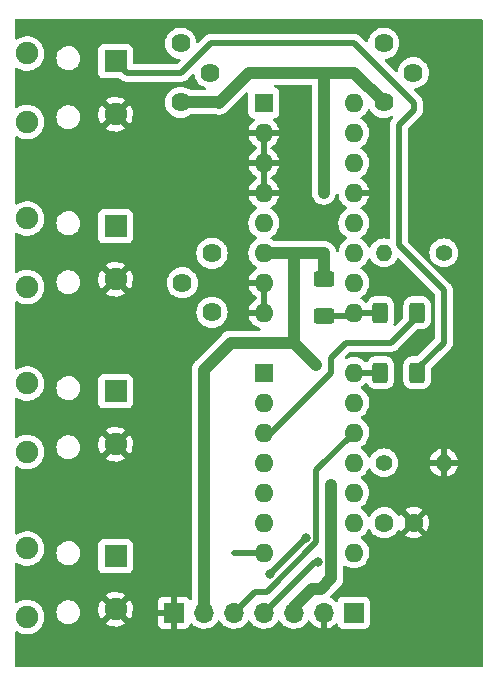
<source format=gbr>
%TF.GenerationSoftware,KiCad,Pcbnew,(6.0.5)*%
%TF.CreationDate,2023-05-17T00:25:04-04:00*%
%TF.ProjectId,as3340_no_mux,61733333-3430-45f6-9e6f-5f6d75782e6b,rev?*%
%TF.SameCoordinates,Original*%
%TF.FileFunction,Copper,L2,Bot*%
%TF.FilePolarity,Positive*%
%FSLAX46Y46*%
G04 Gerber Fmt 4.6, Leading zero omitted, Abs format (unit mm)*
G04 Created by KiCad (PCBNEW (6.0.5)) date 2023-05-17 00:25:04*
%MOMM*%
%LPD*%
G01*
G04 APERTURE LIST*
G04 Aperture macros list*
%AMRoundRect*
0 Rectangle with rounded corners*
0 $1 Rounding radius*
0 $2 $3 $4 $5 $6 $7 $8 $9 X,Y pos of 4 corners*
0 Add a 4 corners polygon primitive as box body*
4,1,4,$2,$3,$4,$5,$6,$7,$8,$9,$2,$3,0*
0 Add four circle primitives for the rounded corners*
1,1,$1+$1,$2,$3*
1,1,$1+$1,$4,$5*
1,1,$1+$1,$6,$7*
1,1,$1+$1,$8,$9*
0 Add four rect primitives between the rounded corners*
20,1,$1+$1,$2,$3,$4,$5,0*
20,1,$1+$1,$4,$5,$6,$7,0*
20,1,$1+$1,$6,$7,$8,$9,0*
20,1,$1+$1,$8,$9,$2,$3,0*%
G04 Aperture macros list end*
%TA.AperFunction,ComponentPad*%
%ADD10C,1.620000*%
%TD*%
%TA.AperFunction,ComponentPad*%
%ADD11R,1.700000X1.700000*%
%TD*%
%TA.AperFunction,ComponentPad*%
%ADD12R,1.900000X1.900000*%
%TD*%
%TA.AperFunction,ComponentPad*%
%ADD13C,1.900000*%
%TD*%
%TA.AperFunction,ComponentPad*%
%ADD14R,1.600000X1.600000*%
%TD*%
%TA.AperFunction,ComponentPad*%
%ADD15O,1.600000X1.600000*%
%TD*%
%TA.AperFunction,ComponentPad*%
%ADD16C,1.400000*%
%TD*%
%TA.AperFunction,ComponentPad*%
%ADD17O,1.400000X1.400000*%
%TD*%
%TA.AperFunction,ComponentPad*%
%ADD18C,1.600000*%
%TD*%
%TA.AperFunction,ComponentPad*%
%ADD19O,1.700000X1.700000*%
%TD*%
%TA.AperFunction,SMDPad,CuDef*%
%ADD20RoundRect,0.250000X-0.400000X-0.625000X0.400000X-0.625000X0.400000X0.625000X-0.400000X0.625000X0*%
%TD*%
%TA.AperFunction,SMDPad,CuDef*%
%ADD21RoundRect,0.250000X-0.625000X0.400000X-0.625000X-0.400000X0.625000X-0.400000X0.625000X0.400000X0*%
%TD*%
%TA.AperFunction,ViaPad*%
%ADD22C,3.000000*%
%TD*%
%TA.AperFunction,ViaPad*%
%ADD23C,0.800000*%
%TD*%
%TA.AperFunction,Conductor*%
%ADD24C,1.000000*%
%TD*%
%TA.AperFunction,Conductor*%
%ADD25C,0.500000*%
%TD*%
G04 APERTURE END LIST*
D10*
%TO.P,SineShapeTrim1,1,1*%
%TO.N,Net-(R64-Pad2)*%
X109910000Y-126960000D03*
%TO.P,SineShapeTrim1,2,2*%
%TO.N,Net-(R54-Pad2)*%
X107410000Y-124460000D03*
%TO.P,SineShapeTrim1,3,3*%
X109910000Y-121960000D03*
%TD*%
D11*
%TO.P,J26,1,Pin_1*%
%TO.N,GND*%
X106680000Y-152400000D03*
%TD*%
D12*
%TO.P,J12,R*%
%TO.N,Net-(R68-Pad2)*%
X101750000Y-133640000D03*
D13*
%TO.P,J12,S*%
%TO.N,GND*%
X101750000Y-138140000D03*
%TO.P,J12,T*%
%TO.N,Net-(R68-Pad2)*%
X94250000Y-132990000D03*
X94250000Y-138790000D03*
%TD*%
D14*
%TO.P,U4,1*%
%TO.N,Net-(R69-Pad1)*%
X114310000Y-132075000D03*
D15*
%TO.P,U4,2,-*%
X114310000Y-134615000D03*
%TO.P,U4,3,+*%
%TO.N,Net-(U4-Pad3)*%
X114310000Y-137155000D03*
%TO.P,U4,4,V+*%
%TO.N,+15V*%
X114310000Y-139695000D03*
%TO.P,U4,5,+*%
%TO.N,Net-(U4-Pad5)*%
X114310000Y-142235000D03*
%TO.P,U4,6,-*%
%TO.N,Net-(R62-Pad2)*%
X114310000Y-144775000D03*
%TO.P,U4,7*%
%TO.N,Net-(R64-Pad2)*%
X114310000Y-147315000D03*
%TO.P,U4,8*%
%TO.N,Net-(R66-Pad1)*%
X121930000Y-147315000D03*
%TO.P,U4,9,-*%
X121930000Y-144775000D03*
%TO.P,U4,10,+*%
%TO.N,Net-(D1-Pad2)*%
X121930000Y-142235000D03*
%TO.P,U4,11,V-*%
%TO.N,-15V*%
X121930000Y-139695000D03*
%TO.P,U4,12,+*%
%TO.N,Net-(U4-Pad12)*%
X121930000Y-137155000D03*
%TO.P,U4,13,-*%
%TO.N,Net-(R67-Pad1)*%
X121930000Y-134615000D03*
%TO.P,U4,14*%
X121930000Y-132075000D03*
%TD*%
D16*
%TO.P,R60,1*%
%TO.N,Net-(D1-Pad2)*%
X124460000Y-139700000D03*
D17*
%TO.P,R60,2*%
%TO.N,GND*%
X129540000Y-139700000D03*
%TD*%
D18*
%TO.P,D1,1,K*%
%TO.N,GND*%
X127000000Y-144780000D03*
%TO.P,D1,2,A*%
%TO.N,Net-(D1-Pad2)*%
X124500000Y-144780000D03*
%TD*%
D11*
%TO.P,J23,1,Pin_1*%
%TO.N,Net-(U4-Pad5)*%
X121920000Y-152400000D03*
D19*
%TO.P,J23,2,Pin_2*%
%TO.N,GND*%
X119380000Y-152400000D03*
%TO.P,J23,3,Pin_3*%
%TO.N,+15V*%
X116840000Y-152400000D03*
%TO.P,J23,4,Pin_4*%
%TO.N,Net-(R58-Pad1)*%
X114300000Y-152400000D03*
%TO.P,J23,5,Pin_5*%
%TO.N,Net-(U4-Pad12)*%
X111760000Y-152400000D03*
%TO.P,J23,6,Pin_6*%
%TO.N,-15V*%
X109220000Y-152400000D03*
%TD*%
D14*
%TO.P,U1,1*%
%TO.N,unconnected-(U1-Pad1)*%
X114310000Y-109235000D03*
D15*
%TO.P,U1,2,DIODE_BIAS*%
%TO.N,GND*%
X114310000Y-111775000D03*
%TO.P,U1,3,+*%
X114310000Y-114315000D03*
%TO.P,U1,4,-*%
X114310000Y-116855000D03*
%TO.P,U1,5*%
%TO.N,unconnected-(U1-Pad5)*%
X114310000Y-119395000D03*
%TO.P,U1,6,V-*%
%TO.N,-15V*%
X114310000Y-121935000D03*
%TO.P,U1,7*%
%TO.N,GND*%
X114310000Y-124475000D03*
%TO.P,U1,8*%
X114310000Y-127015000D03*
%TO.P,U1,9*%
%TO.N,Net-(R34-Pad2)*%
X121930000Y-127015000D03*
%TO.P,U1,10*%
%TO.N,Net-(U1-Pad12)*%
X121930000Y-124475000D03*
%TO.P,U1,11,V+*%
%TO.N,+15V*%
X121930000Y-121935000D03*
%TO.P,U1,12*%
%TO.N,Net-(U1-Pad12)*%
X121930000Y-119395000D03*
%TO.P,U1,13,-*%
%TO.N,GND*%
X121930000Y-116855000D03*
%TO.P,U1,14,+*%
%TO.N,Net-(R51-Pad2)*%
X121930000Y-114315000D03*
%TO.P,U1,15,DIODE_BIAS*%
%TO.N,unconnected-(U1-Pad15)*%
X121930000Y-111775000D03*
%TO.P,U1,16*%
%TO.N,Net-(R36-Pad2)*%
X121930000Y-109235000D03*
%TD*%
D10*
%TO.P,SineBiasTrim1,1,1*%
%TO.N,-15V*%
X107260000Y-104180000D03*
%TO.P,SineBiasTrim1,2,2*%
%TO.N,Net-(R55-Pad2)*%
X109760000Y-106680000D03*
%TO.P,SineBiasTrim1,3,3*%
%TO.N,+15V*%
X107260000Y-109180000D03*
%TD*%
D12*
%TO.P,J13,R*%
%TO.N,Net-(R69-Pad2)*%
X101750000Y-119670000D03*
D13*
%TO.P,J13,S*%
%TO.N,GND*%
X101750000Y-124170000D03*
%TO.P,J13,T*%
%TO.N,Net-(R69-Pad2)*%
X94250000Y-124820000D03*
X94250000Y-119020000D03*
%TD*%
D12*
%TO.P,J14,R*%
%TO.N,Net-(R67-Pad2)*%
X101750000Y-105700000D03*
D13*
%TO.P,J14,S*%
%TO.N,GND*%
X101750000Y-110200000D03*
%TO.P,J14,T*%
%TO.N,Net-(R67-Pad2)*%
X94250000Y-110850000D03*
X94250000Y-105050000D03*
%TD*%
D16*
%TO.P,R37,1*%
%TO.N,+15V*%
X129540000Y-121920000D03*
D17*
%TO.P,R37,2*%
%TO.N,Net-(U1-Pad12)*%
X124460000Y-121920000D03*
%TD*%
D12*
%TO.P,J15,R*%
%TO.N,Net-(R66-Pad2)*%
X101750000Y-147610000D03*
D13*
%TO.P,J15,S*%
%TO.N,GND*%
X101750000Y-152110000D03*
%TO.P,J15,T*%
%TO.N,Net-(R66-Pad2)*%
X94250000Y-152760000D03*
X94250000Y-146960000D03*
%TD*%
D10*
%TO.P,SineLevelTrim1,1,1*%
%TO.N,Net-(R36-Pad1)*%
X124460000Y-104180000D03*
%TO.P,SineLevelTrim1,2,2*%
X126960000Y-106680000D03*
%TO.P,SineLevelTrim1,3,3*%
%TO.N,+15V*%
X124460000Y-109180000D03*
%TD*%
D20*
%TO.P,R3,1*%
%TO.N,Net-(R34-Pad2)*%
X124180000Y-127000000D03*
%TO.P,R3,2*%
%TO.N,Net-(U4-Pad3)*%
X127280000Y-127000000D03*
%TD*%
%TO.P,R67,1*%
%TO.N,Net-(R67-Pad1)*%
X124180000Y-132080000D03*
%TO.P,R67,2*%
%TO.N,Net-(R67-Pad2)*%
X127280000Y-132080000D03*
%TD*%
D21*
%TO.P,R34,1*%
%TO.N,-15V*%
X119380000Y-124180000D03*
%TO.P,R34,2*%
%TO.N,Net-(R34-Pad2)*%
X119380000Y-127280000D03*
%TD*%
D22*
%TO.N,GND*%
X130810000Y-154940000D03*
X130810000Y-104140000D03*
D23*
%TO.N,-15V*%
X118745000Y-131445000D03*
%TO.N,+15V*%
X119380000Y-116840000D03*
X120015000Y-141605000D03*
%TO.N,Net-(R66-Pad2)*%
X114808000Y-149098000D03*
X117856000Y-146050000D03*
%TO.N,Net-(R58-Pad1)*%
X118872000Y-148082000D03*
%TD*%
D24*
%TO.N,-15V*%
X109220000Y-152400000D02*
X109220000Y-131826000D01*
X116825000Y-121935000D02*
X116825000Y-129525000D01*
X119380000Y-121920000D02*
X119365000Y-121935000D01*
X116825000Y-121935000D02*
X114310000Y-121935000D01*
X119380000Y-124180000D02*
X119380000Y-121950000D01*
X109220000Y-131826000D02*
X111521000Y-129525000D01*
X119365000Y-121935000D02*
X116825000Y-121935000D01*
X111521000Y-129525000D02*
X116825000Y-129525000D01*
X119380000Y-121950000D02*
X119365000Y-121935000D01*
X116825000Y-129525000D02*
X118745000Y-131445000D01*
%TO.N,+15V*%
X119126000Y-150368000D02*
X118364000Y-150368000D01*
X110450000Y-109180000D02*
X107260000Y-109180000D01*
X124460000Y-109180000D02*
X121960000Y-106680000D01*
X121960000Y-106680000D02*
X119380000Y-106680000D01*
X119380000Y-106680000D02*
X113030000Y-106680000D01*
X119380000Y-116840000D02*
X119380000Y-106680000D01*
X118364000Y-150368000D02*
X116840000Y-151892000D01*
X110490000Y-109220000D02*
X110450000Y-109180000D01*
X120015000Y-149479000D02*
X119126000Y-150368000D01*
X116840000Y-151892000D02*
X116840000Y-152400000D01*
X120015000Y-141605000D02*
X120015000Y-149479000D01*
X113030000Y-106680000D02*
X110490000Y-109220000D01*
D25*
%TO.N,Net-(R67-Pad2)*%
X127000000Y-109220000D02*
X121920000Y-104140000D01*
X125730000Y-111125000D02*
X127000000Y-109855000D01*
X127000000Y-109855000D02*
X127000000Y-109220000D01*
X125730000Y-121285000D02*
X125730000Y-111125000D01*
X129540000Y-129540000D02*
X129540000Y-125095000D01*
X127280000Y-131800000D02*
X129540000Y-129540000D01*
X129540000Y-125095000D02*
X125730000Y-121285000D01*
X102730000Y-106680000D02*
X101750000Y-105700000D01*
X109855000Y-104140000D02*
X107315000Y-106680000D01*
X127280000Y-132080000D02*
X127280000Y-131800000D01*
X107315000Y-106680000D02*
X102730000Y-106680000D01*
X121920000Y-104140000D02*
X109855000Y-104140000D01*
%TO.N,Net-(R66-Pad2)*%
X114808000Y-149098000D02*
X117856000Y-146050000D01*
X101750000Y-147610000D02*
X102144000Y-147610000D01*
%TO.N,Net-(R34-Pad2)*%
X121930000Y-127015000D02*
X124165000Y-127015000D01*
X121665000Y-127280000D02*
X121930000Y-127015000D01*
X124165000Y-127015000D02*
X124180000Y-127000000D01*
X119380000Y-127280000D02*
X121665000Y-127280000D01*
%TO.N,Net-(U4-Pad3)*%
X127280000Y-127355000D02*
X125095000Y-129540000D01*
X125095000Y-129540000D02*
X121285000Y-129540000D01*
X127280000Y-127000000D02*
X127280000Y-127355000D01*
X114940000Y-137155000D02*
X114310000Y-137155000D01*
X120015000Y-132080000D02*
X114940000Y-137155000D01*
X121285000Y-129540000D02*
X120015000Y-130810000D01*
X120015000Y-130810000D02*
X120015000Y-132080000D01*
%TO.N,Net-(R58-Pad1)*%
X118618000Y-148082000D02*
X118872000Y-148082000D01*
X114300000Y-152400000D02*
X118618000Y-148082000D01*
%TO.N,Net-(R64-Pad2)*%
X111765000Y-147315000D02*
X111760000Y-147320000D01*
X114310000Y-147315000D02*
X111765000Y-147315000D01*
%TO.N,Net-(R67-Pad1)*%
X124175000Y-132075000D02*
X124180000Y-132080000D01*
X121930000Y-132075000D02*
X124175000Y-132075000D01*
%TO.N,Net-(U4-Pad12)*%
X118745000Y-140340000D02*
X121930000Y-137155000D01*
X111760000Y-152400000D02*
X113538000Y-150622000D01*
X118745000Y-146431000D02*
X118745000Y-140340000D01*
X113538000Y-150622000D02*
X114554000Y-150622000D01*
X114554000Y-150622000D02*
X118745000Y-146431000D01*
%TD*%
%TA.AperFunction,Conductor*%
%TO.N,GND*%
G36*
X132783621Y-102128502D02*
G01*
X132830114Y-102182158D01*
X132841500Y-102234500D01*
X132841500Y-156845500D01*
X132821498Y-156913621D01*
X132767842Y-156960114D01*
X132715500Y-156971500D01*
X93344500Y-156971500D01*
X93276379Y-156951498D01*
X93229886Y-156897842D01*
X93218500Y-156845500D01*
X93218500Y-154065865D01*
X93238502Y-153997744D01*
X93292158Y-153951251D01*
X93362432Y-153941147D01*
X93409921Y-153959940D01*
X93410571Y-153958828D01*
X93617643Y-154079831D01*
X93841697Y-154165389D01*
X93846763Y-154166420D01*
X93846764Y-154166420D01*
X93903039Y-154177869D01*
X94076716Y-154213204D01*
X94212264Y-154218174D01*
X94311225Y-154221803D01*
X94311229Y-154221803D01*
X94316389Y-154221992D01*
X94321509Y-154221336D01*
X94321511Y-154221336D01*
X94549151Y-154192175D01*
X94549152Y-154192175D01*
X94554279Y-154191518D01*
X94637935Y-154166420D01*
X94779042Y-154124086D01*
X94779047Y-154124084D01*
X94783997Y-154122599D01*
X94999374Y-154017087D01*
X95003579Y-154014087D01*
X95003585Y-154014084D01*
X95105838Y-153941147D01*
X95194627Y-153877815D01*
X95364511Y-153708523D01*
X95370194Y-153700615D01*
X95501445Y-153517958D01*
X95504463Y-153513758D01*
X95539043Y-153443792D01*
X95608433Y-153303392D01*
X95608434Y-153303390D01*
X95610727Y-153298750D01*
X95680447Y-153069274D01*
X95711752Y-152831492D01*
X95713499Y-152760000D01*
X95705152Y-152658475D01*
X95694271Y-152526124D01*
X95694270Y-152526118D01*
X95693847Y-152520973D01*
X95655095Y-152366695D01*
X95651636Y-152352925D01*
X96736645Y-152352925D01*
X96737204Y-152359065D01*
X96751939Y-152520973D01*
X96754570Y-152549888D01*
X96756308Y-152555794D01*
X96756309Y-152555798D01*
X96782154Y-152643611D01*
X96810410Y-152739619D01*
X96813263Y-152745077D01*
X96813265Y-152745081D01*
X96821065Y-152760000D01*
X96902040Y-152914890D01*
X97025968Y-153069025D01*
X97030692Y-153072989D01*
X97032705Y-153074678D01*
X97177474Y-153196154D01*
X97182872Y-153199121D01*
X97182877Y-153199125D01*
X97326180Y-153277905D01*
X97350787Y-153291433D01*
X97356654Y-153293294D01*
X97356656Y-153293295D01*
X97506045Y-153340684D01*
X97539306Y-153351235D01*
X97693227Y-153368500D01*
X97799769Y-153368500D01*
X97802825Y-153368200D01*
X97802832Y-153368200D01*
X97861340Y-153362463D01*
X97946833Y-153354080D01*
X97952734Y-153352298D01*
X97952736Y-153352298D01*
X98052464Y-153322188D01*
X98096476Y-153308900D01*
X100916358Y-153308900D01*
X100919661Y-153313560D01*
X101113399Y-153426771D01*
X101122686Y-153431221D01*
X101337006Y-153513062D01*
X101346908Y-153515939D01*
X101571699Y-153561673D01*
X101581951Y-153562896D01*
X101811202Y-153571302D01*
X101821488Y-153570835D01*
X102049043Y-153541684D01*
X102059129Y-153539541D01*
X102278864Y-153473617D01*
X102288459Y-153469856D01*
X102494466Y-153368935D01*
X102503332Y-153363650D01*
X102570945Y-153315421D01*
X102579346Y-153304721D01*
X102574006Y-153294669D01*
X105322001Y-153294669D01*
X105322371Y-153301490D01*
X105327895Y-153352352D01*
X105331521Y-153367604D01*
X105376676Y-153488054D01*
X105385214Y-153503649D01*
X105461715Y-153605724D01*
X105474276Y-153618285D01*
X105576351Y-153694786D01*
X105591946Y-153703324D01*
X105712394Y-153748478D01*
X105727649Y-153752105D01*
X105778514Y-153757631D01*
X105785328Y-153758000D01*
X106407885Y-153758000D01*
X106423124Y-153753525D01*
X106424329Y-153752135D01*
X106426000Y-153744452D01*
X106426000Y-152672115D01*
X106421525Y-152656876D01*
X106420135Y-152655671D01*
X106412452Y-152654000D01*
X105340116Y-152654000D01*
X105324877Y-152658475D01*
X105323672Y-152659865D01*
X105322001Y-152667548D01*
X105322001Y-153294669D01*
X102574006Y-153294669D01*
X102572358Y-153291568D01*
X101762812Y-152482022D01*
X101748868Y-152474408D01*
X101747035Y-152474539D01*
X101740420Y-152478790D01*
X100923635Y-153295575D01*
X100916358Y-153308900D01*
X98096476Y-153308900D01*
X98136169Y-153296916D01*
X98310796Y-153204066D01*
X98435847Y-153102077D01*
X98459287Y-153082960D01*
X98459290Y-153082957D01*
X98464062Y-153079065D01*
X98476344Y-153064219D01*
X98586201Y-152931425D01*
X98586203Y-152931421D01*
X98590130Y-152926675D01*
X98684198Y-152752701D01*
X98742682Y-152563768D01*
X98744786Y-152543749D01*
X98762711Y-152373204D01*
X98762711Y-152373202D01*
X98763355Y-152367075D01*
X98746766Y-152184789D01*
X98745989Y-152176251D01*
X98745988Y-152176248D01*
X98745430Y-152170112D01*
X98736608Y-152140135D01*
X98718736Y-152079412D01*
X100287737Y-152079412D01*
X100300944Y-152308451D01*
X100302377Y-152318653D01*
X100352810Y-152542442D01*
X100355898Y-152552295D01*
X100442204Y-152764840D01*
X100446852Y-152774041D01*
X100543736Y-152932143D01*
X100554192Y-152941604D01*
X100562970Y-152937820D01*
X101377978Y-152122812D01*
X101384356Y-152111132D01*
X102114408Y-152111132D01*
X102114539Y-152112965D01*
X102118790Y-152119580D01*
X102932130Y-152932920D01*
X102944141Y-152939479D01*
X102955880Y-152930511D01*
X103001012Y-152867702D01*
X103006327Y-152858857D01*
X103107966Y-152653206D01*
X103111765Y-152643611D01*
X103178453Y-152424120D01*
X103180632Y-152414039D01*
X103210813Y-152184789D01*
X103211332Y-152178114D01*
X103212560Y-152127885D01*
X105322000Y-152127885D01*
X105326475Y-152143124D01*
X105327865Y-152144329D01*
X105335548Y-152146000D01*
X106407885Y-152146000D01*
X106423124Y-152141525D01*
X106424329Y-152140135D01*
X106426000Y-152132452D01*
X106426000Y-151060116D01*
X106421525Y-151044877D01*
X106420135Y-151043672D01*
X106412452Y-151042001D01*
X105785331Y-151042001D01*
X105778510Y-151042371D01*
X105727648Y-151047895D01*
X105712396Y-151051521D01*
X105591946Y-151096676D01*
X105576351Y-151105214D01*
X105474276Y-151181715D01*
X105461715Y-151194276D01*
X105385214Y-151296351D01*
X105376676Y-151311946D01*
X105331522Y-151432394D01*
X105327895Y-151447649D01*
X105322369Y-151498514D01*
X105322000Y-151505328D01*
X105322000Y-152127885D01*
X103212560Y-152127885D01*
X103212915Y-152113364D01*
X103212721Y-152106647D01*
X103193776Y-151876206D01*
X103192093Y-151866044D01*
X103136204Y-151643539D01*
X103132883Y-151633784D01*
X103041409Y-151423410D01*
X103036531Y-151414312D01*
X102955384Y-151288876D01*
X102944698Y-151279674D01*
X102935133Y-151284077D01*
X102122022Y-152097188D01*
X102114408Y-152111132D01*
X101384356Y-152111132D01*
X101385592Y-152108868D01*
X101385461Y-152107035D01*
X101381210Y-152100420D01*
X100567884Y-151287094D01*
X100556348Y-151280794D01*
X100544065Y-151290418D01*
X100480849Y-151383089D01*
X100475756Y-151392053D01*
X100379163Y-151600145D01*
X100375606Y-151609813D01*
X100314299Y-151830879D01*
X100312368Y-151840999D01*
X100287989Y-152069123D01*
X100287737Y-152079412D01*
X98718736Y-152079412D01*
X98691330Y-151986294D01*
X98689590Y-151980381D01*
X98679919Y-151961881D01*
X98600813Y-151810568D01*
X98597960Y-151805110D01*
X98474032Y-151650975D01*
X98467727Y-151645684D01*
X98394251Y-151584031D01*
X98322526Y-151523846D01*
X98317128Y-151520879D01*
X98317123Y-151520875D01*
X98154608Y-151431533D01*
X98154609Y-151431533D01*
X98149213Y-151428567D01*
X98143346Y-151426706D01*
X98143344Y-151426705D01*
X97966564Y-151370627D01*
X97966563Y-151370627D01*
X97960694Y-151368765D01*
X97806773Y-151351500D01*
X97700231Y-151351500D01*
X97697175Y-151351800D01*
X97697168Y-151351800D01*
X97638660Y-151357537D01*
X97553167Y-151365920D01*
X97547266Y-151367702D01*
X97547264Y-151367702D01*
X97492048Y-151384373D01*
X97363831Y-151423084D01*
X97189204Y-151515934D01*
X97124092Y-151569038D01*
X97040713Y-151637040D01*
X97040710Y-151637043D01*
X97035938Y-151640935D01*
X97032011Y-151645682D01*
X97032009Y-151645684D01*
X96913799Y-151788575D01*
X96913797Y-151788579D01*
X96909870Y-151793325D01*
X96815802Y-151967299D01*
X96757318Y-152156232D01*
X96756674Y-152162357D01*
X96756674Y-152162358D01*
X96743431Y-152288364D01*
X96736645Y-152352925D01*
X95651636Y-152352925D01*
X95636679Y-152293375D01*
X95636678Y-152293371D01*
X95635420Y-152288364D01*
X95633364Y-152283634D01*
X95633361Y-152283627D01*
X95541847Y-152073159D01*
X95541845Y-152073156D01*
X95539787Y-152068422D01*
X95482831Y-151980381D01*
X95412325Y-151871396D01*
X95412323Y-151871393D01*
X95409515Y-151867053D01*
X95358118Y-151810568D01*
X95251582Y-151693487D01*
X95251580Y-151693486D01*
X95248104Y-151689665D01*
X95244053Y-151686466D01*
X95244049Y-151686462D01*
X95063946Y-151544226D01*
X95059888Y-151541021D01*
X94849922Y-151425113D01*
X94712643Y-151376500D01*
X94628720Y-151346781D01*
X94628716Y-151346780D01*
X94623845Y-151345055D01*
X94618752Y-151344148D01*
X94618749Y-151344147D01*
X94392816Y-151303902D01*
X94392810Y-151303901D01*
X94387727Y-151302996D01*
X94300460Y-151301930D01*
X94153081Y-151300129D01*
X94153079Y-151300129D01*
X94147911Y-151300066D01*
X93910837Y-151336343D01*
X93682871Y-151410854D01*
X93641493Y-151432394D01*
X93475302Y-151518908D01*
X93470136Y-151521597D01*
X93420151Y-151559127D01*
X93353668Y-151584031D01*
X93284272Y-151569038D01*
X93233999Y-151518908D01*
X93218500Y-151458365D01*
X93218500Y-150914999D01*
X100919795Y-150914999D01*
X100926540Y-150927330D01*
X101737188Y-151737978D01*
X101751132Y-151745592D01*
X101752965Y-151745461D01*
X101759580Y-151741210D01*
X102574590Y-150926200D01*
X102581611Y-150913343D01*
X102573838Y-150902676D01*
X102563667Y-150894643D01*
X102555083Y-150888940D01*
X102354250Y-150778074D01*
X102344838Y-150773844D01*
X102128591Y-150697266D01*
X102118620Y-150694632D01*
X101892769Y-150654402D01*
X101882516Y-150653433D01*
X101653116Y-150650630D01*
X101642832Y-150651350D01*
X101416067Y-150686050D01*
X101406039Y-150688439D01*
X101187984Y-150759710D01*
X101178475Y-150763707D01*
X100974993Y-150869633D01*
X100966268Y-150875127D01*
X100928248Y-150903674D01*
X100919795Y-150914999D01*
X93218500Y-150914999D01*
X93218500Y-148608134D01*
X100291500Y-148608134D01*
X100298255Y-148670316D01*
X100349385Y-148806705D01*
X100436739Y-148923261D01*
X100553295Y-149010615D01*
X100689684Y-149061745D01*
X100751866Y-149068500D01*
X102748134Y-149068500D01*
X102810316Y-149061745D01*
X102946705Y-149010615D01*
X103063261Y-148923261D01*
X103150615Y-148806705D01*
X103201745Y-148670316D01*
X103208500Y-148608134D01*
X103208500Y-146611866D01*
X103201745Y-146549684D01*
X103150615Y-146413295D01*
X103063261Y-146296739D01*
X102946705Y-146209385D01*
X102810316Y-146158255D01*
X102748134Y-146151500D01*
X100751866Y-146151500D01*
X100689684Y-146158255D01*
X100553295Y-146209385D01*
X100436739Y-146296739D01*
X100349385Y-146413295D01*
X100298255Y-146549684D01*
X100291500Y-146611866D01*
X100291500Y-148608134D01*
X93218500Y-148608134D01*
X93218500Y-148265865D01*
X93238502Y-148197744D01*
X93292158Y-148151251D01*
X93362432Y-148141147D01*
X93409921Y-148159940D01*
X93410571Y-148158828D01*
X93617643Y-148279831D01*
X93622468Y-148281673D01*
X93622469Y-148281674D01*
X93654811Y-148294024D01*
X93841697Y-148365389D01*
X93846763Y-148366420D01*
X93846764Y-148366420D01*
X93856988Y-148368500D01*
X94076716Y-148413204D01*
X94212264Y-148418174D01*
X94311225Y-148421803D01*
X94311229Y-148421803D01*
X94316389Y-148421992D01*
X94321509Y-148421336D01*
X94321511Y-148421336D01*
X94549151Y-148392175D01*
X94549152Y-148392175D01*
X94554279Y-148391518D01*
X94637935Y-148366420D01*
X94779042Y-148324086D01*
X94779047Y-148324084D01*
X94783997Y-148322599D01*
X94999374Y-148217087D01*
X95003579Y-148214087D01*
X95003585Y-148214084D01*
X95125349Y-148127230D01*
X95194627Y-148077815D01*
X95364511Y-147908523D01*
X95504463Y-147713758D01*
X95560744Y-147599884D01*
X95608433Y-147503392D01*
X95608434Y-147503390D01*
X95610727Y-147498750D01*
X95655032Y-147352925D01*
X96736645Y-147352925D01*
X96737204Y-147359065D01*
X96750339Y-147503392D01*
X96754570Y-147549888D01*
X96810410Y-147739619D01*
X96813263Y-147745077D01*
X96813265Y-147745081D01*
X96860720Y-147835853D01*
X96902040Y-147914890D01*
X97025968Y-148069025D01*
X97030692Y-148072989D01*
X97036443Y-148077815D01*
X97177474Y-148196154D01*
X97182872Y-148199121D01*
X97182877Y-148199125D01*
X97324941Y-148277224D01*
X97350787Y-148291433D01*
X97356654Y-148293294D01*
X97356656Y-148293295D01*
X97454576Y-148324357D01*
X97539306Y-148351235D01*
X97693227Y-148368500D01*
X97799769Y-148368500D01*
X97802825Y-148368200D01*
X97802832Y-148368200D01*
X97861340Y-148362463D01*
X97946833Y-148354080D01*
X97952734Y-148352298D01*
X97952736Y-148352298D01*
X98058651Y-148320320D01*
X98136169Y-148296916D01*
X98310796Y-148204066D01*
X98446361Y-148093502D01*
X98459287Y-148082960D01*
X98459290Y-148082957D01*
X98464062Y-148079065D01*
X98468111Y-148074171D01*
X98586201Y-147931425D01*
X98586203Y-147931421D01*
X98590130Y-147926675D01*
X98684198Y-147752701D01*
X98742682Y-147563768D01*
X98750036Y-147493799D01*
X98762711Y-147373204D01*
X98762711Y-147373202D01*
X98763355Y-147367075D01*
X98753988Y-147264147D01*
X98745989Y-147176251D01*
X98745988Y-147176248D01*
X98745430Y-147170112D01*
X98722557Y-147092393D01*
X98704688Y-147031682D01*
X98689590Y-146980381D01*
X98680695Y-146963365D01*
X98627061Y-146860775D01*
X98597960Y-146805110D01*
X98474032Y-146650975D01*
X98467727Y-146645684D01*
X98382670Y-146574313D01*
X98322526Y-146523846D01*
X98317128Y-146520879D01*
X98317123Y-146520875D01*
X98154608Y-146431533D01*
X98154609Y-146431533D01*
X98149213Y-146428567D01*
X98143346Y-146426706D01*
X98143344Y-146426705D01*
X97966564Y-146370627D01*
X97966563Y-146370627D01*
X97960694Y-146368765D01*
X97806773Y-146351500D01*
X97700231Y-146351500D01*
X97697175Y-146351800D01*
X97697168Y-146351800D01*
X97638660Y-146357537D01*
X97553167Y-146365920D01*
X97547266Y-146367702D01*
X97547264Y-146367702D01*
X97473947Y-146389838D01*
X97363831Y-146423084D01*
X97189204Y-146515934D01*
X97102938Y-146586291D01*
X97040713Y-146637040D01*
X97040710Y-146637043D01*
X97035938Y-146640935D01*
X97032011Y-146645682D01*
X97032009Y-146645684D01*
X96913799Y-146788575D01*
X96913797Y-146788579D01*
X96909870Y-146793325D01*
X96815802Y-146967299D01*
X96757318Y-147156232D01*
X96756674Y-147162357D01*
X96756674Y-147162358D01*
X96740056Y-147320475D01*
X96736645Y-147352925D01*
X95655032Y-147352925D01*
X95680447Y-147269274D01*
X95711752Y-147031492D01*
X95711864Y-147026903D01*
X95713417Y-146963365D01*
X95713417Y-146963361D01*
X95713499Y-146960000D01*
X95701576Y-146814979D01*
X95694271Y-146726124D01*
X95694270Y-146726118D01*
X95693847Y-146720973D01*
X95656382Y-146571818D01*
X95636679Y-146493375D01*
X95636678Y-146493371D01*
X95635420Y-146488364D01*
X95633364Y-146483634D01*
X95633361Y-146483627D01*
X95541847Y-146273159D01*
X95541845Y-146273156D01*
X95539787Y-146268422D01*
X95518950Y-146236212D01*
X95412325Y-146071396D01*
X95412323Y-146071393D01*
X95409515Y-146067053D01*
X95390358Y-146045999D01*
X95251582Y-145893487D01*
X95251580Y-145893486D01*
X95248104Y-145889665D01*
X95244053Y-145886466D01*
X95244049Y-145886462D01*
X95063946Y-145744226D01*
X95059888Y-145741021D01*
X94849922Y-145625113D01*
X94727458Y-145581746D01*
X94628720Y-145546781D01*
X94628716Y-145546780D01*
X94623845Y-145545055D01*
X94618752Y-145544148D01*
X94618749Y-145544147D01*
X94392816Y-145503902D01*
X94392810Y-145503901D01*
X94387727Y-145502996D01*
X94300460Y-145501930D01*
X94153081Y-145500129D01*
X94153079Y-145500129D01*
X94147911Y-145500066D01*
X93910837Y-145536343D01*
X93682871Y-145610854D01*
X93598867Y-145654584D01*
X93475129Y-145718998D01*
X93470136Y-145721597D01*
X93420151Y-145759127D01*
X93353668Y-145784031D01*
X93284272Y-145769038D01*
X93233999Y-145718908D01*
X93218500Y-145658365D01*
X93218500Y-140095865D01*
X93238502Y-140027744D01*
X93292158Y-139981251D01*
X93362432Y-139971147D01*
X93409921Y-139989940D01*
X93410571Y-139988828D01*
X93617643Y-140109831D01*
X93622468Y-140111673D01*
X93622469Y-140111674D01*
X93701580Y-140141884D01*
X93841697Y-140195389D01*
X93846763Y-140196420D01*
X93846764Y-140196420D01*
X93900999Y-140207454D01*
X94076716Y-140243204D01*
X94212264Y-140248174D01*
X94311225Y-140251803D01*
X94311229Y-140251803D01*
X94316389Y-140251992D01*
X94321509Y-140251336D01*
X94321511Y-140251336D01*
X94549151Y-140222175D01*
X94549152Y-140222175D01*
X94554279Y-140221518D01*
X94559229Y-140220033D01*
X94779042Y-140154086D01*
X94779047Y-140154084D01*
X94783997Y-140152599D01*
X94999374Y-140047087D01*
X95003579Y-140044087D01*
X95003585Y-140044084D01*
X95123604Y-139958475D01*
X95194627Y-139907815D01*
X95364511Y-139738523D01*
X95380941Y-139715659D01*
X95501445Y-139547958D01*
X95504463Y-139543758D01*
X95528648Y-139494825D01*
X95608433Y-139333392D01*
X95608434Y-139333390D01*
X95610727Y-139328750D01*
X95680447Y-139099274D01*
X95711752Y-138861492D01*
X95711834Y-138858142D01*
X95713417Y-138793365D01*
X95713417Y-138793361D01*
X95713499Y-138790000D01*
X95701749Y-138647088D01*
X95694271Y-138556124D01*
X95694270Y-138556118D01*
X95693847Y-138550973D01*
X95655191Y-138397075D01*
X95651637Y-138382925D01*
X96736645Y-138382925D01*
X96737204Y-138389065D01*
X96753019Y-138562842D01*
X96754570Y-138579888D01*
X96810410Y-138769619D01*
X96813263Y-138775077D01*
X96813265Y-138775081D01*
X96821065Y-138790000D01*
X96902040Y-138944890D01*
X97025968Y-139099025D01*
X97030692Y-139102989D01*
X97037933Y-139109065D01*
X97177474Y-139226154D01*
X97182872Y-139229121D01*
X97182877Y-139229125D01*
X97326180Y-139307905D01*
X97350787Y-139321433D01*
X97356654Y-139323294D01*
X97356656Y-139323295D01*
X97426406Y-139345421D01*
X97539306Y-139381235D01*
X97693227Y-139398500D01*
X97799769Y-139398500D01*
X97802825Y-139398200D01*
X97802832Y-139398200D01*
X97861340Y-139392463D01*
X97946833Y-139384080D01*
X97952734Y-139382298D01*
X97952736Y-139382298D01*
X98026053Y-139360162D01*
X98096476Y-139338900D01*
X100916358Y-139338900D01*
X100919661Y-139343560D01*
X101113399Y-139456771D01*
X101122686Y-139461221D01*
X101337006Y-139543062D01*
X101346908Y-139545939D01*
X101571699Y-139591673D01*
X101581951Y-139592896D01*
X101811202Y-139601302D01*
X101821488Y-139600835D01*
X102049043Y-139571684D01*
X102059129Y-139569541D01*
X102278864Y-139503617D01*
X102288459Y-139499856D01*
X102494466Y-139398935D01*
X102503332Y-139393650D01*
X102570945Y-139345421D01*
X102579346Y-139334721D01*
X102572358Y-139321568D01*
X101762812Y-138512022D01*
X101748868Y-138504408D01*
X101747035Y-138504539D01*
X101740420Y-138508790D01*
X100923635Y-139325575D01*
X100916358Y-139338900D01*
X98096476Y-139338900D01*
X98136169Y-139326916D01*
X98310796Y-139234066D01*
X98397062Y-139163709D01*
X98459287Y-139112960D01*
X98459290Y-139112957D01*
X98464062Y-139109065D01*
X98476344Y-139094219D01*
X98586201Y-138961425D01*
X98586203Y-138961421D01*
X98590130Y-138956675D01*
X98684198Y-138782701D01*
X98742682Y-138593768D01*
X98744786Y-138573749D01*
X98762711Y-138403204D01*
X98762711Y-138403202D01*
X98763355Y-138397075D01*
X98746766Y-138214789D01*
X98745989Y-138206251D01*
X98745988Y-138206248D01*
X98745430Y-138200112D01*
X98728729Y-138143364D01*
X98718736Y-138109412D01*
X100287737Y-138109412D01*
X100300944Y-138338451D01*
X100302377Y-138348653D01*
X100352810Y-138572442D01*
X100355898Y-138582295D01*
X100442204Y-138794840D01*
X100446852Y-138804041D01*
X100543736Y-138962143D01*
X100554192Y-138971604D01*
X100562970Y-138967820D01*
X101377978Y-138152812D01*
X101384356Y-138141132D01*
X102114408Y-138141132D01*
X102114539Y-138142965D01*
X102118790Y-138149580D01*
X102932130Y-138962920D01*
X102944141Y-138969479D01*
X102955880Y-138960511D01*
X103001012Y-138897702D01*
X103006327Y-138888857D01*
X103107966Y-138683206D01*
X103111765Y-138673611D01*
X103178453Y-138454120D01*
X103180632Y-138444039D01*
X103210813Y-138214789D01*
X103211332Y-138208114D01*
X103212915Y-138143364D01*
X103212721Y-138136647D01*
X103193776Y-137906206D01*
X103192093Y-137896044D01*
X103136204Y-137673539D01*
X103132883Y-137663784D01*
X103041409Y-137453410D01*
X103036531Y-137444312D01*
X102955384Y-137318876D01*
X102944698Y-137309674D01*
X102935133Y-137314077D01*
X102122022Y-138127188D01*
X102114408Y-138141132D01*
X101384356Y-138141132D01*
X101385592Y-138138868D01*
X101385461Y-138137035D01*
X101381210Y-138130420D01*
X100567884Y-137317094D01*
X100556348Y-137310794D01*
X100544065Y-137320418D01*
X100480849Y-137413089D01*
X100475756Y-137422053D01*
X100379163Y-137630145D01*
X100375606Y-137639813D01*
X100314299Y-137860879D01*
X100312368Y-137870999D01*
X100287989Y-138099123D01*
X100287737Y-138109412D01*
X98718736Y-138109412D01*
X98691330Y-138016294D01*
X98689590Y-138010381D01*
X98685835Y-138003197D01*
X98600813Y-137840568D01*
X98597960Y-137835110D01*
X98474032Y-137680975D01*
X98467727Y-137675684D01*
X98413455Y-137630145D01*
X98322526Y-137553846D01*
X98317128Y-137550879D01*
X98317123Y-137550875D01*
X98154608Y-137461533D01*
X98154609Y-137461533D01*
X98149213Y-137458567D01*
X98143346Y-137456706D01*
X98143344Y-137456705D01*
X97966564Y-137400627D01*
X97966563Y-137400627D01*
X97960694Y-137398765D01*
X97806773Y-137381500D01*
X97700231Y-137381500D01*
X97697175Y-137381800D01*
X97697168Y-137381800D01*
X97638856Y-137387518D01*
X97553167Y-137395920D01*
X97547266Y-137397702D01*
X97547264Y-137397702D01*
X97480068Y-137417990D01*
X97363831Y-137453084D01*
X97189204Y-137545934D01*
X97154515Y-137574226D01*
X97040713Y-137667040D01*
X97040710Y-137667043D01*
X97035938Y-137670935D01*
X97032011Y-137675682D01*
X97032009Y-137675684D01*
X96913799Y-137818575D01*
X96913797Y-137818579D01*
X96909870Y-137823325D01*
X96815802Y-137997299D01*
X96757318Y-138186232D01*
X96756674Y-138192357D01*
X96756674Y-138192358D01*
X96739471Y-138356041D01*
X96736645Y-138382925D01*
X95651637Y-138382925D01*
X95636679Y-138323375D01*
X95636678Y-138323371D01*
X95635420Y-138318364D01*
X95633364Y-138313634D01*
X95633361Y-138313627D01*
X95541847Y-138103159D01*
X95541845Y-138103156D01*
X95539787Y-138098422D01*
X95482831Y-138010381D01*
X95412325Y-137901396D01*
X95412323Y-137901393D01*
X95409515Y-137897053D01*
X95358118Y-137840568D01*
X95251582Y-137723487D01*
X95251580Y-137723486D01*
X95248104Y-137719665D01*
X95244053Y-137716466D01*
X95244049Y-137716462D01*
X95063946Y-137574226D01*
X95059888Y-137571021D01*
X94849922Y-137455113D01*
X94688863Y-137398079D01*
X94628720Y-137376781D01*
X94628716Y-137376780D01*
X94623845Y-137375055D01*
X94618752Y-137374148D01*
X94618749Y-137374147D01*
X94392816Y-137333902D01*
X94392810Y-137333901D01*
X94387727Y-137332996D01*
X94300460Y-137331930D01*
X94153081Y-137330129D01*
X94153079Y-137330129D01*
X94147911Y-137330066D01*
X93910837Y-137366343D01*
X93682871Y-137440854D01*
X93658797Y-137453386D01*
X93475302Y-137548908D01*
X93470136Y-137551597D01*
X93420151Y-137589127D01*
X93353668Y-137614031D01*
X93284272Y-137599038D01*
X93233999Y-137548908D01*
X93218500Y-137488365D01*
X93218500Y-136944999D01*
X100919795Y-136944999D01*
X100926540Y-136957330D01*
X101737188Y-137767978D01*
X101751132Y-137775592D01*
X101752965Y-137775461D01*
X101759580Y-137771210D01*
X102574590Y-136956200D01*
X102581611Y-136943343D01*
X102573838Y-136932676D01*
X102563667Y-136924643D01*
X102555083Y-136918940D01*
X102354250Y-136808074D01*
X102344838Y-136803844D01*
X102128591Y-136727266D01*
X102118620Y-136724632D01*
X101892769Y-136684402D01*
X101882516Y-136683433D01*
X101653116Y-136680630D01*
X101642832Y-136681350D01*
X101416067Y-136716050D01*
X101406039Y-136718439D01*
X101187984Y-136789710D01*
X101178475Y-136793707D01*
X100974993Y-136899633D01*
X100966268Y-136905127D01*
X100928248Y-136933674D01*
X100919795Y-136944999D01*
X93218500Y-136944999D01*
X93218500Y-134638134D01*
X100291500Y-134638134D01*
X100298255Y-134700316D01*
X100349385Y-134836705D01*
X100436739Y-134953261D01*
X100553295Y-135040615D01*
X100689684Y-135091745D01*
X100751866Y-135098500D01*
X102748134Y-135098500D01*
X102810316Y-135091745D01*
X102946705Y-135040615D01*
X103063261Y-134953261D01*
X103150615Y-134836705D01*
X103201745Y-134700316D01*
X103208500Y-134638134D01*
X103208500Y-132641866D01*
X103201745Y-132579684D01*
X103150615Y-132443295D01*
X103063261Y-132326739D01*
X102946705Y-132239385D01*
X102810316Y-132188255D01*
X102748134Y-132181500D01*
X100751866Y-132181500D01*
X100689684Y-132188255D01*
X100553295Y-132239385D01*
X100436739Y-132326739D01*
X100349385Y-132443295D01*
X100298255Y-132579684D01*
X100291500Y-132641866D01*
X100291500Y-134638134D01*
X93218500Y-134638134D01*
X93218500Y-134295865D01*
X93238502Y-134227744D01*
X93292158Y-134181251D01*
X93362432Y-134171147D01*
X93409921Y-134189940D01*
X93410571Y-134188828D01*
X93617643Y-134309831D01*
X93622468Y-134311673D01*
X93622469Y-134311674D01*
X93654811Y-134324024D01*
X93841697Y-134395389D01*
X93846763Y-134396420D01*
X93846764Y-134396420D01*
X93856988Y-134398500D01*
X94076716Y-134443204D01*
X94212264Y-134448174D01*
X94311225Y-134451803D01*
X94311229Y-134451803D01*
X94316389Y-134451992D01*
X94321509Y-134451336D01*
X94321511Y-134451336D01*
X94549151Y-134422175D01*
X94549152Y-134422175D01*
X94554279Y-134421518D01*
X94637935Y-134396420D01*
X94779042Y-134354086D01*
X94779047Y-134354084D01*
X94783997Y-134352599D01*
X94999374Y-134247087D01*
X95003579Y-134244087D01*
X95003585Y-134244084D01*
X95105838Y-134171147D01*
X95194627Y-134107815D01*
X95364511Y-133938523D01*
X95504463Y-133743758D01*
X95575685Y-133599653D01*
X95608433Y-133533392D01*
X95608434Y-133533390D01*
X95610727Y-133528750D01*
X95655032Y-133382925D01*
X96736645Y-133382925D01*
X96738096Y-133398868D01*
X96751935Y-133550929D01*
X96754570Y-133579888D01*
X96756308Y-133585794D01*
X96756309Y-133585798D01*
X96787249Y-133690924D01*
X96810410Y-133769619D01*
X96813263Y-133775077D01*
X96813265Y-133775081D01*
X96860720Y-133865853D01*
X96902040Y-133944890D01*
X97025968Y-134099025D01*
X97030692Y-134102989D01*
X97036443Y-134107815D01*
X97177474Y-134226154D01*
X97182872Y-134229121D01*
X97182877Y-134229125D01*
X97324941Y-134307224D01*
X97350787Y-134321433D01*
X97356654Y-134323294D01*
X97356656Y-134323295D01*
X97533436Y-134379373D01*
X97539306Y-134381235D01*
X97693227Y-134398500D01*
X97799769Y-134398500D01*
X97802825Y-134398200D01*
X97802832Y-134398200D01*
X97862052Y-134392393D01*
X97946833Y-134384080D01*
X97952734Y-134382298D01*
X97952736Y-134382298D01*
X98058651Y-134350320D01*
X98136169Y-134326916D01*
X98310796Y-134234066D01*
X98400659Y-134160775D01*
X98459287Y-134112960D01*
X98459290Y-134112957D01*
X98464062Y-134109065D01*
X98584701Y-133963238D01*
X98586201Y-133961425D01*
X98586203Y-133961421D01*
X98590130Y-133956675D01*
X98684198Y-133782701D01*
X98742682Y-133593768D01*
X98757452Y-133453238D01*
X98762711Y-133403204D01*
X98762711Y-133403202D01*
X98763355Y-133397075D01*
X98748902Y-133238261D01*
X98745989Y-133206251D01*
X98745988Y-133206248D01*
X98745430Y-133200112D01*
X98740842Y-133184521D01*
X98705609Y-133064810D01*
X98689590Y-133010381D01*
X98680695Y-132993365D01*
X98611582Y-132861166D01*
X98597960Y-132835110D01*
X98474032Y-132680975D01*
X98467727Y-132675684D01*
X98416772Y-132632928D01*
X98322526Y-132553846D01*
X98317128Y-132550879D01*
X98317123Y-132550875D01*
X98154608Y-132461533D01*
X98154609Y-132461533D01*
X98149213Y-132458567D01*
X98143346Y-132456706D01*
X98143344Y-132456705D01*
X97966564Y-132400627D01*
X97966563Y-132400627D01*
X97960694Y-132398765D01*
X97806773Y-132381500D01*
X97700231Y-132381500D01*
X97697175Y-132381800D01*
X97697168Y-132381800D01*
X97638660Y-132387537D01*
X97553167Y-132395920D01*
X97547266Y-132397702D01*
X97547264Y-132397702D01*
X97473947Y-132419838D01*
X97363831Y-132453084D01*
X97189204Y-132545934D01*
X97129865Y-132594330D01*
X97040713Y-132667040D01*
X97040710Y-132667043D01*
X97035938Y-132670935D01*
X97032011Y-132675682D01*
X97032009Y-132675684D01*
X96913799Y-132818575D01*
X96913797Y-132818579D01*
X96909870Y-132823325D01*
X96815802Y-132997299D01*
X96757318Y-133186232D01*
X96756674Y-133192357D01*
X96756674Y-133192358D01*
X96737295Y-133376745D01*
X96736645Y-133382925D01*
X95655032Y-133382925D01*
X95680447Y-133299274D01*
X95711752Y-133061492D01*
X95712747Y-133020791D01*
X95713417Y-132993365D01*
X95713417Y-132993361D01*
X95713499Y-132990000D01*
X95702907Y-132861166D01*
X95694271Y-132756124D01*
X95694270Y-132756118D01*
X95693847Y-132750973D01*
X95652163Y-132585020D01*
X95636679Y-132523375D01*
X95636678Y-132523371D01*
X95635420Y-132518364D01*
X95633364Y-132513634D01*
X95633361Y-132513627D01*
X95541847Y-132303159D01*
X95541845Y-132303156D01*
X95539787Y-132298422D01*
X95532465Y-132287103D01*
X95412325Y-132101396D01*
X95412323Y-132101393D01*
X95409515Y-132097053D01*
X95283189Y-131958222D01*
X95251582Y-131923487D01*
X95251580Y-131923486D01*
X95248104Y-131919665D01*
X95244053Y-131916466D01*
X95244049Y-131916462D01*
X95070557Y-131779447D01*
X95059888Y-131771021D01*
X94849922Y-131655113D01*
X94720937Y-131609437D01*
X94628720Y-131576781D01*
X94628716Y-131576780D01*
X94623845Y-131575055D01*
X94618752Y-131574148D01*
X94618749Y-131574147D01*
X94392816Y-131533902D01*
X94392810Y-131533901D01*
X94387727Y-131532996D01*
X94300460Y-131531930D01*
X94153081Y-131530129D01*
X94153079Y-131530129D01*
X94147911Y-131530066D01*
X93910837Y-131566343D01*
X93682871Y-131640854D01*
X93678279Y-131643244D01*
X93678280Y-131643244D01*
X93475302Y-131748908D01*
X93470136Y-131751597D01*
X93420151Y-131789127D01*
X93353668Y-131814031D01*
X93284272Y-131799038D01*
X93233999Y-131748908D01*
X93218500Y-131688365D01*
X93218500Y-126960000D01*
X108586464Y-126960000D01*
X108606571Y-127189830D01*
X108666283Y-127412676D01*
X108687773Y-127458761D01*
X108761458Y-127616781D01*
X108761461Y-127616786D01*
X108763784Y-127621768D01*
X108896113Y-127810753D01*
X109059247Y-127973887D01*
X109063755Y-127977044D01*
X109063758Y-127977046D01*
X109104813Y-128005793D01*
X109248232Y-128106216D01*
X109253214Y-128108539D01*
X109253219Y-128108542D01*
X109351452Y-128154348D01*
X109457324Y-128203717D01*
X109680170Y-128263429D01*
X109910000Y-128283536D01*
X110139830Y-128263429D01*
X110362676Y-128203717D01*
X110468548Y-128154348D01*
X110566781Y-128108542D01*
X110566786Y-128108539D01*
X110571768Y-128106216D01*
X110715187Y-128005793D01*
X110756242Y-127977046D01*
X110756245Y-127977044D01*
X110760753Y-127973887D01*
X110923887Y-127810753D01*
X111056216Y-127621768D01*
X111058539Y-127616786D01*
X111058542Y-127616781D01*
X111132227Y-127458761D01*
X111153717Y-127412676D01*
X111213429Y-127189830D01*
X111233536Y-126960000D01*
X111213429Y-126730170D01*
X111153717Y-126507324D01*
X111104754Y-126402323D01*
X111058542Y-126303219D01*
X111058539Y-126303214D01*
X111056216Y-126298232D01*
X110932703Y-126121837D01*
X110927046Y-126113758D01*
X110927044Y-126113755D01*
X110923887Y-126109247D01*
X110760753Y-125946113D01*
X110756245Y-125942956D01*
X110756242Y-125942954D01*
X110659409Y-125875151D01*
X110571768Y-125813784D01*
X110566786Y-125811461D01*
X110566781Y-125811458D01*
X110424260Y-125745000D01*
X110362676Y-125716283D01*
X110139830Y-125656571D01*
X109910000Y-125636464D01*
X109680170Y-125656571D01*
X109457324Y-125716283D01*
X109395740Y-125745000D01*
X109253219Y-125811458D01*
X109253214Y-125811461D01*
X109248232Y-125813784D01*
X109160591Y-125875151D01*
X109063758Y-125942954D01*
X109063755Y-125942956D01*
X109059247Y-125946113D01*
X108896113Y-126109247D01*
X108892956Y-126113755D01*
X108892954Y-126113758D01*
X108887297Y-126121837D01*
X108763784Y-126298232D01*
X108761461Y-126303214D01*
X108761458Y-126303219D01*
X108715246Y-126402323D01*
X108666283Y-126507324D01*
X108606571Y-126730170D01*
X108586464Y-126960000D01*
X93218500Y-126960000D01*
X93218500Y-126125865D01*
X93238502Y-126057744D01*
X93292158Y-126011251D01*
X93362432Y-126001147D01*
X93409921Y-126019940D01*
X93410571Y-126018828D01*
X93617643Y-126139831D01*
X93622468Y-126141673D01*
X93622469Y-126141674D01*
X93688276Y-126166803D01*
X93841697Y-126225389D01*
X93846763Y-126226420D01*
X93846764Y-126226420D01*
X93849507Y-126226978D01*
X94076716Y-126273204D01*
X94212264Y-126278174D01*
X94311225Y-126281803D01*
X94311229Y-126281803D01*
X94316389Y-126281992D01*
X94321509Y-126281336D01*
X94321511Y-126281336D01*
X94549151Y-126252175D01*
X94549152Y-126252175D01*
X94554279Y-126251518D01*
X94637935Y-126226420D01*
X94779042Y-126184086D01*
X94779047Y-126184084D01*
X94783997Y-126182599D01*
X94999374Y-126077087D01*
X95003579Y-126074087D01*
X95003585Y-126074084D01*
X95105838Y-126001147D01*
X95194627Y-125937815D01*
X95364511Y-125768523D01*
X95368172Y-125763429D01*
X95501445Y-125577958D01*
X95504463Y-125573758D01*
X95545256Y-125491221D01*
X95608433Y-125363392D01*
X95608434Y-125363390D01*
X95610727Y-125358750D01*
X95680447Y-125129274D01*
X95711752Y-124891492D01*
X95712799Y-124848650D01*
X95713417Y-124823365D01*
X95713417Y-124823361D01*
X95713499Y-124820000D01*
X95703436Y-124697607D01*
X95694271Y-124586124D01*
X95694270Y-124586118D01*
X95693847Y-124580973D01*
X95655191Y-124427075D01*
X95651637Y-124412925D01*
X96736645Y-124412925D01*
X96737204Y-124419065D01*
X96753681Y-124600116D01*
X96754570Y-124609888D01*
X96756308Y-124615794D01*
X96756309Y-124615798D01*
X96782154Y-124703611D01*
X96810410Y-124799619D01*
X96813263Y-124805077D01*
X96813265Y-124805081D01*
X96842393Y-124860796D01*
X96902040Y-124974890D01*
X97025968Y-125129025D01*
X97030692Y-125132989D01*
X97034289Y-125136007D01*
X97177474Y-125256154D01*
X97182872Y-125259121D01*
X97182877Y-125259125D01*
X97303333Y-125325345D01*
X97350787Y-125351433D01*
X97356654Y-125353294D01*
X97356656Y-125353295D01*
X97426406Y-125375421D01*
X97539306Y-125411235D01*
X97693227Y-125428500D01*
X97799769Y-125428500D01*
X97802825Y-125428200D01*
X97802832Y-125428200D01*
X97861340Y-125422463D01*
X97946833Y-125414080D01*
X97952734Y-125412298D01*
X97952736Y-125412298D01*
X98026053Y-125390162D01*
X98096476Y-125368900D01*
X100916358Y-125368900D01*
X100919661Y-125373560D01*
X101113399Y-125486771D01*
X101122686Y-125491221D01*
X101337006Y-125573062D01*
X101346908Y-125575939D01*
X101571699Y-125621673D01*
X101581951Y-125622896D01*
X101811202Y-125631302D01*
X101821488Y-125630835D01*
X102049043Y-125601684D01*
X102059129Y-125599541D01*
X102278864Y-125533617D01*
X102288459Y-125529856D01*
X102494466Y-125428935D01*
X102503332Y-125423650D01*
X102570945Y-125375421D01*
X102579346Y-125364721D01*
X102572358Y-125351568D01*
X101762812Y-124542022D01*
X101748868Y-124534408D01*
X101747035Y-124534539D01*
X101740420Y-124538790D01*
X100923635Y-125355575D01*
X100916358Y-125368900D01*
X98096476Y-125368900D01*
X98136169Y-125356916D01*
X98310796Y-125264066D01*
X98397062Y-125193709D01*
X98459287Y-125142960D01*
X98459290Y-125142957D01*
X98464062Y-125139065D01*
X98469089Y-125132989D01*
X98586201Y-124991425D01*
X98586203Y-124991421D01*
X98590130Y-124986675D01*
X98684198Y-124812701D01*
X98742682Y-124623768D01*
X98744786Y-124603749D01*
X98762711Y-124433204D01*
X98762711Y-124433202D01*
X98763355Y-124427075D01*
X98746766Y-124244789D01*
X98745989Y-124236251D01*
X98745988Y-124236248D01*
X98745430Y-124230112D01*
X98742749Y-124221000D01*
X98718736Y-124139412D01*
X100287737Y-124139412D01*
X100300944Y-124368451D01*
X100302377Y-124378653D01*
X100352810Y-124602442D01*
X100355898Y-124612295D01*
X100442204Y-124824840D01*
X100446852Y-124834041D01*
X100543736Y-124992143D01*
X100554192Y-125001604D01*
X100562970Y-124997820D01*
X101377978Y-124182812D01*
X101384356Y-124171132D01*
X102114408Y-124171132D01*
X102114539Y-124172965D01*
X102118790Y-124179580D01*
X102932130Y-124992920D01*
X102944141Y-124999479D01*
X102955880Y-124990511D01*
X103001012Y-124927702D01*
X103006327Y-124918857D01*
X103107966Y-124713206D01*
X103111765Y-124703611D01*
X103178453Y-124484120D01*
X103180632Y-124474039D01*
X103182480Y-124460000D01*
X106086464Y-124460000D01*
X106106571Y-124689830D01*
X106166283Y-124912676D01*
X106200789Y-124986675D01*
X106261458Y-125116781D01*
X106261461Y-125116786D01*
X106263784Y-125121768D01*
X106337728Y-125227370D01*
X106370672Y-125274419D01*
X106396113Y-125310753D01*
X106559247Y-125473887D01*
X106563755Y-125477044D01*
X106563758Y-125477046D01*
X106577647Y-125486771D01*
X106748232Y-125606216D01*
X106753214Y-125608539D01*
X106753219Y-125608542D01*
X106802029Y-125631302D01*
X106957324Y-125703717D01*
X107180170Y-125763429D01*
X107410000Y-125783536D01*
X107639830Y-125763429D01*
X107862676Y-125703717D01*
X108017971Y-125631302D01*
X108066781Y-125608542D01*
X108066786Y-125608539D01*
X108071768Y-125606216D01*
X108242353Y-125486771D01*
X108256242Y-125477046D01*
X108256245Y-125477044D01*
X108260753Y-125473887D01*
X108423887Y-125310753D01*
X108449329Y-125274419D01*
X108482272Y-125227370D01*
X108556216Y-125121768D01*
X108558539Y-125116786D01*
X108558542Y-125116781D01*
X108619211Y-124986675D01*
X108653717Y-124912676D01*
X108699578Y-124741522D01*
X113027273Y-124741522D01*
X113074764Y-124918761D01*
X113078510Y-124929053D01*
X113170586Y-125126511D01*
X113176069Y-125136007D01*
X113301028Y-125314467D01*
X113308084Y-125322875D01*
X113462125Y-125476916D01*
X113470533Y-125483972D01*
X113648993Y-125608931D01*
X113658489Y-125614414D01*
X113693641Y-125630805D01*
X113746926Y-125677722D01*
X113766387Y-125745999D01*
X113745845Y-125813959D01*
X113693641Y-125859195D01*
X113658489Y-125875586D01*
X113648993Y-125881069D01*
X113470533Y-126006028D01*
X113462125Y-126013084D01*
X113308084Y-126167125D01*
X113301028Y-126175533D01*
X113176069Y-126353993D01*
X113170586Y-126363489D01*
X113078510Y-126560947D01*
X113074764Y-126571239D01*
X113028606Y-126743503D01*
X113028942Y-126757599D01*
X113036884Y-126761000D01*
X114037885Y-126761000D01*
X114053124Y-126756525D01*
X114054329Y-126755135D01*
X114056000Y-126747452D01*
X114056000Y-124747115D01*
X114051525Y-124731876D01*
X114050135Y-124730671D01*
X114042452Y-124729000D01*
X113042033Y-124729000D01*
X113028502Y-124732973D01*
X113027273Y-124741522D01*
X108699578Y-124741522D01*
X108713429Y-124689830D01*
X108733536Y-124460000D01*
X108713429Y-124230170D01*
X108653717Y-124007324D01*
X108584434Y-123858746D01*
X108558542Y-123803219D01*
X108558539Y-123803214D01*
X108556216Y-123798232D01*
X108448243Y-123644031D01*
X108427046Y-123613758D01*
X108427044Y-123613755D01*
X108423887Y-123609247D01*
X108260753Y-123446113D01*
X108256245Y-123442956D01*
X108256242Y-123442954D01*
X108141960Y-123362933D01*
X108071768Y-123313784D01*
X108066786Y-123311461D01*
X108066781Y-123311458D01*
X107931761Y-123248498D01*
X107862676Y-123216283D01*
X107639830Y-123156571D01*
X107410000Y-123136464D01*
X107180170Y-123156571D01*
X106957324Y-123216283D01*
X106888239Y-123248498D01*
X106753219Y-123311458D01*
X106753214Y-123311461D01*
X106748232Y-123313784D01*
X106678040Y-123362933D01*
X106563758Y-123442954D01*
X106563755Y-123442956D01*
X106559247Y-123446113D01*
X106396113Y-123609247D01*
X106392956Y-123613755D01*
X106392954Y-123613758D01*
X106371757Y-123644031D01*
X106263784Y-123798232D01*
X106261461Y-123803214D01*
X106261458Y-123803219D01*
X106235566Y-123858746D01*
X106166283Y-124007324D01*
X106106571Y-124230170D01*
X106086464Y-124460000D01*
X103182480Y-124460000D01*
X103210813Y-124244789D01*
X103211332Y-124238114D01*
X103212915Y-124173364D01*
X103212721Y-124166647D01*
X103193776Y-123936206D01*
X103192093Y-123926044D01*
X103136204Y-123703539D01*
X103132883Y-123693784D01*
X103041409Y-123483410D01*
X103036531Y-123474312D01*
X102955384Y-123348876D01*
X102944698Y-123339674D01*
X102935133Y-123344077D01*
X102122022Y-124157188D01*
X102114408Y-124171132D01*
X101384356Y-124171132D01*
X101385592Y-124168868D01*
X101385461Y-124167035D01*
X101381210Y-124160420D01*
X100567884Y-123347094D01*
X100556348Y-123340794D01*
X100544065Y-123350418D01*
X100480849Y-123443089D01*
X100475756Y-123452053D01*
X100379163Y-123660145D01*
X100375606Y-123669813D01*
X100314299Y-123890879D01*
X100312368Y-123900999D01*
X100287989Y-124129123D01*
X100287737Y-124139412D01*
X98718736Y-124139412D01*
X98712751Y-124119076D01*
X98689590Y-124040381D01*
X98679919Y-124021881D01*
X98611432Y-123890879D01*
X98597960Y-123865110D01*
X98474032Y-123710975D01*
X98467727Y-123705684D01*
X98378364Y-123630700D01*
X98322526Y-123583846D01*
X98317128Y-123580879D01*
X98317123Y-123580875D01*
X98154608Y-123491533D01*
X98154609Y-123491533D01*
X98149213Y-123488567D01*
X98143346Y-123486706D01*
X98143344Y-123486705D01*
X97966564Y-123430627D01*
X97966563Y-123430627D01*
X97960694Y-123428765D01*
X97806773Y-123411500D01*
X97700231Y-123411500D01*
X97697175Y-123411800D01*
X97697168Y-123411800D01*
X97638660Y-123417537D01*
X97553167Y-123425920D01*
X97547266Y-123427702D01*
X97547264Y-123427702D01*
X97486285Y-123446113D01*
X97363831Y-123483084D01*
X97189204Y-123575934D01*
X97116129Y-123635533D01*
X97040713Y-123697040D01*
X97040710Y-123697043D01*
X97035938Y-123700935D01*
X97032011Y-123705682D01*
X97032009Y-123705684D01*
X96913799Y-123848575D01*
X96913797Y-123848579D01*
X96909870Y-123853325D01*
X96815802Y-124027299D01*
X96757318Y-124216232D01*
X96756674Y-124222357D01*
X96756674Y-124222358D01*
X96743431Y-124348364D01*
X96736645Y-124412925D01*
X95651637Y-124412925D01*
X95636679Y-124353375D01*
X95636678Y-124353371D01*
X95635420Y-124348364D01*
X95633364Y-124343634D01*
X95633361Y-124343627D01*
X95541847Y-124133159D01*
X95541845Y-124133156D01*
X95539787Y-124128422D01*
X95512696Y-124086545D01*
X95412325Y-123931396D01*
X95412323Y-123931393D01*
X95409515Y-123927053D01*
X95358118Y-123870568D01*
X95251582Y-123753487D01*
X95251580Y-123753486D01*
X95248104Y-123749665D01*
X95244053Y-123746466D01*
X95244049Y-123746462D01*
X95063946Y-123604226D01*
X95059888Y-123601021D01*
X94849922Y-123485113D01*
X94688863Y-123428079D01*
X94628720Y-123406781D01*
X94628716Y-123406780D01*
X94623845Y-123405055D01*
X94618752Y-123404148D01*
X94618749Y-123404147D01*
X94392816Y-123363902D01*
X94392810Y-123363901D01*
X94387727Y-123362996D01*
X94300460Y-123361930D01*
X94153081Y-123360129D01*
X94153079Y-123360129D01*
X94147911Y-123360066D01*
X93910837Y-123396343D01*
X93682871Y-123470854D01*
X93658797Y-123483386D01*
X93475302Y-123578908D01*
X93470136Y-123581597D01*
X93420151Y-123619127D01*
X93353668Y-123644031D01*
X93284272Y-123629038D01*
X93233999Y-123578908D01*
X93218500Y-123518365D01*
X93218500Y-122974999D01*
X100919795Y-122974999D01*
X100926540Y-122987330D01*
X101737188Y-123797978D01*
X101751132Y-123805592D01*
X101752965Y-123805461D01*
X101759580Y-123801210D01*
X102574590Y-122986200D01*
X102581611Y-122973343D01*
X102573838Y-122962676D01*
X102563667Y-122954643D01*
X102555083Y-122948940D01*
X102354250Y-122838074D01*
X102344838Y-122833844D01*
X102128591Y-122757266D01*
X102118620Y-122754632D01*
X101892769Y-122714402D01*
X101882516Y-122713433D01*
X101653116Y-122710630D01*
X101642832Y-122711350D01*
X101416067Y-122746050D01*
X101406039Y-122748439D01*
X101187984Y-122819710D01*
X101178475Y-122823707D01*
X100974993Y-122929633D01*
X100966268Y-122935127D01*
X100928248Y-122963674D01*
X100919795Y-122974999D01*
X93218500Y-122974999D01*
X93218500Y-121960000D01*
X108586464Y-121960000D01*
X108606571Y-122189830D01*
X108666283Y-122412676D01*
X108677838Y-122437455D01*
X108761458Y-122616781D01*
X108761461Y-122616786D01*
X108763784Y-122621768D01*
X108766941Y-122626276D01*
X108870931Y-122774789D01*
X108896113Y-122810753D01*
X109059247Y-122973887D01*
X109063755Y-122977044D01*
X109063758Y-122977046D01*
X109121044Y-123017158D01*
X109248232Y-123106216D01*
X109253214Y-123108539D01*
X109253219Y-123108542D01*
X109346442Y-123152012D01*
X109457324Y-123203717D01*
X109680170Y-123263429D01*
X109910000Y-123283536D01*
X110139830Y-123263429D01*
X110362676Y-123203717D01*
X110473558Y-123152012D01*
X110566781Y-123108542D01*
X110566786Y-123108539D01*
X110571768Y-123106216D01*
X110698956Y-123017158D01*
X110756242Y-122977046D01*
X110756245Y-122977044D01*
X110760753Y-122973887D01*
X110923887Y-122810753D01*
X110949070Y-122774789D01*
X111053059Y-122626276D01*
X111056216Y-122621768D01*
X111058539Y-122616786D01*
X111058542Y-122616781D01*
X111142162Y-122437455D01*
X111153717Y-122412676D01*
X111213429Y-122189830D01*
X111233536Y-121960000D01*
X111213429Y-121730170D01*
X111153717Y-121507324D01*
X111083791Y-121357366D01*
X111058542Y-121303219D01*
X111058539Y-121303214D01*
X111056216Y-121298232D01*
X110948737Y-121144736D01*
X110927046Y-121113758D01*
X110927044Y-121113755D01*
X110923887Y-121109247D01*
X110760753Y-120946113D01*
X110756245Y-120942956D01*
X110756242Y-120942954D01*
X110677370Y-120887728D01*
X110571768Y-120813784D01*
X110566786Y-120811461D01*
X110566781Y-120811458D01*
X110396977Y-120732278D01*
X110362676Y-120716283D01*
X110139830Y-120656571D01*
X109910000Y-120636464D01*
X109680170Y-120656571D01*
X109457324Y-120716283D01*
X109423023Y-120732278D01*
X109253219Y-120811458D01*
X109253214Y-120811461D01*
X109248232Y-120813784D01*
X109142630Y-120887728D01*
X109063758Y-120942954D01*
X109063755Y-120942956D01*
X109059247Y-120946113D01*
X108896113Y-121109247D01*
X108892956Y-121113755D01*
X108892954Y-121113758D01*
X108871263Y-121144736D01*
X108763784Y-121298232D01*
X108761461Y-121303214D01*
X108761458Y-121303219D01*
X108736209Y-121357366D01*
X108666283Y-121507324D01*
X108606571Y-121730170D01*
X108586464Y-121960000D01*
X93218500Y-121960000D01*
X93218500Y-120668134D01*
X100291500Y-120668134D01*
X100298255Y-120730316D01*
X100349385Y-120866705D01*
X100436739Y-120983261D01*
X100553295Y-121070615D01*
X100689684Y-121121745D01*
X100751866Y-121128500D01*
X102748134Y-121128500D01*
X102810316Y-121121745D01*
X102946705Y-121070615D01*
X103063261Y-120983261D01*
X103150615Y-120866705D01*
X103201745Y-120730316D01*
X103208500Y-120668134D01*
X103208500Y-118671866D01*
X103201745Y-118609684D01*
X103150615Y-118473295D01*
X103063261Y-118356739D01*
X102946705Y-118269385D01*
X102810316Y-118218255D01*
X102748134Y-118211500D01*
X100751866Y-118211500D01*
X100689684Y-118218255D01*
X100553295Y-118269385D01*
X100436739Y-118356739D01*
X100349385Y-118473295D01*
X100298255Y-118609684D01*
X100291500Y-118671866D01*
X100291500Y-120668134D01*
X93218500Y-120668134D01*
X93218500Y-120325865D01*
X93238502Y-120257744D01*
X93292158Y-120211251D01*
X93362432Y-120201147D01*
X93409921Y-120219940D01*
X93410571Y-120218828D01*
X93617643Y-120339831D01*
X93622468Y-120341673D01*
X93622469Y-120341674D01*
X93654811Y-120354024D01*
X93841697Y-120425389D01*
X93846763Y-120426420D01*
X93846764Y-120426420D01*
X93856988Y-120428500D01*
X94076716Y-120473204D01*
X94212264Y-120478174D01*
X94311225Y-120481803D01*
X94311229Y-120481803D01*
X94316389Y-120481992D01*
X94321509Y-120481336D01*
X94321511Y-120481336D01*
X94549151Y-120452175D01*
X94549152Y-120452175D01*
X94554279Y-120451518D01*
X94637935Y-120426420D01*
X94779042Y-120384086D01*
X94779047Y-120384084D01*
X94783997Y-120382599D01*
X94999374Y-120277087D01*
X95003579Y-120274087D01*
X95003585Y-120274084D01*
X95105838Y-120201147D01*
X95194627Y-120137815D01*
X95364511Y-119968523D01*
X95504463Y-119773758D01*
X95575685Y-119629653D01*
X95608433Y-119563392D01*
X95608434Y-119563390D01*
X95610727Y-119558750D01*
X95655032Y-119412925D01*
X96736645Y-119412925D01*
X96737204Y-119419065D01*
X96750339Y-119563392D01*
X96754570Y-119609888D01*
X96756308Y-119615794D01*
X96756309Y-119615798D01*
X96758655Y-119623768D01*
X96810410Y-119799619D01*
X96813263Y-119805077D01*
X96813265Y-119805081D01*
X96860720Y-119895853D01*
X96902040Y-119974890D01*
X97025968Y-120129025D01*
X97030692Y-120132989D01*
X97036443Y-120137815D01*
X97177474Y-120256154D01*
X97182872Y-120259121D01*
X97182877Y-120259125D01*
X97324941Y-120337224D01*
X97350787Y-120351433D01*
X97356654Y-120353294D01*
X97356656Y-120353295D01*
X97507665Y-120401198D01*
X97539306Y-120411235D01*
X97693227Y-120428500D01*
X97799769Y-120428500D01*
X97802825Y-120428200D01*
X97802832Y-120428200D01*
X97861340Y-120422463D01*
X97946833Y-120414080D01*
X97952734Y-120412298D01*
X97952736Y-120412298D01*
X98058651Y-120380320D01*
X98136169Y-120356916D01*
X98310796Y-120264066D01*
X98397062Y-120193709D01*
X98459287Y-120142960D01*
X98459290Y-120142957D01*
X98464062Y-120139065D01*
X98532567Y-120056257D01*
X98586201Y-119991425D01*
X98586203Y-119991421D01*
X98590130Y-119986675D01*
X98684198Y-119812701D01*
X98742682Y-119623768D01*
X98763355Y-119427075D01*
X98745430Y-119230112D01*
X98689590Y-119040381D01*
X98680695Y-119023365D01*
X98600813Y-118870568D01*
X98597960Y-118865110D01*
X98474032Y-118710975D01*
X98467727Y-118705684D01*
X98423375Y-118668469D01*
X98322526Y-118583846D01*
X98317128Y-118580879D01*
X98317123Y-118580875D01*
X98154608Y-118491533D01*
X98154609Y-118491533D01*
X98149213Y-118488567D01*
X98143346Y-118486706D01*
X98143344Y-118486705D01*
X97966564Y-118430627D01*
X97966563Y-118430627D01*
X97960694Y-118428765D01*
X97806773Y-118411500D01*
X97700231Y-118411500D01*
X97697175Y-118411800D01*
X97697168Y-118411800D01*
X97638660Y-118417537D01*
X97553167Y-118425920D01*
X97547266Y-118427702D01*
X97547264Y-118427702D01*
X97473947Y-118449838D01*
X97363831Y-118483084D01*
X97189204Y-118575934D01*
X97102938Y-118646291D01*
X97040713Y-118697040D01*
X97040710Y-118697043D01*
X97035938Y-118700935D01*
X97032011Y-118705682D01*
X97032009Y-118705684D01*
X96913799Y-118848575D01*
X96913797Y-118848579D01*
X96909870Y-118853325D01*
X96815802Y-119027299D01*
X96757318Y-119216232D01*
X96756674Y-119222357D01*
X96756674Y-119222358D01*
X96737954Y-119400475D01*
X96736645Y-119412925D01*
X95655032Y-119412925D01*
X95680447Y-119329274D01*
X95711752Y-119091492D01*
X95711834Y-119088142D01*
X95713417Y-119023365D01*
X95713417Y-119023361D01*
X95713499Y-119020000D01*
X95701213Y-118870568D01*
X95694271Y-118786124D01*
X95694270Y-118786118D01*
X95693847Y-118780973D01*
X95652796Y-118617540D01*
X95636679Y-118553375D01*
X95636678Y-118553371D01*
X95635420Y-118548364D01*
X95633364Y-118543634D01*
X95633361Y-118543627D01*
X95541847Y-118333159D01*
X95541845Y-118333156D01*
X95539787Y-118328422D01*
X95505079Y-118274771D01*
X95412325Y-118131396D01*
X95412323Y-118131393D01*
X95409515Y-118127053D01*
X95386225Y-118101457D01*
X95251582Y-117953487D01*
X95251580Y-117953486D01*
X95248104Y-117949665D01*
X95244053Y-117946466D01*
X95244049Y-117946462D01*
X95063946Y-117804226D01*
X95059888Y-117801021D01*
X94849922Y-117685113D01*
X94727458Y-117641746D01*
X94628720Y-117606781D01*
X94628716Y-117606780D01*
X94623845Y-117605055D01*
X94618752Y-117604148D01*
X94618749Y-117604147D01*
X94392816Y-117563902D01*
X94392810Y-117563901D01*
X94387727Y-117562996D01*
X94300460Y-117561930D01*
X94153081Y-117560129D01*
X94153079Y-117560129D01*
X94147911Y-117560066D01*
X93910837Y-117596343D01*
X93682871Y-117670854D01*
X93655480Y-117685113D01*
X93475302Y-117778908D01*
X93470136Y-117781597D01*
X93420151Y-117819127D01*
X93353668Y-117844031D01*
X93284272Y-117829038D01*
X93233999Y-117778908D01*
X93218500Y-117718365D01*
X93218500Y-114581522D01*
X113027273Y-114581522D01*
X113074764Y-114758761D01*
X113078510Y-114769053D01*
X113170586Y-114966511D01*
X113176069Y-114976007D01*
X113301028Y-115154467D01*
X113308084Y-115162875D01*
X113462125Y-115316916D01*
X113470533Y-115323972D01*
X113648993Y-115448931D01*
X113658489Y-115454414D01*
X113693641Y-115470805D01*
X113746926Y-115517722D01*
X113766387Y-115585999D01*
X113745845Y-115653959D01*
X113693641Y-115699195D01*
X113658489Y-115715586D01*
X113648993Y-115721069D01*
X113470533Y-115846028D01*
X113462125Y-115853084D01*
X113308084Y-116007125D01*
X113301028Y-116015533D01*
X113176069Y-116193993D01*
X113170586Y-116203489D01*
X113078510Y-116400947D01*
X113074764Y-116411239D01*
X113028606Y-116583503D01*
X113028942Y-116597599D01*
X113036884Y-116601000D01*
X114037885Y-116601000D01*
X114053124Y-116596525D01*
X114054329Y-116595135D01*
X114056000Y-116587452D01*
X114056000Y-116582885D01*
X114564000Y-116582885D01*
X114568475Y-116598124D01*
X114569865Y-116599329D01*
X114577548Y-116601000D01*
X115577967Y-116601000D01*
X115591498Y-116597027D01*
X115592727Y-116588478D01*
X115545236Y-116411239D01*
X115541490Y-116400947D01*
X115449414Y-116203489D01*
X115443931Y-116193993D01*
X115318972Y-116015533D01*
X115311916Y-116007125D01*
X115157875Y-115853084D01*
X115149467Y-115846028D01*
X114971007Y-115721069D01*
X114961511Y-115715586D01*
X114926359Y-115699195D01*
X114873074Y-115652278D01*
X114853613Y-115584001D01*
X114874155Y-115516041D01*
X114926359Y-115470805D01*
X114961511Y-115454414D01*
X114971007Y-115448931D01*
X115149467Y-115323972D01*
X115157875Y-115316916D01*
X115311916Y-115162875D01*
X115318972Y-115154467D01*
X115443931Y-114976007D01*
X115449414Y-114966511D01*
X115541490Y-114769053D01*
X115545236Y-114758761D01*
X115591394Y-114586497D01*
X115591058Y-114572401D01*
X115583116Y-114569000D01*
X114582115Y-114569000D01*
X114566876Y-114573475D01*
X114565671Y-114574865D01*
X114564000Y-114582548D01*
X114564000Y-116582885D01*
X114056000Y-116582885D01*
X114056000Y-114587115D01*
X114051525Y-114571876D01*
X114050135Y-114570671D01*
X114042452Y-114569000D01*
X113042033Y-114569000D01*
X113028502Y-114572973D01*
X113027273Y-114581522D01*
X93218500Y-114581522D01*
X93218500Y-112155865D01*
X93238502Y-112087744D01*
X93292158Y-112041251D01*
X93362432Y-112031147D01*
X93409921Y-112049940D01*
X93410571Y-112048828D01*
X93617643Y-112169831D01*
X93841697Y-112255389D01*
X93846763Y-112256420D01*
X93846764Y-112256420D01*
X93903039Y-112267869D01*
X94076716Y-112303204D01*
X94212264Y-112308174D01*
X94311225Y-112311803D01*
X94311229Y-112311803D01*
X94316389Y-112311992D01*
X94321509Y-112311336D01*
X94321511Y-112311336D01*
X94549151Y-112282175D01*
X94549152Y-112282175D01*
X94554279Y-112281518D01*
X94637935Y-112256420D01*
X94779042Y-112214086D01*
X94779047Y-112214084D01*
X94783997Y-112212599D01*
X94999374Y-112107087D01*
X95003579Y-112104087D01*
X95003585Y-112104084D01*
X95091293Y-112041522D01*
X113027273Y-112041522D01*
X113074764Y-112218761D01*
X113078510Y-112229053D01*
X113170586Y-112426511D01*
X113176069Y-112436007D01*
X113301028Y-112614467D01*
X113308084Y-112622875D01*
X113462125Y-112776916D01*
X113470533Y-112783972D01*
X113648993Y-112908931D01*
X113658489Y-112914414D01*
X113693641Y-112930805D01*
X113746926Y-112977722D01*
X113766387Y-113045999D01*
X113745845Y-113113959D01*
X113693641Y-113159195D01*
X113658489Y-113175586D01*
X113648993Y-113181069D01*
X113470533Y-113306028D01*
X113462125Y-113313084D01*
X113308084Y-113467125D01*
X113301028Y-113475533D01*
X113176069Y-113653993D01*
X113170586Y-113663489D01*
X113078510Y-113860947D01*
X113074764Y-113871239D01*
X113028606Y-114043503D01*
X113028942Y-114057599D01*
X113036884Y-114061000D01*
X114037885Y-114061000D01*
X114053124Y-114056525D01*
X114054329Y-114055135D01*
X114056000Y-114047452D01*
X114056000Y-114042885D01*
X114564000Y-114042885D01*
X114568475Y-114058124D01*
X114569865Y-114059329D01*
X114577548Y-114061000D01*
X115577967Y-114061000D01*
X115591498Y-114057027D01*
X115592727Y-114048478D01*
X115545236Y-113871239D01*
X115541490Y-113860947D01*
X115449414Y-113663489D01*
X115443931Y-113653993D01*
X115318972Y-113475533D01*
X115311916Y-113467125D01*
X115157875Y-113313084D01*
X115149467Y-113306028D01*
X114971007Y-113181069D01*
X114961511Y-113175586D01*
X114926359Y-113159195D01*
X114873074Y-113112278D01*
X114853613Y-113044001D01*
X114874155Y-112976041D01*
X114926359Y-112930805D01*
X114961511Y-112914414D01*
X114971007Y-112908931D01*
X115149467Y-112783972D01*
X115157875Y-112776916D01*
X115311916Y-112622875D01*
X115318972Y-112614467D01*
X115443931Y-112436007D01*
X115449414Y-112426511D01*
X115541490Y-112229053D01*
X115545236Y-112218761D01*
X115591394Y-112046497D01*
X115591058Y-112032401D01*
X115583116Y-112029000D01*
X114582115Y-112029000D01*
X114566876Y-112033475D01*
X114565671Y-112034865D01*
X114564000Y-112042548D01*
X114564000Y-114042885D01*
X114056000Y-114042885D01*
X114056000Y-112047115D01*
X114051525Y-112031876D01*
X114050135Y-112030671D01*
X114042452Y-112029000D01*
X113042033Y-112029000D01*
X113028502Y-112032973D01*
X113027273Y-112041522D01*
X95091293Y-112041522D01*
X95108848Y-112029000D01*
X95194627Y-111967815D01*
X95364511Y-111798523D01*
X95481705Y-111635430D01*
X95501445Y-111607958D01*
X95504463Y-111603758D01*
X95508707Y-111595172D01*
X95608433Y-111393392D01*
X95608434Y-111393390D01*
X95610727Y-111388750D01*
X95680447Y-111159274D01*
X95711752Y-110921492D01*
X95711834Y-110918142D01*
X95713417Y-110853365D01*
X95713417Y-110853361D01*
X95713499Y-110850000D01*
X95703661Y-110730341D01*
X95694271Y-110616124D01*
X95694270Y-110616118D01*
X95693847Y-110610973D01*
X95655191Y-110457075D01*
X95651637Y-110442925D01*
X96736645Y-110442925D01*
X96737204Y-110449065D01*
X96753088Y-110623599D01*
X96754570Y-110639888D01*
X96756308Y-110645794D01*
X96756309Y-110645798D01*
X96781191Y-110730341D01*
X96810410Y-110829619D01*
X96813263Y-110835077D01*
X96813265Y-110835081D01*
X96828405Y-110864041D01*
X96902040Y-111004890D01*
X97025968Y-111159025D01*
X97030692Y-111162989D01*
X97037933Y-111169065D01*
X97177474Y-111286154D01*
X97182872Y-111289121D01*
X97182877Y-111289125D01*
X97326180Y-111367905D01*
X97350787Y-111381433D01*
X97356654Y-111383294D01*
X97356656Y-111383295D01*
X97426406Y-111405421D01*
X97539306Y-111441235D01*
X97693227Y-111458500D01*
X97799769Y-111458500D01*
X97802825Y-111458200D01*
X97802832Y-111458200D01*
X97861340Y-111452463D01*
X97946833Y-111444080D01*
X97952734Y-111442298D01*
X97952736Y-111442298D01*
X98026053Y-111420162D01*
X98096476Y-111398900D01*
X100916358Y-111398900D01*
X100919661Y-111403560D01*
X101113399Y-111516771D01*
X101122686Y-111521221D01*
X101337006Y-111603062D01*
X101346908Y-111605939D01*
X101571699Y-111651673D01*
X101581951Y-111652896D01*
X101811202Y-111661302D01*
X101821488Y-111660835D01*
X102049043Y-111631684D01*
X102059129Y-111629541D01*
X102278864Y-111563617D01*
X102288459Y-111559856D01*
X102494466Y-111458935D01*
X102503332Y-111453650D01*
X102570945Y-111405421D01*
X102579346Y-111394721D01*
X102572358Y-111381568D01*
X101762812Y-110572022D01*
X101748868Y-110564408D01*
X101747035Y-110564539D01*
X101740420Y-110568790D01*
X100923635Y-111385575D01*
X100916358Y-111398900D01*
X98096476Y-111398900D01*
X98136169Y-111386916D01*
X98310796Y-111294066D01*
X98397062Y-111223709D01*
X98459287Y-111172960D01*
X98459290Y-111172957D01*
X98464062Y-111169065D01*
X98476344Y-111154219D01*
X98586201Y-111021425D01*
X98586203Y-111021421D01*
X98590130Y-111016675D01*
X98684198Y-110842701D01*
X98742682Y-110653768D01*
X98743888Y-110642295D01*
X98762711Y-110463204D01*
X98762711Y-110463202D01*
X98763355Y-110457075D01*
X98752496Y-110337749D01*
X98745989Y-110266251D01*
X98745988Y-110266248D01*
X98745430Y-110260112D01*
X98739864Y-110241198D01*
X98718736Y-110169412D01*
X100287737Y-110169412D01*
X100300944Y-110398451D01*
X100302377Y-110408653D01*
X100352810Y-110632442D01*
X100355898Y-110642295D01*
X100442204Y-110854840D01*
X100446852Y-110864041D01*
X100543736Y-111022143D01*
X100554192Y-111031604D01*
X100562970Y-111027820D01*
X101377978Y-110212812D01*
X101384356Y-110201132D01*
X102114408Y-110201132D01*
X102114539Y-110202965D01*
X102118790Y-110209580D01*
X102932130Y-111022920D01*
X102944141Y-111029479D01*
X102955880Y-111020511D01*
X103001012Y-110957702D01*
X103006327Y-110948857D01*
X103107966Y-110743206D01*
X103111765Y-110733611D01*
X103178453Y-110514120D01*
X103180632Y-110504039D01*
X103210813Y-110274789D01*
X103211332Y-110268114D01*
X103212915Y-110203364D01*
X103212721Y-110196647D01*
X103193776Y-109966206D01*
X103192093Y-109956044D01*
X103136204Y-109733539D01*
X103132883Y-109723784D01*
X103041409Y-109513410D01*
X103036531Y-109504312D01*
X102955384Y-109378876D01*
X102944698Y-109369674D01*
X102935133Y-109374077D01*
X102122022Y-110187188D01*
X102114408Y-110201132D01*
X101384356Y-110201132D01*
X101385592Y-110198868D01*
X101385461Y-110197035D01*
X101381210Y-110190420D01*
X100567884Y-109377094D01*
X100556348Y-109370794D01*
X100544065Y-109380418D01*
X100480849Y-109473089D01*
X100475756Y-109482053D01*
X100379163Y-109690145D01*
X100375606Y-109699813D01*
X100314299Y-109920879D01*
X100312368Y-109930999D01*
X100287989Y-110159123D01*
X100287737Y-110169412D01*
X98718736Y-110169412D01*
X98700714Y-110108179D01*
X98689590Y-110070381D01*
X98685616Y-110062778D01*
X98620506Y-109938236D01*
X98597960Y-109895110D01*
X98474032Y-109740975D01*
X98467727Y-109735684D01*
X98412359Y-109689225D01*
X98322526Y-109613846D01*
X98317128Y-109610879D01*
X98317123Y-109610875D01*
X98154608Y-109521533D01*
X98154609Y-109521533D01*
X98149213Y-109518567D01*
X98143346Y-109516706D01*
X98143344Y-109516705D01*
X97966564Y-109460627D01*
X97966563Y-109460627D01*
X97960694Y-109458765D01*
X97806773Y-109441500D01*
X97700231Y-109441500D01*
X97697175Y-109441800D01*
X97697168Y-109441800D01*
X97638660Y-109447537D01*
X97553167Y-109455920D01*
X97547266Y-109457702D01*
X97547264Y-109457702D01*
X97473947Y-109479838D01*
X97363831Y-109513084D01*
X97189204Y-109605934D01*
X97136246Y-109649126D01*
X97040713Y-109727040D01*
X97040710Y-109727043D01*
X97035938Y-109730935D01*
X97032011Y-109735682D01*
X97032009Y-109735684D01*
X96913799Y-109878575D01*
X96913797Y-109878579D01*
X96909870Y-109883325D01*
X96815802Y-110057299D01*
X96757318Y-110246232D01*
X96756674Y-110252357D01*
X96756674Y-110252358D01*
X96737369Y-110436041D01*
X96736645Y-110442925D01*
X95651637Y-110442925D01*
X95636679Y-110383375D01*
X95636678Y-110383371D01*
X95635420Y-110378364D01*
X95633364Y-110373634D01*
X95633361Y-110373627D01*
X95541847Y-110163159D01*
X95541845Y-110163156D01*
X95539787Y-110158422D01*
X95531309Y-110145316D01*
X95412325Y-109961396D01*
X95412323Y-109961393D01*
X95409515Y-109957053D01*
X95402543Y-109949390D01*
X95251582Y-109783487D01*
X95251580Y-109783486D01*
X95248104Y-109779665D01*
X95244053Y-109776466D01*
X95244049Y-109776462D01*
X95082813Y-109649126D01*
X95059888Y-109631021D01*
X94849922Y-109515113D01*
X94688863Y-109458079D01*
X94628720Y-109436781D01*
X94628716Y-109436780D01*
X94623845Y-109435055D01*
X94618752Y-109434148D01*
X94618749Y-109434147D01*
X94392816Y-109393902D01*
X94392810Y-109393901D01*
X94387727Y-109392996D01*
X94300460Y-109391930D01*
X94153081Y-109390129D01*
X94153079Y-109390129D01*
X94147911Y-109390066D01*
X93910837Y-109426343D01*
X93682871Y-109500854D01*
X93658797Y-109513386D01*
X93475302Y-109608908D01*
X93470136Y-109611597D01*
X93420151Y-109649127D01*
X93353668Y-109674031D01*
X93284272Y-109659038D01*
X93233999Y-109608908D01*
X93218500Y-109548365D01*
X93218500Y-109004999D01*
X100919795Y-109004999D01*
X100926540Y-109017330D01*
X101737188Y-109827978D01*
X101751132Y-109835592D01*
X101752965Y-109835461D01*
X101759580Y-109831210D01*
X102574590Y-109016200D01*
X102581611Y-109003343D01*
X102573838Y-108992676D01*
X102563667Y-108984643D01*
X102555083Y-108978940D01*
X102354250Y-108868074D01*
X102344838Y-108863844D01*
X102128591Y-108787266D01*
X102118620Y-108784632D01*
X101892769Y-108744402D01*
X101882516Y-108743433D01*
X101653116Y-108740630D01*
X101642832Y-108741350D01*
X101416067Y-108776050D01*
X101406039Y-108778439D01*
X101187984Y-108849710D01*
X101178475Y-108853707D01*
X100974993Y-108959633D01*
X100966268Y-108965127D01*
X100928248Y-108993674D01*
X100919795Y-109004999D01*
X93218500Y-109004999D01*
X93218500Y-106698134D01*
X100291500Y-106698134D01*
X100298255Y-106760316D01*
X100349385Y-106896705D01*
X100436739Y-107013261D01*
X100553295Y-107100615D01*
X100689684Y-107151745D01*
X100751866Y-107158500D01*
X102078402Y-107158500D01*
X102146523Y-107178502D01*
X102168692Y-107197014D01*
X102171492Y-107200818D01*
X102177070Y-107205557D01*
X102177072Y-107205559D01*
X102211768Y-107235035D01*
X102219284Y-107241965D01*
X102224979Y-107247660D01*
X102227861Y-107249940D01*
X102247251Y-107265281D01*
X102250655Y-107268072D01*
X102300703Y-107310591D01*
X102306285Y-107315333D01*
X102312801Y-107318661D01*
X102317850Y-107322028D01*
X102322979Y-107325195D01*
X102328716Y-107329734D01*
X102394875Y-107360655D01*
X102398769Y-107362558D01*
X102463808Y-107395769D01*
X102470916Y-107397508D01*
X102476559Y-107399607D01*
X102482322Y-107401524D01*
X102488950Y-107404622D01*
X102496112Y-107406112D01*
X102496113Y-107406112D01*
X102560412Y-107419486D01*
X102564696Y-107420456D01*
X102635610Y-107437808D01*
X102641212Y-107438156D01*
X102641215Y-107438156D01*
X102646764Y-107438500D01*
X102646762Y-107438536D01*
X102650755Y-107438775D01*
X102654947Y-107439149D01*
X102662115Y-107440640D01*
X102739520Y-107438546D01*
X102742928Y-107438500D01*
X107247930Y-107438500D01*
X107266880Y-107439933D01*
X107281115Y-107442099D01*
X107281119Y-107442099D01*
X107288349Y-107443199D01*
X107295641Y-107442606D01*
X107295644Y-107442606D01*
X107341018Y-107438915D01*
X107351233Y-107438500D01*
X107359293Y-107438500D01*
X107376680Y-107436473D01*
X107387507Y-107435211D01*
X107391882Y-107434778D01*
X107457339Y-107429454D01*
X107457342Y-107429453D01*
X107464637Y-107428860D01*
X107471601Y-107426604D01*
X107477560Y-107425413D01*
X107483415Y-107424029D01*
X107490681Y-107423182D01*
X107559327Y-107398265D01*
X107563455Y-107396848D01*
X107625936Y-107376607D01*
X107625938Y-107376606D01*
X107632899Y-107374351D01*
X107639154Y-107370555D01*
X107644628Y-107368049D01*
X107650058Y-107365330D01*
X107656937Y-107362833D01*
X107663058Y-107358820D01*
X107717976Y-107322814D01*
X107721680Y-107320477D01*
X107784107Y-107282595D01*
X107792484Y-107275197D01*
X107792508Y-107275224D01*
X107795500Y-107272571D01*
X107798733Y-107269868D01*
X107804852Y-107265856D01*
X107858128Y-107209617D01*
X107860506Y-107207175D01*
X108241473Y-106826208D01*
X108303785Y-106792182D01*
X108374600Y-106797247D01*
X108431436Y-106839794D01*
X108454100Y-106899115D01*
X108455136Y-106898932D01*
X108456084Y-106904309D01*
X108456088Y-106904319D01*
X108456090Y-106904343D01*
X108456092Y-106904353D01*
X108456571Y-106909830D01*
X108516283Y-107132676D01*
X108537652Y-107178502D01*
X108611458Y-107336781D01*
X108611461Y-107336786D01*
X108613784Y-107341768D01*
X108746113Y-107530753D01*
X108909247Y-107693887D01*
X108913755Y-107697044D01*
X108913758Y-107697046D01*
X108954259Y-107725405D01*
X109098232Y-107826216D01*
X109103214Y-107828539D01*
X109103219Y-107828542D01*
X109125454Y-107838910D01*
X109307324Y-107923717D01*
X109312635Y-107925140D01*
X109317808Y-107927023D01*
X109316915Y-107929476D01*
X109368203Y-107960715D01*
X109399245Y-108024566D01*
X109390839Y-108095063D01*
X109345653Y-108149824D01*
X109274996Y-108171500D01*
X108158174Y-108171500D01*
X108085903Y-108148713D01*
X108017239Y-108100634D01*
X107921768Y-108033784D01*
X107916786Y-108031461D01*
X107916781Y-108031458D01*
X107802617Y-107978223D01*
X107712676Y-107936283D01*
X107489830Y-107876571D01*
X107260000Y-107856464D01*
X107030170Y-107876571D01*
X106807324Y-107936283D01*
X106717383Y-107978223D01*
X106603219Y-108031458D01*
X106603214Y-108031461D01*
X106598232Y-108033784D01*
X106544027Y-108071739D01*
X106413758Y-108162954D01*
X106413755Y-108162956D01*
X106409247Y-108166113D01*
X106246113Y-108329247D01*
X106242956Y-108333755D01*
X106242954Y-108333758D01*
X106208146Y-108383469D01*
X106113784Y-108518232D01*
X106111461Y-108523214D01*
X106111458Y-108523219D01*
X106083471Y-108583238D01*
X106016283Y-108727324D01*
X105956571Y-108950170D01*
X105936464Y-109180000D01*
X105956571Y-109409830D01*
X106016283Y-109632676D01*
X106058767Y-109723784D01*
X106111458Y-109836781D01*
X106111461Y-109836786D01*
X106113784Y-109841768D01*
X106246113Y-110030753D01*
X106409247Y-110193887D01*
X106413755Y-110197044D01*
X106413758Y-110197046D01*
X106492630Y-110252272D01*
X106598232Y-110326216D01*
X106603214Y-110328539D01*
X106603219Y-110328542D01*
X106697538Y-110372523D01*
X106807324Y-110423717D01*
X107030170Y-110483429D01*
X107260000Y-110503536D01*
X107489830Y-110483429D01*
X107712676Y-110423717D01*
X107822462Y-110372523D01*
X107916781Y-110328542D01*
X107916786Y-110328539D01*
X107921768Y-110326216D01*
X108085904Y-110211287D01*
X108158174Y-110188500D01*
X110188611Y-110188500D01*
X110226291Y-110194266D01*
X110282768Y-110211965D01*
X110286298Y-110212348D01*
X110289698Y-110213388D01*
X110316270Y-110216087D01*
X110384236Y-110222991D01*
X110385110Y-110223083D01*
X110473265Y-110232659D01*
X110473266Y-110232659D01*
X110479388Y-110233324D01*
X110482925Y-110233015D01*
X110486463Y-110233374D01*
X110581130Y-110224426D01*
X110581821Y-110224363D01*
X110676413Y-110216087D01*
X110679822Y-110215097D01*
X110683362Y-110214762D01*
X110774577Y-110187570D01*
X110775246Y-110187373D01*
X110866336Y-110160909D01*
X110869483Y-110159278D01*
X110872897Y-110158260D01*
X110957148Y-110113839D01*
X110957692Y-110113555D01*
X111041926Y-110069892D01*
X111044701Y-110067677D01*
X111047847Y-110066018D01*
X111052638Y-110062138D01*
X111052643Y-110062135D01*
X111121670Y-110006238D01*
X111122270Y-110005755D01*
X111162973Y-109973262D01*
X111164797Y-109971438D01*
X111167834Y-109968854D01*
X111191915Y-109949354D01*
X111201548Y-109941553D01*
X111210342Y-109930999D01*
X111232182Y-109904785D01*
X111239891Y-109896344D01*
X112786405Y-108349830D01*
X112848717Y-108315804D01*
X112919532Y-108320869D01*
X112976368Y-108363416D01*
X113001179Y-108429936D01*
X113001500Y-108438925D01*
X113001500Y-110083134D01*
X113008255Y-110145316D01*
X113059385Y-110281705D01*
X113146739Y-110398261D01*
X113263295Y-110485615D01*
X113399684Y-110536745D01*
X113411229Y-110537999D01*
X113413910Y-110539113D01*
X113415222Y-110539425D01*
X113415172Y-110539637D01*
X113476790Y-110565238D01*
X113517218Y-110623599D01*
X113519677Y-110694553D01*
X113483384Y-110755572D01*
X113472775Y-110764147D01*
X113462125Y-110773084D01*
X113308084Y-110927125D01*
X113301028Y-110935533D01*
X113176069Y-111113993D01*
X113170586Y-111123489D01*
X113078510Y-111320947D01*
X113074764Y-111331239D01*
X113028606Y-111503503D01*
X113028942Y-111517599D01*
X113036884Y-111521000D01*
X115577967Y-111521000D01*
X115591498Y-111517027D01*
X115592727Y-111508478D01*
X115545236Y-111331239D01*
X115541490Y-111320947D01*
X115449414Y-111123489D01*
X115443931Y-111113993D01*
X115318972Y-110935533D01*
X115311916Y-110927125D01*
X115157875Y-110773084D01*
X115145254Y-110762493D01*
X115146108Y-110761475D01*
X115105776Y-110711016D01*
X115098468Y-110640397D01*
X115130500Y-110577037D01*
X115191702Y-110541053D01*
X115208762Y-110538000D01*
X115220316Y-110536745D01*
X115356705Y-110485615D01*
X115473261Y-110398261D01*
X115560615Y-110281705D01*
X115611745Y-110145316D01*
X115618500Y-110083134D01*
X115618500Y-108386866D01*
X115611745Y-108324684D01*
X115560615Y-108188295D01*
X115473261Y-108071739D01*
X115356705Y-107984385D01*
X115220316Y-107933255D01*
X115221221Y-107930840D01*
X115170502Y-107901865D01*
X115137682Y-107838910D01*
X115144108Y-107768205D01*
X115187740Y-107712198D01*
X115261295Y-107688500D01*
X118245500Y-107688500D01*
X118313621Y-107708502D01*
X118360114Y-107762158D01*
X118371500Y-107814500D01*
X118371500Y-116889769D01*
X118371800Y-116892825D01*
X118371800Y-116892832D01*
X118374179Y-116917090D01*
X118385920Y-117036833D01*
X118387702Y-117042734D01*
X118387702Y-117042736D01*
X118407709Y-117109000D01*
X118443084Y-117226169D01*
X118535934Y-117400796D01*
X118606291Y-117487062D01*
X118657040Y-117549287D01*
X118657043Y-117549290D01*
X118660935Y-117554062D01*
X118665682Y-117557989D01*
X118665684Y-117557991D01*
X118808575Y-117676201D01*
X118808579Y-117676203D01*
X118813325Y-117680130D01*
X118987299Y-117774198D01*
X119176232Y-117832682D01*
X119182357Y-117833326D01*
X119182358Y-117833326D01*
X119366796Y-117852711D01*
X119366798Y-117852711D01*
X119372925Y-117853355D01*
X119475379Y-117844031D01*
X119563749Y-117835989D01*
X119563752Y-117835988D01*
X119569888Y-117835430D01*
X119575794Y-117833692D01*
X119575798Y-117833691D01*
X119695296Y-117798521D01*
X119759619Y-117779590D01*
X119765077Y-117776737D01*
X119765081Y-117776735D01*
X119922443Y-117694467D01*
X119934890Y-117687960D01*
X120089025Y-117564032D01*
X120216154Y-117412526D01*
X120219121Y-117407128D01*
X120219125Y-117407123D01*
X120308467Y-117244608D01*
X120311433Y-117239213D01*
X120313846Y-117231608D01*
X120369373Y-117056564D01*
X120369373Y-117056563D01*
X120371235Y-117050694D01*
X120378214Y-116988477D01*
X120405685Y-116923011D01*
X120464189Y-116882789D01*
X120535152Y-116880582D01*
X120596042Y-116917090D01*
X120627529Y-116980723D01*
X120628950Y-116991542D01*
X120636472Y-117077520D01*
X120638375Y-117088312D01*
X120694764Y-117298761D01*
X120698510Y-117309053D01*
X120790586Y-117506511D01*
X120796069Y-117516007D01*
X120921028Y-117694467D01*
X120928084Y-117702875D01*
X121082125Y-117856916D01*
X121090533Y-117863972D01*
X121268993Y-117988931D01*
X121278489Y-117994414D01*
X121313049Y-118010529D01*
X121366334Y-118057446D01*
X121385795Y-118125723D01*
X121365253Y-118193683D01*
X121313049Y-118238919D01*
X121278238Y-118255151D01*
X121278233Y-118255154D01*
X121273251Y-118257477D01*
X121256245Y-118269385D01*
X121090211Y-118385643D01*
X121090208Y-118385645D01*
X121085700Y-118388802D01*
X120923802Y-118550700D01*
X120920645Y-118555208D01*
X120920643Y-118555211D01*
X120906133Y-118575934D01*
X120792477Y-118738251D01*
X120790154Y-118743233D01*
X120790151Y-118743238D01*
X120735562Y-118860306D01*
X120695716Y-118945757D01*
X120694294Y-118951065D01*
X120694293Y-118951067D01*
X120675318Y-119021881D01*
X120636457Y-119166913D01*
X120616502Y-119395000D01*
X120636457Y-119623087D01*
X120637881Y-119628400D01*
X120637881Y-119628402D01*
X120682175Y-119793706D01*
X120695716Y-119844243D01*
X120698039Y-119849224D01*
X120698039Y-119849225D01*
X120790151Y-120046762D01*
X120790154Y-120046767D01*
X120792477Y-120051749D01*
X120923802Y-120239300D01*
X121085700Y-120401198D01*
X121090208Y-120404355D01*
X121090211Y-120404357D01*
X121124691Y-120428500D01*
X121273251Y-120532523D01*
X121278233Y-120534846D01*
X121278238Y-120534849D01*
X121312457Y-120550805D01*
X121365742Y-120597722D01*
X121385203Y-120665999D01*
X121364661Y-120733959D01*
X121312457Y-120779195D01*
X121278238Y-120795151D01*
X121278233Y-120795154D01*
X121273251Y-120797477D01*
X121170519Y-120869411D01*
X121090211Y-120925643D01*
X121090208Y-120925645D01*
X121085700Y-120928802D01*
X120923802Y-121090700D01*
X120920645Y-121095208D01*
X120920643Y-121095211D01*
X120897592Y-121128131D01*
X120792477Y-121278251D01*
X120790154Y-121283233D01*
X120790151Y-121283238D01*
X120727523Y-121417546D01*
X120695716Y-121485757D01*
X120694294Y-121491065D01*
X120694293Y-121491067D01*
X120680376Y-121543007D01*
X120636457Y-121706913D01*
X120634195Y-121732771D01*
X120630441Y-121775674D01*
X120604577Y-121841792D01*
X120547074Y-121883432D01*
X120476186Y-121887372D01*
X120414422Y-121852362D01*
X120381390Y-121789518D01*
X120379479Y-121776549D01*
X120375341Y-121732771D01*
X120375341Y-121732769D01*
X120374761Y-121726638D01*
X120318259Y-121537104D01*
X120226018Y-121362154D01*
X120190609Y-121318427D01*
X120105432Y-121213243D01*
X120105431Y-121213242D01*
X120101553Y-121208453D01*
X120087680Y-121196895D01*
X119954335Y-121085795D01*
X119954330Y-121085792D01*
X119949604Y-121081854D01*
X119934772Y-121073767D01*
X119781364Y-120990126D01*
X119781365Y-120990126D01*
X119775959Y-120987179D01*
X119587232Y-120928035D01*
X119581109Y-120927370D01*
X119581105Y-120927369D01*
X119396736Y-120907341D01*
X119396732Y-120907341D01*
X119390611Y-120906676D01*
X119193587Y-120923913D01*
X119190941Y-120924682D01*
X119171341Y-120926500D01*
X116884873Y-120926500D01*
X116871703Y-120925810D01*
X116838204Y-120922289D01*
X116838202Y-120922289D01*
X116832075Y-120921645D01*
X116788144Y-120925643D01*
X116784430Y-120925981D01*
X116773010Y-120926500D01*
X115190740Y-120926500D01*
X115118469Y-120903713D01*
X115075879Y-120873891D01*
X114966749Y-120797477D01*
X114961767Y-120795154D01*
X114961762Y-120795151D01*
X114927543Y-120779195D01*
X114874258Y-120732278D01*
X114854797Y-120664001D01*
X114875339Y-120596041D01*
X114927543Y-120550805D01*
X114961762Y-120534849D01*
X114961767Y-120534846D01*
X114966749Y-120532523D01*
X115115309Y-120428500D01*
X115149789Y-120404357D01*
X115149792Y-120404355D01*
X115154300Y-120401198D01*
X115316198Y-120239300D01*
X115447523Y-120051749D01*
X115449846Y-120046767D01*
X115449849Y-120046762D01*
X115541961Y-119849225D01*
X115541961Y-119849224D01*
X115544284Y-119844243D01*
X115557826Y-119793706D01*
X115602119Y-119628402D01*
X115602119Y-119628400D01*
X115603543Y-119623087D01*
X115623498Y-119395000D01*
X115603543Y-119166913D01*
X115564682Y-119021881D01*
X115545707Y-118951067D01*
X115545706Y-118951065D01*
X115544284Y-118945757D01*
X115504438Y-118860306D01*
X115449849Y-118743238D01*
X115449846Y-118743233D01*
X115447523Y-118738251D01*
X115333867Y-118575934D01*
X115319357Y-118555211D01*
X115319355Y-118555208D01*
X115316198Y-118550700D01*
X115154300Y-118388802D01*
X115149792Y-118385645D01*
X115149789Y-118385643D01*
X114983755Y-118269385D01*
X114966749Y-118257477D01*
X114961767Y-118255154D01*
X114961762Y-118255151D01*
X114926951Y-118238919D01*
X114873666Y-118192002D01*
X114854205Y-118123725D01*
X114874747Y-118055765D01*
X114926951Y-118010529D01*
X114961511Y-117994414D01*
X114971007Y-117988931D01*
X115149467Y-117863972D01*
X115157875Y-117856916D01*
X115311916Y-117702875D01*
X115318972Y-117694467D01*
X115443931Y-117516007D01*
X115449414Y-117506511D01*
X115541490Y-117309053D01*
X115545236Y-117298761D01*
X115591394Y-117126497D01*
X115591058Y-117112401D01*
X115583116Y-117109000D01*
X113042033Y-117109000D01*
X113028502Y-117112973D01*
X113027273Y-117121522D01*
X113074764Y-117298761D01*
X113078510Y-117309053D01*
X113170586Y-117506511D01*
X113176069Y-117516007D01*
X113301028Y-117694467D01*
X113308084Y-117702875D01*
X113462125Y-117856916D01*
X113470533Y-117863972D01*
X113648993Y-117988931D01*
X113658489Y-117994414D01*
X113693049Y-118010529D01*
X113746334Y-118057446D01*
X113765795Y-118125723D01*
X113745253Y-118193683D01*
X113693049Y-118238919D01*
X113658238Y-118255151D01*
X113658233Y-118255154D01*
X113653251Y-118257477D01*
X113636245Y-118269385D01*
X113470211Y-118385643D01*
X113470208Y-118385645D01*
X113465700Y-118388802D01*
X113303802Y-118550700D01*
X113300645Y-118555208D01*
X113300643Y-118555211D01*
X113286133Y-118575934D01*
X113172477Y-118738251D01*
X113170154Y-118743233D01*
X113170151Y-118743238D01*
X113115562Y-118860306D01*
X113075716Y-118945757D01*
X113074294Y-118951065D01*
X113074293Y-118951067D01*
X113055318Y-119021881D01*
X113016457Y-119166913D01*
X112996502Y-119395000D01*
X113016457Y-119623087D01*
X113017881Y-119628400D01*
X113017881Y-119628402D01*
X113062175Y-119793706D01*
X113075716Y-119844243D01*
X113078039Y-119849224D01*
X113078039Y-119849225D01*
X113170151Y-120046762D01*
X113170154Y-120046767D01*
X113172477Y-120051749D01*
X113303802Y-120239300D01*
X113465700Y-120401198D01*
X113470208Y-120404355D01*
X113470211Y-120404357D01*
X113504691Y-120428500D01*
X113653251Y-120532523D01*
X113658233Y-120534846D01*
X113658238Y-120534849D01*
X113692457Y-120550805D01*
X113745742Y-120597722D01*
X113765203Y-120665999D01*
X113744661Y-120733959D01*
X113692457Y-120779195D01*
X113658238Y-120795151D01*
X113658233Y-120795154D01*
X113653251Y-120797477D01*
X113550519Y-120869411D01*
X113470211Y-120925643D01*
X113470208Y-120925645D01*
X113465700Y-120928802D01*
X113303802Y-121090700D01*
X113300645Y-121095208D01*
X113300643Y-121095211D01*
X113277592Y-121128131D01*
X113172477Y-121278251D01*
X113170154Y-121283233D01*
X113170151Y-121283238D01*
X113107523Y-121417546D01*
X113075716Y-121485757D01*
X113074294Y-121491065D01*
X113074293Y-121491067D01*
X113060376Y-121543007D01*
X113016457Y-121706913D01*
X112996502Y-121935000D01*
X113016457Y-122163087D01*
X113017881Y-122168400D01*
X113017881Y-122168402D01*
X113070482Y-122364708D01*
X113075716Y-122384243D01*
X113078039Y-122389224D01*
X113078039Y-122389225D01*
X113170151Y-122586762D01*
X113170154Y-122586767D01*
X113172477Y-122591749D01*
X113175634Y-122596257D01*
X113288374Y-122757266D01*
X113303802Y-122779300D01*
X113465700Y-122941198D01*
X113470208Y-122944355D01*
X113470211Y-122944357D01*
X113516896Y-122977046D01*
X113653251Y-123072523D01*
X113658233Y-123074846D01*
X113658238Y-123074849D01*
X113693049Y-123091081D01*
X113746334Y-123137998D01*
X113765795Y-123206275D01*
X113745253Y-123274235D01*
X113693049Y-123319471D01*
X113658489Y-123335586D01*
X113648993Y-123341069D01*
X113470533Y-123466028D01*
X113462125Y-123473084D01*
X113308084Y-123627125D01*
X113301028Y-123635533D01*
X113176069Y-123813993D01*
X113170586Y-123823489D01*
X113078510Y-124020947D01*
X113074764Y-124031239D01*
X113028606Y-124203503D01*
X113028942Y-124217599D01*
X113036884Y-124221000D01*
X114438000Y-124221000D01*
X114506121Y-124241002D01*
X114552614Y-124294658D01*
X114564000Y-124347000D01*
X114564000Y-127143000D01*
X114543998Y-127211121D01*
X114490342Y-127257614D01*
X114438000Y-127269000D01*
X113042033Y-127269000D01*
X113028502Y-127272973D01*
X113027273Y-127281522D01*
X113074764Y-127458761D01*
X113078510Y-127469053D01*
X113170586Y-127666511D01*
X113176069Y-127676007D01*
X113301028Y-127854467D01*
X113308084Y-127862875D01*
X113462125Y-128016916D01*
X113470533Y-128023972D01*
X113648993Y-128148931D01*
X113658489Y-128154414D01*
X113855947Y-128246490D01*
X113866239Y-128250236D01*
X113935495Y-128268793D01*
X113996118Y-128305745D01*
X114027139Y-128369606D01*
X114018711Y-128440100D01*
X113973508Y-128494847D01*
X113902884Y-128516500D01*
X111582840Y-128516500D01*
X111569232Y-128515763D01*
X111537736Y-128512341D01*
X111537732Y-128512341D01*
X111531611Y-128511676D01*
X111513611Y-128513251D01*
X111481609Y-128516050D01*
X111476784Y-128516379D01*
X111474313Y-128516500D01*
X111471231Y-128516500D01*
X111448763Y-128518703D01*
X111428489Y-128520691D01*
X111427174Y-128520813D01*
X111394913Y-128523636D01*
X111334587Y-128528913D01*
X111329468Y-128530400D01*
X111324167Y-128530920D01*
X111235194Y-128557782D01*
X111234054Y-128558120D01*
X111144663Y-128584091D01*
X111139929Y-128586545D01*
X111134831Y-128588084D01*
X111129387Y-128590978D01*
X111129386Y-128590979D01*
X111052831Y-128631684D01*
X111051663Y-128632298D01*
X110969074Y-128675108D01*
X110964911Y-128678431D01*
X110960204Y-128680934D01*
X110955430Y-128684828D01*
X110955428Y-128684829D01*
X110888105Y-128739737D01*
X110887160Y-128740500D01*
X110848027Y-128771739D01*
X110845536Y-128774230D01*
X110844809Y-128774880D01*
X110840463Y-128778592D01*
X110825807Y-128790546D01*
X110806938Y-128805935D01*
X110803015Y-128810677D01*
X110803013Y-128810679D01*
X110777703Y-128841273D01*
X110769713Y-128850053D01*
X108550621Y-131069145D01*
X108540478Y-131078247D01*
X108510975Y-131101968D01*
X108490785Y-131126030D01*
X108478709Y-131140421D01*
X108475528Y-131144069D01*
X108473885Y-131145881D01*
X108471691Y-131148075D01*
X108444358Y-131181349D01*
X108443696Y-131182147D01*
X108383846Y-131253474D01*
X108381278Y-131258144D01*
X108377897Y-131262261D01*
X108358287Y-131298834D01*
X108334023Y-131344086D01*
X108333394Y-131345245D01*
X108291538Y-131421381D01*
X108291535Y-131421389D01*
X108288567Y-131426787D01*
X108286955Y-131431869D01*
X108284438Y-131436563D01*
X108257238Y-131525531D01*
X108256918Y-131526559D01*
X108228765Y-131615306D01*
X108228171Y-131620602D01*
X108226613Y-131625698D01*
X108223801Y-131653386D01*
X108217218Y-131718187D01*
X108217089Y-131719393D01*
X108211500Y-131769227D01*
X108211500Y-131772754D01*
X108211445Y-131773739D01*
X108210998Y-131779419D01*
X108206626Y-131822462D01*
X108207206Y-131828593D01*
X108210941Y-131868109D01*
X108211500Y-131879967D01*
X108211500Y-151236196D01*
X108191498Y-151304317D01*
X108137842Y-151350810D01*
X108067568Y-151360914D01*
X108002988Y-151331420D01*
X107980372Y-151303388D01*
X107980172Y-151303538D01*
X107975979Y-151297943D01*
X107974980Y-151296705D01*
X107974788Y-151296354D01*
X107898285Y-151194276D01*
X107885724Y-151181715D01*
X107783649Y-151105214D01*
X107768054Y-151096676D01*
X107647606Y-151051522D01*
X107632351Y-151047895D01*
X107581486Y-151042369D01*
X107574672Y-151042000D01*
X106952115Y-151042000D01*
X106936876Y-151046475D01*
X106935671Y-151047865D01*
X106934000Y-151055548D01*
X106934000Y-153739884D01*
X106938475Y-153755123D01*
X106939865Y-153756328D01*
X106947548Y-153757999D01*
X107574669Y-153757999D01*
X107581490Y-153757629D01*
X107632352Y-153752105D01*
X107647604Y-153748479D01*
X107768054Y-153703324D01*
X107783649Y-153694786D01*
X107885724Y-153618285D01*
X107898285Y-153605724D01*
X107974786Y-153503649D01*
X107983324Y-153488054D01*
X108024225Y-153378952D01*
X108066867Y-153322188D01*
X108133428Y-153297488D01*
X108202777Y-153312696D01*
X108237444Y-153340684D01*
X108262865Y-153370031D01*
X108262869Y-153370035D01*
X108266250Y-153373938D01*
X108342846Y-153437529D01*
X108429077Y-153509119D01*
X108438126Y-153516632D01*
X108631000Y-153629338D01*
X108839692Y-153709030D01*
X108844760Y-153710061D01*
X108844763Y-153710062D01*
X108939862Y-153729410D01*
X109058597Y-153753567D01*
X109063772Y-153753757D01*
X109063774Y-153753757D01*
X109276673Y-153761564D01*
X109276677Y-153761564D01*
X109281837Y-153761753D01*
X109286957Y-153761097D01*
X109286959Y-153761097D01*
X109498288Y-153734025D01*
X109498289Y-153734025D01*
X109503416Y-153733368D01*
X109508366Y-153731883D01*
X109712429Y-153670661D01*
X109712434Y-153670659D01*
X109717384Y-153669174D01*
X109917994Y-153570896D01*
X110099860Y-153441173D01*
X110114313Y-153426771D01*
X110208607Y-153332805D01*
X110258096Y-153283489D01*
X110317967Y-153200170D01*
X110388453Y-153102077D01*
X110389776Y-153103028D01*
X110436645Y-153059857D01*
X110506580Y-153047625D01*
X110572026Y-153075144D01*
X110599875Y-153106994D01*
X110659987Y-153205088D01*
X110806250Y-153373938D01*
X110882846Y-153437529D01*
X110969077Y-153509119D01*
X110978126Y-153516632D01*
X111171000Y-153629338D01*
X111379692Y-153709030D01*
X111384760Y-153710061D01*
X111384763Y-153710062D01*
X111479862Y-153729410D01*
X111598597Y-153753567D01*
X111603772Y-153753757D01*
X111603774Y-153753757D01*
X111816673Y-153761564D01*
X111816677Y-153761564D01*
X111821837Y-153761753D01*
X111826957Y-153761097D01*
X111826959Y-153761097D01*
X112038288Y-153734025D01*
X112038289Y-153734025D01*
X112043416Y-153733368D01*
X112048366Y-153731883D01*
X112252429Y-153670661D01*
X112252434Y-153670659D01*
X112257384Y-153669174D01*
X112457994Y-153570896D01*
X112639860Y-153441173D01*
X112654313Y-153426771D01*
X112748607Y-153332805D01*
X112798096Y-153283489D01*
X112857967Y-153200170D01*
X112928453Y-153102077D01*
X112929776Y-153103028D01*
X112976645Y-153059857D01*
X113046580Y-153047625D01*
X113112026Y-153075144D01*
X113139875Y-153106994D01*
X113199987Y-153205088D01*
X113346250Y-153373938D01*
X113422846Y-153437529D01*
X113509077Y-153509119D01*
X113518126Y-153516632D01*
X113711000Y-153629338D01*
X113919692Y-153709030D01*
X113924760Y-153710061D01*
X113924763Y-153710062D01*
X114019862Y-153729410D01*
X114138597Y-153753567D01*
X114143772Y-153753757D01*
X114143774Y-153753757D01*
X114356673Y-153761564D01*
X114356677Y-153761564D01*
X114361837Y-153761753D01*
X114366957Y-153761097D01*
X114366959Y-153761097D01*
X114578288Y-153734025D01*
X114578289Y-153734025D01*
X114583416Y-153733368D01*
X114588366Y-153731883D01*
X114792429Y-153670661D01*
X114792434Y-153670659D01*
X114797384Y-153669174D01*
X114997994Y-153570896D01*
X115179860Y-153441173D01*
X115194313Y-153426771D01*
X115288607Y-153332805D01*
X115338096Y-153283489D01*
X115397967Y-153200170D01*
X115468453Y-153102077D01*
X115469776Y-153103028D01*
X115516645Y-153059857D01*
X115586580Y-153047625D01*
X115652026Y-153075144D01*
X115679875Y-153106994D01*
X115739987Y-153205088D01*
X115886250Y-153373938D01*
X115962846Y-153437529D01*
X116049077Y-153509119D01*
X116058126Y-153516632D01*
X116251000Y-153629338D01*
X116459692Y-153709030D01*
X116464760Y-153710061D01*
X116464763Y-153710062D01*
X116559862Y-153729410D01*
X116678597Y-153753567D01*
X116683772Y-153753757D01*
X116683774Y-153753757D01*
X116896673Y-153761564D01*
X116896677Y-153761564D01*
X116901837Y-153761753D01*
X116906957Y-153761097D01*
X116906959Y-153761097D01*
X117118288Y-153734025D01*
X117118289Y-153734025D01*
X117123416Y-153733368D01*
X117128366Y-153731883D01*
X117332429Y-153670661D01*
X117332434Y-153670659D01*
X117337384Y-153669174D01*
X117537994Y-153570896D01*
X117719860Y-153441173D01*
X117734313Y-153426771D01*
X117828607Y-153332805D01*
X117878096Y-153283489D01*
X117937967Y-153200170D01*
X118008453Y-153102077D01*
X118009640Y-153102930D01*
X118056960Y-153059362D01*
X118126897Y-153047145D01*
X118192338Y-153074678D01*
X118220166Y-153106511D01*
X118277694Y-153200388D01*
X118283777Y-153208699D01*
X118423213Y-153369667D01*
X118430580Y-153376883D01*
X118594434Y-153512916D01*
X118602881Y-153518831D01*
X118786756Y-153626279D01*
X118796042Y-153630729D01*
X118995001Y-153706703D01*
X119004899Y-153709579D01*
X119108250Y-153730606D01*
X119122299Y-153729410D01*
X119126000Y-153719065D01*
X119126000Y-152272000D01*
X119146002Y-152203879D01*
X119199658Y-152157386D01*
X119252000Y-152146000D01*
X119508000Y-152146000D01*
X119576121Y-152166002D01*
X119622614Y-152219658D01*
X119634000Y-152272000D01*
X119634000Y-153718517D01*
X119638064Y-153732359D01*
X119651478Y-153734393D01*
X119658184Y-153733534D01*
X119668262Y-153731392D01*
X119872255Y-153670191D01*
X119881842Y-153666433D01*
X120073095Y-153572739D01*
X120081945Y-153567464D01*
X120255328Y-153443792D01*
X120263193Y-153437145D01*
X120367897Y-153332805D01*
X120430268Y-153298889D01*
X120501075Y-153304077D01*
X120557837Y-153346723D01*
X120574819Y-153377826D01*
X120619385Y-153496705D01*
X120706739Y-153613261D01*
X120823295Y-153700615D01*
X120959684Y-153751745D01*
X121021866Y-153758500D01*
X122818134Y-153758500D01*
X122880316Y-153751745D01*
X123016705Y-153700615D01*
X123133261Y-153613261D01*
X123220615Y-153496705D01*
X123271745Y-153360316D01*
X123278500Y-153298134D01*
X123278500Y-151501866D01*
X123271745Y-151439684D01*
X123220615Y-151303295D01*
X123133261Y-151186739D01*
X123016705Y-151099385D01*
X122880316Y-151048255D01*
X122818134Y-151041500D01*
X121021866Y-151041500D01*
X120959684Y-151048255D01*
X120823295Y-151099385D01*
X120706739Y-151186739D01*
X120619385Y-151303295D01*
X120616233Y-151311703D01*
X120616232Y-151311705D01*
X120574722Y-151422433D01*
X120532081Y-151479198D01*
X120465519Y-151503898D01*
X120396170Y-151488691D01*
X120363546Y-151463004D01*
X120312799Y-151407234D01*
X120305273Y-151400215D01*
X120138139Y-151268222D01*
X120129561Y-151262523D01*
X119972191Y-151175650D01*
X119922221Y-151125217D01*
X119907449Y-151055774D01*
X119932565Y-150989369D01*
X119943989Y-150976246D01*
X120684383Y-150235851D01*
X120694527Y-150226749D01*
X120719218Y-150206897D01*
X120724025Y-150203032D01*
X120756292Y-150164578D01*
X120759472Y-150160931D01*
X120761115Y-150159119D01*
X120763309Y-150156925D01*
X120790642Y-150123651D01*
X120791348Y-150122800D01*
X120815852Y-150093598D01*
X120851154Y-150051526D01*
X120853722Y-150046856D01*
X120857103Y-150042739D01*
X120890534Y-149980390D01*
X120900977Y-149960914D01*
X120901606Y-149959755D01*
X120943462Y-149883619D01*
X120943465Y-149883611D01*
X120946433Y-149878213D01*
X120948045Y-149873131D01*
X120950562Y-149868437D01*
X120977747Y-149779523D01*
X120978139Y-149778265D01*
X121004372Y-149695567D01*
X121006235Y-149689694D01*
X121006829Y-149684403D01*
X121008388Y-149679302D01*
X121017790Y-149586737D01*
X121017925Y-149585470D01*
X121023108Y-149539270D01*
X121023108Y-149539265D01*
X121023500Y-149535773D01*
X121023500Y-149532248D01*
X121023555Y-149531263D01*
X121024004Y-149525559D01*
X121027752Y-149488666D01*
X121027752Y-149488661D01*
X121028374Y-149482538D01*
X121024059Y-149436891D01*
X121023500Y-149425033D01*
X121023500Y-148519689D01*
X121043502Y-148451568D01*
X121097158Y-148405075D01*
X121167432Y-148394971D01*
X121221770Y-148416476D01*
X121273251Y-148452523D01*
X121278233Y-148454846D01*
X121278238Y-148454849D01*
X121475775Y-148546961D01*
X121480757Y-148549284D01*
X121486065Y-148550706D01*
X121486067Y-148550707D01*
X121696598Y-148607119D01*
X121696600Y-148607119D01*
X121701913Y-148608543D01*
X121930000Y-148628498D01*
X122158087Y-148608543D01*
X122163400Y-148607119D01*
X122163402Y-148607119D01*
X122373933Y-148550707D01*
X122373935Y-148550706D01*
X122379243Y-148549284D01*
X122384225Y-148546961D01*
X122581762Y-148454849D01*
X122581767Y-148454846D01*
X122586749Y-148452523D01*
X122707307Y-148368107D01*
X122769789Y-148324357D01*
X122769792Y-148324355D01*
X122774300Y-148321198D01*
X122936198Y-148159300D01*
X123067523Y-147971749D01*
X123069846Y-147966767D01*
X123069849Y-147966762D01*
X123161961Y-147769225D01*
X123161961Y-147769224D01*
X123164284Y-147764243D01*
X123169419Y-147745081D01*
X123222119Y-147548402D01*
X123222119Y-147548400D01*
X123223543Y-147543087D01*
X123243498Y-147315000D01*
X123223543Y-147086913D01*
X123222119Y-147081598D01*
X123165707Y-146871067D01*
X123165706Y-146871065D01*
X123164284Y-146865757D01*
X123146969Y-146828625D01*
X123069849Y-146663238D01*
X123069846Y-146663233D01*
X123067523Y-146658251D01*
X122958654Y-146502770D01*
X122939357Y-146475211D01*
X122939355Y-146475208D01*
X122936198Y-146470700D01*
X122774300Y-146308802D01*
X122769792Y-146305645D01*
X122769789Y-146305643D01*
X122670631Y-146236212D01*
X122586749Y-146177477D01*
X122581767Y-146175154D01*
X122581762Y-146175151D01*
X122547543Y-146159195D01*
X122494258Y-146112278D01*
X122474797Y-146044001D01*
X122495339Y-145976041D01*
X122547543Y-145930805D01*
X122581762Y-145914849D01*
X122581767Y-145914846D01*
X122586749Y-145912523D01*
X122762648Y-145789357D01*
X122769789Y-145784357D01*
X122769792Y-145784355D01*
X122774300Y-145781198D01*
X122936198Y-145619300D01*
X122940439Y-145613244D01*
X123018736Y-145501424D01*
X123067523Y-145431749D01*
X123069847Y-145426764D01*
X123069851Y-145426758D01*
X123099639Y-145362876D01*
X123146556Y-145309590D01*
X123214833Y-145290129D01*
X123282793Y-145310670D01*
X123328029Y-145362875D01*
X123360151Y-145431762D01*
X123360154Y-145431767D01*
X123362477Y-145436749D01*
X123407763Y-145501424D01*
X123483262Y-145609247D01*
X123493802Y-145624300D01*
X123655700Y-145786198D01*
X123660208Y-145789355D01*
X123660211Y-145789357D01*
X123738389Y-145844098D01*
X123843251Y-145917523D01*
X123848233Y-145919846D01*
X123848238Y-145919849D01*
X123976567Y-145979689D01*
X124050757Y-146014284D01*
X124056065Y-146015706D01*
X124056067Y-146015707D01*
X124266598Y-146072119D01*
X124266600Y-146072119D01*
X124271913Y-146073543D01*
X124500000Y-146093498D01*
X124728087Y-146073543D01*
X124733400Y-146072119D01*
X124733402Y-146072119D01*
X124943933Y-146015707D01*
X124943935Y-146015706D01*
X124949243Y-146014284D01*
X125023433Y-145979689D01*
X125151762Y-145919849D01*
X125151767Y-145919846D01*
X125156749Y-145917523D01*
X125230243Y-145866062D01*
X126278493Y-145866062D01*
X126287789Y-145878077D01*
X126338994Y-145913931D01*
X126348489Y-145919414D01*
X126545947Y-146011490D01*
X126556239Y-146015236D01*
X126766688Y-146071625D01*
X126777481Y-146073528D01*
X126994525Y-146092517D01*
X127005475Y-146092517D01*
X127222519Y-146073528D01*
X127233312Y-146071625D01*
X127443761Y-146015236D01*
X127454053Y-146011490D01*
X127651511Y-145919414D01*
X127661006Y-145913931D01*
X127713048Y-145877491D01*
X127721424Y-145867012D01*
X127714356Y-145853566D01*
X127012812Y-145152022D01*
X126998868Y-145144408D01*
X126997035Y-145144539D01*
X126990420Y-145148790D01*
X126284923Y-145854287D01*
X126278493Y-145866062D01*
X125230243Y-145866062D01*
X125261611Y-145844098D01*
X125339789Y-145789357D01*
X125339792Y-145789355D01*
X125344300Y-145786198D01*
X125506198Y-145624300D01*
X125516739Y-145609247D01*
X125634369Y-145441253D01*
X125637523Y-145436749D01*
X125639847Y-145431765D01*
X125641171Y-145429472D01*
X125692553Y-145380479D01*
X125762267Y-145367043D01*
X125828178Y-145393429D01*
X125859409Y-145429472D01*
X125866066Y-145441002D01*
X125902509Y-145493048D01*
X125912988Y-145501424D01*
X125926434Y-145494356D01*
X126627978Y-144792812D01*
X126634356Y-144781132D01*
X127364408Y-144781132D01*
X127364539Y-144782965D01*
X127368790Y-144789580D01*
X128074287Y-145495077D01*
X128086062Y-145501507D01*
X128098077Y-145492211D01*
X128133931Y-145441006D01*
X128139414Y-145431511D01*
X128231490Y-145234053D01*
X128235236Y-145223761D01*
X128291625Y-145013312D01*
X128293528Y-145002519D01*
X128312517Y-144785475D01*
X128312517Y-144774525D01*
X128293528Y-144557481D01*
X128291625Y-144546688D01*
X128235236Y-144336239D01*
X128231490Y-144325947D01*
X128139414Y-144128489D01*
X128133931Y-144118994D01*
X128097491Y-144066952D01*
X128087012Y-144058576D01*
X128073566Y-144065644D01*
X127372022Y-144767188D01*
X127364408Y-144781132D01*
X126634356Y-144781132D01*
X126635592Y-144778868D01*
X126635461Y-144777035D01*
X126631210Y-144770420D01*
X125925713Y-144064923D01*
X125913938Y-144058493D01*
X125901923Y-144067789D01*
X125866066Y-144118998D01*
X125859409Y-144130528D01*
X125808027Y-144179521D01*
X125738313Y-144192958D01*
X125672402Y-144166571D01*
X125641171Y-144130528D01*
X125639847Y-144128235D01*
X125637523Y-144123251D01*
X125506198Y-143935700D01*
X125344300Y-143773802D01*
X125339792Y-143770645D01*
X125339789Y-143770643D01*
X125228886Y-143692988D01*
X126278576Y-143692988D01*
X126285644Y-143706434D01*
X126987188Y-144407978D01*
X127001132Y-144415592D01*
X127002965Y-144415461D01*
X127009580Y-144411210D01*
X127715077Y-143705713D01*
X127721507Y-143693938D01*
X127712211Y-143681923D01*
X127661006Y-143646069D01*
X127651511Y-143640586D01*
X127454053Y-143548510D01*
X127443761Y-143544764D01*
X127233312Y-143488375D01*
X127222519Y-143486472D01*
X127005475Y-143467483D01*
X126994525Y-143467483D01*
X126777481Y-143486472D01*
X126766688Y-143488375D01*
X126556239Y-143544764D01*
X126545947Y-143548510D01*
X126348489Y-143640586D01*
X126338994Y-143646069D01*
X126286952Y-143682509D01*
X126278576Y-143692988D01*
X125228886Y-143692988D01*
X125213920Y-143682509D01*
X125156749Y-143642477D01*
X125151767Y-143640154D01*
X125151762Y-143640151D01*
X124954225Y-143548039D01*
X124954224Y-143548039D01*
X124949243Y-143545716D01*
X124943935Y-143544294D01*
X124943933Y-143544293D01*
X124733402Y-143487881D01*
X124733400Y-143487881D01*
X124728087Y-143486457D01*
X124500000Y-143466502D01*
X124271913Y-143486457D01*
X124266600Y-143487881D01*
X124266598Y-143487881D01*
X124056067Y-143544293D01*
X124056065Y-143544294D01*
X124050757Y-143545716D01*
X124045776Y-143548039D01*
X124045775Y-143548039D01*
X123848238Y-143640151D01*
X123848233Y-143640154D01*
X123843251Y-143642477D01*
X123786080Y-143682509D01*
X123660211Y-143770643D01*
X123660208Y-143770645D01*
X123655700Y-143773802D01*
X123493802Y-143935700D01*
X123362477Y-144123251D01*
X123360153Y-144128236D01*
X123360149Y-144128242D01*
X123330361Y-144192124D01*
X123283444Y-144245410D01*
X123215167Y-144264871D01*
X123147207Y-144244330D01*
X123101971Y-144192125D01*
X123069849Y-144123238D01*
X123069846Y-144123233D01*
X123067523Y-144118251D01*
X122936198Y-143930700D01*
X122774300Y-143768802D01*
X122769792Y-143765645D01*
X122769789Y-143765643D01*
X122691611Y-143710902D01*
X122586749Y-143637477D01*
X122581767Y-143635154D01*
X122581762Y-143635151D01*
X122547543Y-143619195D01*
X122494258Y-143572278D01*
X122474797Y-143504001D01*
X122495339Y-143436041D01*
X122547543Y-143390805D01*
X122581762Y-143374849D01*
X122581767Y-143374846D01*
X122586749Y-143372523D01*
X122691611Y-143299098D01*
X122769789Y-143244357D01*
X122769792Y-143244355D01*
X122774300Y-143241198D01*
X122936198Y-143079300D01*
X123067523Y-142891749D01*
X123069846Y-142886767D01*
X123069849Y-142886762D01*
X123161961Y-142689225D01*
X123161961Y-142689224D01*
X123164284Y-142684243D01*
X123223543Y-142463087D01*
X123243498Y-142235000D01*
X123223543Y-142006913D01*
X123164284Y-141785757D01*
X123161961Y-141780775D01*
X123069849Y-141583238D01*
X123069846Y-141583233D01*
X123067523Y-141578251D01*
X122936198Y-141390700D01*
X122774300Y-141228802D01*
X122769792Y-141225645D01*
X122769789Y-141225643D01*
X122688339Y-141168611D01*
X122586749Y-141097477D01*
X122581767Y-141095154D01*
X122581762Y-141095151D01*
X122547543Y-141079195D01*
X122494258Y-141032278D01*
X122474797Y-140964001D01*
X122495339Y-140896041D01*
X122547543Y-140850805D01*
X122581762Y-140834849D01*
X122581767Y-140834846D01*
X122586749Y-140832523D01*
X122726946Y-140734356D01*
X122769789Y-140704357D01*
X122769792Y-140704355D01*
X122774300Y-140701198D01*
X122936198Y-140539300D01*
X123067523Y-140351749D01*
X123069847Y-140346764D01*
X123069851Y-140346758D01*
X123134808Y-140207455D01*
X123181725Y-140154169D01*
X123250002Y-140134708D01*
X123317962Y-140155249D01*
X123363198Y-140207454D01*
X123386192Y-140256764D01*
X123409411Y-140306558D01*
X123530699Y-140479776D01*
X123680224Y-140629301D01*
X123853442Y-140750589D01*
X123858420Y-140752910D01*
X123858423Y-140752912D01*
X124040108Y-140837633D01*
X124045090Y-140839956D01*
X124050398Y-140841378D01*
X124050400Y-140841379D01*
X124244030Y-140893262D01*
X124244032Y-140893262D01*
X124249345Y-140894686D01*
X124460000Y-140913116D01*
X124670655Y-140894686D01*
X124675968Y-140893262D01*
X124675970Y-140893262D01*
X124869600Y-140841379D01*
X124869602Y-140841378D01*
X124874910Y-140839956D01*
X124879892Y-140837633D01*
X125061577Y-140752912D01*
X125061580Y-140752910D01*
X125066558Y-140750589D01*
X125239776Y-140629301D01*
X125389301Y-140479776D01*
X125510589Y-140306558D01*
X125531948Y-140260755D01*
X125597633Y-140119892D01*
X125597634Y-140119891D01*
X125599956Y-140114910D01*
X125602016Y-140107224D01*
X125639717Y-139966522D01*
X128360801Y-139966522D01*
X128399092Y-140109423D01*
X128402842Y-140119727D01*
X128487521Y-140301323D01*
X128492998Y-140310811D01*
X128607925Y-140474942D01*
X128614981Y-140483350D01*
X128756650Y-140625019D01*
X128765058Y-140632075D01*
X128929189Y-140747002D01*
X128938677Y-140752479D01*
X129120273Y-140837158D01*
X129130577Y-140840908D01*
X129268503Y-140877866D01*
X129282599Y-140877530D01*
X129286000Y-140869588D01*
X129286000Y-140864439D01*
X129794000Y-140864439D01*
X129797973Y-140877970D01*
X129806522Y-140879199D01*
X129949423Y-140840908D01*
X129959727Y-140837158D01*
X130141323Y-140752479D01*
X130150811Y-140747002D01*
X130314942Y-140632075D01*
X130323350Y-140625019D01*
X130465019Y-140483350D01*
X130472075Y-140474942D01*
X130587002Y-140310811D01*
X130592479Y-140301323D01*
X130677158Y-140119727D01*
X130680908Y-140109423D01*
X130717866Y-139971497D01*
X130717530Y-139957401D01*
X130709588Y-139954000D01*
X129812115Y-139954000D01*
X129796876Y-139958475D01*
X129795671Y-139959865D01*
X129794000Y-139967548D01*
X129794000Y-140864439D01*
X129286000Y-140864439D01*
X129286000Y-139972115D01*
X129281525Y-139956876D01*
X129280135Y-139955671D01*
X129272452Y-139954000D01*
X128375561Y-139954000D01*
X128362030Y-139957973D01*
X128360801Y-139966522D01*
X125639717Y-139966522D01*
X125653262Y-139915970D01*
X125653262Y-139915968D01*
X125654686Y-139910655D01*
X125673116Y-139700000D01*
X125654686Y-139489345D01*
X125650144Y-139472393D01*
X125638384Y-139428503D01*
X128362134Y-139428503D01*
X128362470Y-139442599D01*
X128370412Y-139446000D01*
X129267885Y-139446000D01*
X129283124Y-139441525D01*
X129284329Y-139440135D01*
X129286000Y-139432452D01*
X129286000Y-139427885D01*
X129794000Y-139427885D01*
X129798475Y-139443124D01*
X129799865Y-139444329D01*
X129807548Y-139446000D01*
X130704439Y-139446000D01*
X130717970Y-139442027D01*
X130719199Y-139433478D01*
X130680908Y-139290577D01*
X130677158Y-139280273D01*
X130592479Y-139098677D01*
X130587002Y-139089189D01*
X130472075Y-138925058D01*
X130465019Y-138916650D01*
X130323350Y-138774981D01*
X130314942Y-138767925D01*
X130150811Y-138652998D01*
X130141323Y-138647521D01*
X129959727Y-138562842D01*
X129949423Y-138559092D01*
X129811497Y-138522134D01*
X129797401Y-138522470D01*
X129794000Y-138530412D01*
X129794000Y-139427885D01*
X129286000Y-139427885D01*
X129286000Y-138535561D01*
X129282027Y-138522030D01*
X129273478Y-138520801D01*
X129130577Y-138559092D01*
X129120273Y-138562842D01*
X128938677Y-138647521D01*
X128929189Y-138652998D01*
X128765058Y-138767925D01*
X128756650Y-138774981D01*
X128614981Y-138916650D01*
X128607925Y-138925058D01*
X128492998Y-139089189D01*
X128487521Y-139098677D01*
X128402842Y-139280273D01*
X128399092Y-139290577D01*
X128362134Y-139428503D01*
X125638384Y-139428503D01*
X125601379Y-139290400D01*
X125601378Y-139290398D01*
X125599956Y-139285090D01*
X125597633Y-139280108D01*
X125512912Y-139098423D01*
X125512910Y-139098420D01*
X125510589Y-139093442D01*
X125389301Y-138920224D01*
X125239776Y-138770699D01*
X125066558Y-138649411D01*
X125061580Y-138647090D01*
X125061577Y-138647088D01*
X124879892Y-138562367D01*
X124879891Y-138562366D01*
X124874910Y-138560044D01*
X124869602Y-138558622D01*
X124869600Y-138558621D01*
X124675970Y-138506738D01*
X124675968Y-138506738D01*
X124670655Y-138505314D01*
X124460000Y-138486884D01*
X124249345Y-138505314D01*
X124244032Y-138506738D01*
X124244030Y-138506738D01*
X124050400Y-138558621D01*
X124050398Y-138558622D01*
X124045090Y-138560044D01*
X124040109Y-138562366D01*
X124040108Y-138562367D01*
X123858423Y-138647088D01*
X123858420Y-138647090D01*
X123853442Y-138649411D01*
X123680224Y-138770699D01*
X123530699Y-138920224D01*
X123409411Y-139093442D01*
X123407088Y-139098423D01*
X123407086Y-139098427D01*
X123365530Y-139187545D01*
X123318613Y-139240831D01*
X123250336Y-139260292D01*
X123182376Y-139239750D01*
X123137140Y-139187546D01*
X123069849Y-139043238D01*
X123069846Y-139043233D01*
X123067523Y-139038251D01*
X122936198Y-138850700D01*
X122774300Y-138688802D01*
X122769792Y-138685645D01*
X122769789Y-138685643D01*
X122646982Y-138599653D01*
X122586749Y-138557477D01*
X122581767Y-138555154D01*
X122581762Y-138555151D01*
X122547543Y-138539195D01*
X122494258Y-138492278D01*
X122474797Y-138424001D01*
X122495339Y-138356041D01*
X122547543Y-138310805D01*
X122581762Y-138294849D01*
X122581767Y-138294846D01*
X122586749Y-138292523D01*
X122738548Y-138186232D01*
X122769789Y-138164357D01*
X122769792Y-138164355D01*
X122774300Y-138161198D01*
X122936198Y-137999300D01*
X123067523Y-137811749D01*
X123069846Y-137806767D01*
X123069849Y-137806762D01*
X123161961Y-137609225D01*
X123161961Y-137609224D01*
X123164284Y-137604243D01*
X123205265Y-137451303D01*
X123222119Y-137388402D01*
X123222119Y-137388400D01*
X123223543Y-137383087D01*
X123243498Y-137155000D01*
X123223543Y-136926913D01*
X123221407Y-136918940D01*
X123165707Y-136711067D01*
X123165706Y-136711065D01*
X123164284Y-136705757D01*
X123152567Y-136680630D01*
X123069849Y-136503238D01*
X123069846Y-136503233D01*
X123067523Y-136498251D01*
X122936198Y-136310700D01*
X122774300Y-136148802D01*
X122769792Y-136145645D01*
X122769789Y-136145643D01*
X122691611Y-136090902D01*
X122586749Y-136017477D01*
X122581767Y-136015154D01*
X122581762Y-136015151D01*
X122547543Y-135999195D01*
X122494258Y-135952278D01*
X122474797Y-135884001D01*
X122495339Y-135816041D01*
X122547543Y-135770805D01*
X122581762Y-135754849D01*
X122581767Y-135754846D01*
X122586749Y-135752523D01*
X122691611Y-135679098D01*
X122769789Y-135624357D01*
X122769792Y-135624355D01*
X122774300Y-135621198D01*
X122936198Y-135459300D01*
X123067523Y-135271749D01*
X123069846Y-135266767D01*
X123069849Y-135266762D01*
X123161961Y-135069225D01*
X123161961Y-135069224D01*
X123164284Y-135064243D01*
X123172059Y-135035229D01*
X123222119Y-134848402D01*
X123222119Y-134848400D01*
X123223543Y-134843087D01*
X123243498Y-134615000D01*
X123223543Y-134386913D01*
X123206692Y-134324024D01*
X123165707Y-134171067D01*
X123165706Y-134171065D01*
X123164284Y-134165757D01*
X123139665Y-134112960D01*
X123069849Y-133963238D01*
X123069846Y-133963233D01*
X123067523Y-133958251D01*
X122948395Y-133788119D01*
X122939357Y-133775211D01*
X122939355Y-133775208D01*
X122936198Y-133770700D01*
X122774300Y-133608802D01*
X122769792Y-133605645D01*
X122769789Y-133605643D01*
X122691611Y-133550902D01*
X122586749Y-133477477D01*
X122581767Y-133475154D01*
X122581762Y-133475151D01*
X122547543Y-133459195D01*
X122494258Y-133412278D01*
X122474797Y-133344001D01*
X122495339Y-133276041D01*
X122547543Y-133230805D01*
X122581762Y-133214849D01*
X122581767Y-133214846D01*
X122586749Y-133212523D01*
X122728458Y-133113297D01*
X122769789Y-133084357D01*
X122769792Y-133084355D01*
X122774300Y-133081198D01*
X122878815Y-132976683D01*
X122941127Y-132942657D01*
X123011942Y-132947722D01*
X123068778Y-132990269D01*
X123082139Y-133015786D01*
X123083027Y-133015370D01*
X123086131Y-133021996D01*
X123088450Y-133028946D01*
X123181522Y-133179348D01*
X123306697Y-133304305D01*
X123312927Y-133308145D01*
X123312928Y-133308146D01*
X123450090Y-133392694D01*
X123457262Y-133397115D01*
X123517066Y-133416951D01*
X123618611Y-133450632D01*
X123618613Y-133450632D01*
X123625139Y-133452797D01*
X123631975Y-133453497D01*
X123631978Y-133453498D01*
X123675031Y-133457909D01*
X123729600Y-133463500D01*
X124630400Y-133463500D01*
X124633646Y-133463163D01*
X124633650Y-133463163D01*
X124729308Y-133453238D01*
X124729312Y-133453237D01*
X124736166Y-133452526D01*
X124742702Y-133450345D01*
X124742704Y-133450345D01*
X124884002Y-133403204D01*
X124903946Y-133396550D01*
X125054348Y-133303478D01*
X125179305Y-133178303D01*
X125214193Y-133121705D01*
X125268275Y-133033968D01*
X125268276Y-133033966D01*
X125272115Y-133027738D01*
X125327797Y-132859861D01*
X125331541Y-132823325D01*
X125338172Y-132758598D01*
X125338500Y-132755400D01*
X125338500Y-131404600D01*
X125338163Y-131401350D01*
X125328238Y-131305692D01*
X125328237Y-131305688D01*
X125327526Y-131298834D01*
X125312533Y-131253893D01*
X125273868Y-131138002D01*
X125271550Y-131131054D01*
X125178478Y-130980652D01*
X125053303Y-130855695D01*
X125047072Y-130851854D01*
X124908968Y-130766725D01*
X124908966Y-130766724D01*
X124902738Y-130762885D01*
X124822995Y-130736436D01*
X124741389Y-130709368D01*
X124741387Y-130709368D01*
X124734861Y-130707203D01*
X124728025Y-130706503D01*
X124728022Y-130706502D01*
X124684969Y-130702091D01*
X124630400Y-130696500D01*
X123729600Y-130696500D01*
X123726354Y-130696837D01*
X123726350Y-130696837D01*
X123630692Y-130706762D01*
X123630688Y-130706763D01*
X123623834Y-130707474D01*
X123617298Y-130709655D01*
X123617296Y-130709655D01*
X123541805Y-130734841D01*
X123456054Y-130763450D01*
X123305652Y-130856522D01*
X123180695Y-130981697D01*
X123087885Y-131132262D01*
X123085581Y-131139209D01*
X123085028Y-131140395D01*
X123038111Y-131193680D01*
X122969833Y-131213141D01*
X122901873Y-131192599D01*
X122881738Y-131176240D01*
X122774300Y-131068802D01*
X122769792Y-131065645D01*
X122769789Y-131065643D01*
X122658800Y-130987928D01*
X122586749Y-130937477D01*
X122581767Y-130935154D01*
X122581762Y-130935151D01*
X122384225Y-130843039D01*
X122384224Y-130843039D01*
X122379243Y-130840716D01*
X122373935Y-130839294D01*
X122373933Y-130839293D01*
X122163402Y-130782881D01*
X122163400Y-130782881D01*
X122158087Y-130781457D01*
X121930000Y-130761502D01*
X121701913Y-130781457D01*
X121696600Y-130782881D01*
X121696598Y-130782881D01*
X121486067Y-130839293D01*
X121486065Y-130839294D01*
X121480757Y-130840716D01*
X121475776Y-130843039D01*
X121475775Y-130843039D01*
X121334312Y-130909004D01*
X121264120Y-130919665D01*
X121199307Y-130890685D01*
X121160451Y-130831265D01*
X121159888Y-130760271D01*
X121191967Y-130705714D01*
X121562276Y-130335405D01*
X121624588Y-130301379D01*
X121651371Y-130298500D01*
X125027930Y-130298500D01*
X125046880Y-130299933D01*
X125061115Y-130302099D01*
X125061119Y-130302099D01*
X125068349Y-130303199D01*
X125075641Y-130302606D01*
X125075644Y-130302606D01*
X125121018Y-130298915D01*
X125131233Y-130298500D01*
X125139293Y-130298500D01*
X125152583Y-130296951D01*
X125167507Y-130295211D01*
X125171882Y-130294778D01*
X125237339Y-130289454D01*
X125237342Y-130289453D01*
X125244637Y-130288860D01*
X125251601Y-130286604D01*
X125257560Y-130285413D01*
X125263415Y-130284029D01*
X125270681Y-130283182D01*
X125339327Y-130258265D01*
X125343455Y-130256848D01*
X125405936Y-130236607D01*
X125405938Y-130236606D01*
X125412899Y-130234351D01*
X125419154Y-130230555D01*
X125424628Y-130228049D01*
X125430058Y-130225330D01*
X125436937Y-130222833D01*
X125497976Y-130182814D01*
X125501680Y-130180477D01*
X125564107Y-130142595D01*
X125572484Y-130135197D01*
X125572508Y-130135224D01*
X125575500Y-130132571D01*
X125578733Y-130129868D01*
X125584852Y-130125856D01*
X125638128Y-130069617D01*
X125640506Y-130067175D01*
X127287276Y-128420405D01*
X127349588Y-128386379D01*
X127376371Y-128383500D01*
X127730400Y-128383500D01*
X127733646Y-128383163D01*
X127733650Y-128383163D01*
X127829308Y-128373238D01*
X127829312Y-128373237D01*
X127836166Y-128372526D01*
X127842702Y-128370345D01*
X127842704Y-128370345D01*
X127974806Y-128326272D01*
X128003946Y-128316550D01*
X128154348Y-128223478D01*
X128279305Y-128098303D01*
X128324886Y-128024357D01*
X128368275Y-127953968D01*
X128368276Y-127953966D01*
X128372115Y-127947738D01*
X128427797Y-127779861D01*
X128438500Y-127675400D01*
X128438500Y-126324600D01*
X128435764Y-126298232D01*
X128428238Y-126225692D01*
X128428237Y-126225688D01*
X128427526Y-126218834D01*
X128410275Y-126167125D01*
X128373868Y-126058002D01*
X128371550Y-126051054D01*
X128278478Y-125900652D01*
X128153303Y-125775695D01*
X128133404Y-125763429D01*
X128008968Y-125686725D01*
X128008966Y-125686724D01*
X128002738Y-125682885D01*
X127921959Y-125656092D01*
X127841389Y-125629368D01*
X127841387Y-125629368D01*
X127834861Y-125627203D01*
X127828025Y-125626503D01*
X127828022Y-125626502D01*
X127780888Y-125621673D01*
X127730400Y-125616500D01*
X126829600Y-125616500D01*
X126826354Y-125616837D01*
X126826350Y-125616837D01*
X126730692Y-125626762D01*
X126730688Y-125626763D01*
X126723834Y-125627474D01*
X126717298Y-125629655D01*
X126717296Y-125629655D01*
X126585194Y-125673728D01*
X126556054Y-125683450D01*
X126405652Y-125776522D01*
X126280695Y-125901697D01*
X126276855Y-125907927D01*
X126276854Y-125907928D01*
X126207809Y-126019940D01*
X126187885Y-126052262D01*
X126185581Y-126059209D01*
X126143483Y-126186132D01*
X126132203Y-126220139D01*
X126131503Y-126226975D01*
X126131502Y-126226978D01*
X126128477Y-126256500D01*
X126121500Y-126324600D01*
X126121500Y-127388630D01*
X126101498Y-127456751D01*
X126084599Y-127477721D01*
X125476420Y-128085900D01*
X125414108Y-128119925D01*
X125343292Y-128114860D01*
X125286457Y-128072313D01*
X125261646Y-128005793D01*
X125272345Y-127947814D01*
X125272115Y-127947738D01*
X125272664Y-127946083D01*
X125300263Y-127862875D01*
X125325632Y-127786389D01*
X125325632Y-127786387D01*
X125327797Y-127779861D01*
X125338500Y-127675400D01*
X125338500Y-126324600D01*
X125335764Y-126298232D01*
X125328238Y-126225692D01*
X125328237Y-126225688D01*
X125327526Y-126218834D01*
X125310275Y-126167125D01*
X125273868Y-126058002D01*
X125271550Y-126051054D01*
X125178478Y-125900652D01*
X125053303Y-125775695D01*
X125033404Y-125763429D01*
X124908968Y-125686725D01*
X124908966Y-125686724D01*
X124902738Y-125682885D01*
X124821959Y-125656092D01*
X124741389Y-125629368D01*
X124741387Y-125629368D01*
X124734861Y-125627203D01*
X124728025Y-125626503D01*
X124728022Y-125626502D01*
X124680888Y-125621673D01*
X124630400Y-125616500D01*
X123729600Y-125616500D01*
X123726354Y-125616837D01*
X123726350Y-125616837D01*
X123630692Y-125626762D01*
X123630688Y-125626763D01*
X123623834Y-125627474D01*
X123617298Y-125629655D01*
X123617296Y-125629655D01*
X123485194Y-125673728D01*
X123456054Y-125683450D01*
X123305652Y-125776522D01*
X123180695Y-125901697D01*
X123176855Y-125907927D01*
X123176854Y-125907928D01*
X123107809Y-126019940D01*
X123087885Y-126052262D01*
X123084893Y-126061281D01*
X123084040Y-126062513D01*
X123082487Y-126065844D01*
X123081917Y-126065578D01*
X123044465Y-126119639D01*
X122978901Y-126146877D01*
X122909019Y-126134344D01*
X122876206Y-126110708D01*
X122774300Y-126008802D01*
X122769792Y-126005645D01*
X122769789Y-126005643D01*
X122630237Y-125907928D01*
X122586749Y-125877477D01*
X122581767Y-125875154D01*
X122581762Y-125875151D01*
X122547543Y-125859195D01*
X122494258Y-125812278D01*
X122474797Y-125744001D01*
X122495339Y-125676041D01*
X122547543Y-125630805D01*
X122581762Y-125614849D01*
X122581767Y-125614846D01*
X122586749Y-125612523D01*
X122766341Y-125486771D01*
X122769789Y-125484357D01*
X122769792Y-125484355D01*
X122774300Y-125481198D01*
X122936198Y-125319300D01*
X122945342Y-125306242D01*
X123034803Y-125178478D01*
X123067523Y-125131749D01*
X123069846Y-125126767D01*
X123069849Y-125126762D01*
X123161961Y-124929225D01*
X123161961Y-124929224D01*
X123164284Y-124924243D01*
X123167384Y-124912676D01*
X123222119Y-124708402D01*
X123222119Y-124708400D01*
X123223543Y-124703087D01*
X123243498Y-124475000D01*
X123223543Y-124246913D01*
X123217458Y-124224202D01*
X123165707Y-124031067D01*
X123165706Y-124031065D01*
X123164284Y-124025757D01*
X123118258Y-123927053D01*
X123069849Y-123823238D01*
X123069846Y-123823233D01*
X123067523Y-123818251D01*
X122956816Y-123660145D01*
X122939357Y-123635211D01*
X122939355Y-123635208D01*
X122936198Y-123630700D01*
X122774300Y-123468802D01*
X122769792Y-123465645D01*
X122769789Y-123465643D01*
X122654419Y-123384860D01*
X122586749Y-123337477D01*
X122581767Y-123335154D01*
X122581762Y-123335151D01*
X122547543Y-123319195D01*
X122494258Y-123272278D01*
X122474797Y-123204001D01*
X122495339Y-123136041D01*
X122547543Y-123090805D01*
X122581762Y-123074849D01*
X122581767Y-123074846D01*
X122586749Y-123072523D01*
X122723104Y-122977046D01*
X122769789Y-122944357D01*
X122769792Y-122944355D01*
X122774300Y-122941198D01*
X122936198Y-122779300D01*
X122951627Y-122757266D01*
X123064366Y-122596257D01*
X123067523Y-122591749D01*
X123069847Y-122586764D01*
X123069851Y-122586758D01*
X123139471Y-122437455D01*
X123186388Y-122384169D01*
X123254665Y-122364708D01*
X123322625Y-122385249D01*
X123367861Y-122437454D01*
X123367862Y-122437455D01*
X123409411Y-122526558D01*
X123530699Y-122699776D01*
X123680224Y-122849301D01*
X123853442Y-122970589D01*
X123858420Y-122972910D01*
X123858423Y-122972912D01*
X124040108Y-123057633D01*
X124045090Y-123059956D01*
X124050398Y-123061378D01*
X124050400Y-123061379D01*
X124244030Y-123113262D01*
X124244032Y-123113262D01*
X124249345Y-123114686D01*
X124460000Y-123133116D01*
X124670655Y-123114686D01*
X124675968Y-123113262D01*
X124675970Y-123113262D01*
X124869600Y-123061379D01*
X124869602Y-123061378D01*
X124874910Y-123059956D01*
X124879892Y-123057633D01*
X125061577Y-122972912D01*
X125061580Y-122972910D01*
X125066558Y-122970589D01*
X125239776Y-122849301D01*
X125389301Y-122699776D01*
X125510589Y-122526558D01*
X125552139Y-122437455D01*
X125558022Y-122424838D01*
X125604939Y-122371553D01*
X125673217Y-122352092D01*
X125741177Y-122372634D01*
X125761312Y-122388993D01*
X128744595Y-125372276D01*
X128778621Y-125434588D01*
X128781500Y-125461371D01*
X128781500Y-129173629D01*
X128761498Y-129241750D01*
X128744595Y-129262724D01*
X127347724Y-130659595D01*
X127285412Y-130693621D01*
X127258629Y-130696500D01*
X126829600Y-130696500D01*
X126826354Y-130696837D01*
X126826350Y-130696837D01*
X126730692Y-130706762D01*
X126730688Y-130706763D01*
X126723834Y-130707474D01*
X126717298Y-130709655D01*
X126717296Y-130709655D01*
X126641805Y-130734841D01*
X126556054Y-130763450D01*
X126405652Y-130856522D01*
X126280695Y-130981697D01*
X126276855Y-130987927D01*
X126276854Y-130987928D01*
X126206559Y-131101968D01*
X126187885Y-131132262D01*
X126173298Y-131176240D01*
X126144767Y-131262261D01*
X126132203Y-131300139D01*
X126131503Y-131306975D01*
X126131502Y-131306978D01*
X126127700Y-131344086D01*
X126121500Y-131404600D01*
X126121500Y-132755400D01*
X126121837Y-132758646D01*
X126121837Y-132758650D01*
X126130337Y-132840568D01*
X126132474Y-132861166D01*
X126134655Y-132867702D01*
X126134655Y-132867704D01*
X126159662Y-132942657D01*
X126188450Y-133028946D01*
X126281522Y-133179348D01*
X126406697Y-133304305D01*
X126412927Y-133308145D01*
X126412928Y-133308146D01*
X126550090Y-133392694D01*
X126557262Y-133397115D01*
X126617066Y-133416951D01*
X126718611Y-133450632D01*
X126718613Y-133450632D01*
X126725139Y-133452797D01*
X126731975Y-133453497D01*
X126731978Y-133453498D01*
X126775031Y-133457909D01*
X126829600Y-133463500D01*
X127730400Y-133463500D01*
X127733646Y-133463163D01*
X127733650Y-133463163D01*
X127829308Y-133453238D01*
X127829312Y-133453237D01*
X127836166Y-133452526D01*
X127842702Y-133450345D01*
X127842704Y-133450345D01*
X127984002Y-133403204D01*
X128003946Y-133396550D01*
X128154348Y-133303478D01*
X128279305Y-133178303D01*
X128314193Y-133121705D01*
X128368275Y-133033968D01*
X128368276Y-133033966D01*
X128372115Y-133027738D01*
X128427797Y-132859861D01*
X128431541Y-132823325D01*
X128438172Y-132758598D01*
X128438500Y-132755400D01*
X128438500Y-131766371D01*
X128458502Y-131698250D01*
X128475405Y-131677276D01*
X130028911Y-130123770D01*
X130043323Y-130111384D01*
X130054918Y-130102851D01*
X130054923Y-130102846D01*
X130060818Y-130098508D01*
X130065557Y-130092930D01*
X130065560Y-130092927D01*
X130095035Y-130058232D01*
X130101965Y-130050716D01*
X130107661Y-130045020D01*
X130109924Y-130042159D01*
X130109929Y-130042154D01*
X130125285Y-130022744D01*
X130128074Y-130019342D01*
X130170596Y-129969291D01*
X130170597Y-129969290D01*
X130175333Y-129963715D01*
X130178661Y-129957198D01*
X130182027Y-129952150D01*
X130185190Y-129947028D01*
X130189735Y-129941284D01*
X130220664Y-129875105D01*
X130222563Y-129871221D01*
X130255769Y-129806192D01*
X130257510Y-129799077D01*
X130259613Y-129793422D01*
X130261522Y-129787683D01*
X130264622Y-129781050D01*
X130279491Y-129709565D01*
X130280461Y-129705282D01*
X130296473Y-129639844D01*
X130297808Y-129634390D01*
X130298500Y-129623236D01*
X130298535Y-129623238D01*
X130298775Y-129619266D01*
X130299152Y-129615045D01*
X130300641Y-129607885D01*
X130298546Y-129530458D01*
X130298500Y-129527050D01*
X130298500Y-125162070D01*
X130299933Y-125143120D01*
X130302099Y-125128885D01*
X130302099Y-125128881D01*
X130303199Y-125121651D01*
X130302499Y-125113038D01*
X130298915Y-125068982D01*
X130298500Y-125058767D01*
X130298500Y-125050707D01*
X130297624Y-125043188D01*
X130295211Y-125022497D01*
X130294778Y-125018121D01*
X130289454Y-124952662D01*
X130289453Y-124952659D01*
X130288860Y-124945364D01*
X130286604Y-124938400D01*
X130285417Y-124932461D01*
X130284030Y-124926590D01*
X130283182Y-124919319D01*
X130280686Y-124912443D01*
X130280684Y-124912434D01*
X130258275Y-124850702D01*
X130256865Y-124846598D01*
X130234352Y-124777101D01*
X130230556Y-124770846D01*
X130228057Y-124765387D01*
X130225329Y-124759939D01*
X130222833Y-124753063D01*
X130182805Y-124692010D01*
X130180481Y-124688327D01*
X130145504Y-124630686D01*
X130145501Y-124630682D01*
X130142595Y-124625893D01*
X130138886Y-124621694D01*
X130138883Y-124621689D01*
X130135197Y-124617516D01*
X130135224Y-124617492D01*
X130132571Y-124614500D01*
X130129868Y-124611267D01*
X130125856Y-124605148D01*
X130069617Y-124551872D01*
X130067175Y-124549494D01*
X127437681Y-121920000D01*
X128326884Y-121920000D01*
X128345314Y-122130655D01*
X128346738Y-122135968D01*
X128346738Y-122135970D01*
X128354008Y-122163100D01*
X128400044Y-122334910D01*
X128402366Y-122339891D01*
X128402367Y-122339892D01*
X128447862Y-122437455D01*
X128489411Y-122526558D01*
X128610699Y-122699776D01*
X128760224Y-122849301D01*
X128933442Y-122970589D01*
X128938420Y-122972910D01*
X128938423Y-122972912D01*
X129120108Y-123057633D01*
X129125090Y-123059956D01*
X129130398Y-123061378D01*
X129130400Y-123061379D01*
X129324030Y-123113262D01*
X129324032Y-123113262D01*
X129329345Y-123114686D01*
X129540000Y-123133116D01*
X129750655Y-123114686D01*
X129755968Y-123113262D01*
X129755970Y-123113262D01*
X129949600Y-123061379D01*
X129949602Y-123061378D01*
X129954910Y-123059956D01*
X129959892Y-123057633D01*
X130141577Y-122972912D01*
X130141580Y-122972910D01*
X130146558Y-122970589D01*
X130319776Y-122849301D01*
X130469301Y-122699776D01*
X130590589Y-122526558D01*
X130632139Y-122437455D01*
X130677633Y-122339892D01*
X130677634Y-122339891D01*
X130679956Y-122334910D01*
X130725993Y-122163100D01*
X130733262Y-122135970D01*
X130733262Y-122135968D01*
X130734686Y-122130655D01*
X130753116Y-121920000D01*
X130734686Y-121709345D01*
X130679956Y-121505090D01*
X130590589Y-121313442D01*
X130469301Y-121140224D01*
X130319776Y-120990699D01*
X130146558Y-120869411D01*
X130141580Y-120867090D01*
X130141577Y-120867088D01*
X129959892Y-120782367D01*
X129959891Y-120782366D01*
X129954910Y-120780044D01*
X129949602Y-120778622D01*
X129949600Y-120778621D01*
X129755970Y-120726738D01*
X129755968Y-120726738D01*
X129750655Y-120725314D01*
X129540000Y-120706884D01*
X129329345Y-120725314D01*
X129324032Y-120726738D01*
X129324030Y-120726738D01*
X129130400Y-120778621D01*
X129130398Y-120778622D01*
X129125090Y-120780044D01*
X129120109Y-120782366D01*
X129120108Y-120782367D01*
X128938423Y-120867088D01*
X128938420Y-120867090D01*
X128933442Y-120869411D01*
X128760224Y-120990699D01*
X128610699Y-121140224D01*
X128489411Y-121313442D01*
X128400044Y-121505090D01*
X128345314Y-121709345D01*
X128326884Y-121920000D01*
X127437681Y-121920000D01*
X126525405Y-121007724D01*
X126491379Y-120945412D01*
X126488500Y-120918629D01*
X126488500Y-111491371D01*
X126508502Y-111423250D01*
X126525405Y-111402276D01*
X127488911Y-110438770D01*
X127503323Y-110426384D01*
X127514918Y-110417851D01*
X127514923Y-110417846D01*
X127520818Y-110413508D01*
X127525557Y-110407930D01*
X127525560Y-110407927D01*
X127555035Y-110373232D01*
X127561965Y-110365716D01*
X127567660Y-110360021D01*
X127585281Y-110337749D01*
X127588072Y-110334345D01*
X127630591Y-110284297D01*
X127630592Y-110284295D01*
X127635333Y-110278715D01*
X127638661Y-110272199D01*
X127642028Y-110267150D01*
X127645195Y-110262021D01*
X127649734Y-110256284D01*
X127680655Y-110190125D01*
X127682561Y-110186225D01*
X127694339Y-110163159D01*
X127715769Y-110121192D01*
X127717508Y-110114084D01*
X127719607Y-110108441D01*
X127721524Y-110102678D01*
X127724622Y-110096050D01*
X127727296Y-110083197D01*
X127739486Y-110024588D01*
X127740457Y-110020299D01*
X127744033Y-110005686D01*
X127757808Y-109949390D01*
X127758500Y-109938236D01*
X127758536Y-109938238D01*
X127758775Y-109934245D01*
X127759149Y-109930053D01*
X127760640Y-109922885D01*
X127758546Y-109845479D01*
X127758500Y-109842072D01*
X127758500Y-109287070D01*
X127759933Y-109268120D01*
X127762099Y-109253885D01*
X127762099Y-109253881D01*
X127763199Y-109246651D01*
X127762252Y-109235000D01*
X127758915Y-109193982D01*
X127758500Y-109183767D01*
X127758500Y-109175707D01*
X127755209Y-109147480D01*
X127754778Y-109143121D01*
X127749453Y-109077660D01*
X127748860Y-109070364D01*
X127746605Y-109063403D01*
X127745418Y-109057463D01*
X127744029Y-109051588D01*
X127743182Y-109044319D01*
X127718264Y-108975670D01*
X127716847Y-108971542D01*
X127696607Y-108909064D01*
X127696606Y-108909062D01*
X127694351Y-108902101D01*
X127690555Y-108895846D01*
X127688049Y-108890372D01*
X127685330Y-108884942D01*
X127682833Y-108878063D01*
X127673511Y-108863844D01*
X127642814Y-108817024D01*
X127640467Y-108813305D01*
X127626973Y-108791067D01*
X127602595Y-108750893D01*
X127595197Y-108742516D01*
X127595224Y-108742492D01*
X127592571Y-108739500D01*
X127589868Y-108736267D01*
X127585856Y-108730148D01*
X127529617Y-108676872D01*
X127527175Y-108674494D01*
X127055633Y-108202952D01*
X127021607Y-108140640D01*
X127026672Y-108069825D01*
X127069219Y-108012989D01*
X127133746Y-107988337D01*
X127184342Y-107983910D01*
X127184352Y-107983908D01*
X127189830Y-107983429D01*
X127412676Y-107923717D01*
X127594546Y-107838910D01*
X127616781Y-107828542D01*
X127616786Y-107828539D01*
X127621768Y-107826216D01*
X127765741Y-107725405D01*
X127806242Y-107697046D01*
X127806245Y-107697044D01*
X127810753Y-107693887D01*
X127973887Y-107530753D01*
X128106216Y-107341768D01*
X128108539Y-107336786D01*
X128108542Y-107336781D01*
X128182348Y-107178502D01*
X128203717Y-107132676D01*
X128263429Y-106909830D01*
X128283536Y-106680000D01*
X128263429Y-106450170D01*
X128203717Y-106227324D01*
X128138247Y-106086922D01*
X128108542Y-106023219D01*
X128108539Y-106023214D01*
X128106216Y-106018232D01*
X128012642Y-105884595D01*
X127977046Y-105833758D01*
X127977044Y-105833755D01*
X127973887Y-105829247D01*
X127810753Y-105666113D01*
X127806245Y-105662956D01*
X127806242Y-105662954D01*
X127700267Y-105588750D01*
X127621768Y-105533784D01*
X127616786Y-105531461D01*
X127616781Y-105531458D01*
X127470408Y-105463204D01*
X127412676Y-105436283D01*
X127189830Y-105376571D01*
X126960000Y-105356464D01*
X126730170Y-105376571D01*
X126507324Y-105436283D01*
X126449592Y-105463204D01*
X126303219Y-105531458D01*
X126303214Y-105531461D01*
X126298232Y-105533784D01*
X126219733Y-105588750D01*
X126113758Y-105662954D01*
X126113755Y-105662956D01*
X126109247Y-105666113D01*
X125946113Y-105829247D01*
X125942956Y-105833755D01*
X125942954Y-105833758D01*
X125907358Y-105884595D01*
X125813784Y-106018232D01*
X125811461Y-106023214D01*
X125811458Y-106023219D01*
X125781753Y-106086922D01*
X125716283Y-106227324D01*
X125656571Y-106450170D01*
X125656092Y-106455647D01*
X125656090Y-106455658D01*
X125651663Y-106506254D01*
X125625800Y-106572373D01*
X125568296Y-106614012D01*
X125497409Y-106617952D01*
X125437048Y-106584367D01*
X124555633Y-105702952D01*
X124521607Y-105640640D01*
X124526672Y-105569825D01*
X124569219Y-105512989D01*
X124633746Y-105488337D01*
X124684342Y-105483910D01*
X124684352Y-105483908D01*
X124689830Y-105483429D01*
X124912676Y-105423717D01*
X125070283Y-105350224D01*
X125116781Y-105328542D01*
X125116786Y-105328539D01*
X125121768Y-105326216D01*
X125244401Y-105240347D01*
X125306242Y-105197046D01*
X125306245Y-105197044D01*
X125310753Y-105193887D01*
X125473887Y-105030753D01*
X125606216Y-104841768D01*
X125608539Y-104836786D01*
X125608542Y-104836781D01*
X125673037Y-104698469D01*
X125703717Y-104632676D01*
X125763429Y-104409830D01*
X125783536Y-104180000D01*
X125763429Y-103950170D01*
X125703717Y-103727324D01*
X125653290Y-103619182D01*
X125608542Y-103523219D01*
X125608539Y-103523214D01*
X125606216Y-103518232D01*
X125510443Y-103381454D01*
X125477046Y-103333758D01*
X125477044Y-103333755D01*
X125473887Y-103329247D01*
X125310753Y-103166113D01*
X125306245Y-103162956D01*
X125306242Y-103162954D01*
X125227370Y-103107728D01*
X125121768Y-103033784D01*
X125116786Y-103031461D01*
X125116781Y-103031458D01*
X125010442Y-102981872D01*
X124912676Y-102936283D01*
X124689830Y-102876571D01*
X124460000Y-102856464D01*
X124230170Y-102876571D01*
X124007324Y-102936283D01*
X123909558Y-102981872D01*
X123803219Y-103031458D01*
X123803214Y-103031461D01*
X123798232Y-103033784D01*
X123692630Y-103107728D01*
X123613758Y-103162954D01*
X123613755Y-103162956D01*
X123609247Y-103166113D01*
X123446113Y-103329247D01*
X123442956Y-103333755D01*
X123442954Y-103333758D01*
X123409557Y-103381454D01*
X123313784Y-103518232D01*
X123311461Y-103523214D01*
X123311458Y-103523219D01*
X123266710Y-103619182D01*
X123216283Y-103727324D01*
X123156571Y-103950170D01*
X123156092Y-103955647D01*
X123156090Y-103955658D01*
X123151663Y-104006254D01*
X123125800Y-104072373D01*
X123068296Y-104114012D01*
X122997409Y-104117952D01*
X122937048Y-104084367D01*
X122503770Y-103651089D01*
X122491384Y-103636677D01*
X122482851Y-103625082D01*
X122482846Y-103625077D01*
X122478508Y-103619182D01*
X122472930Y-103614443D01*
X122472927Y-103614440D01*
X122438232Y-103584965D01*
X122430716Y-103578035D01*
X122425021Y-103572340D01*
X122418880Y-103567482D01*
X122402749Y-103554719D01*
X122399345Y-103551928D01*
X122349297Y-103509409D01*
X122349295Y-103509408D01*
X122343715Y-103504667D01*
X122337199Y-103501339D01*
X122332150Y-103497972D01*
X122327021Y-103494805D01*
X122321284Y-103490266D01*
X122255125Y-103459345D01*
X122251225Y-103457439D01*
X122186192Y-103424231D01*
X122179084Y-103422492D01*
X122173441Y-103420393D01*
X122167678Y-103418476D01*
X122161050Y-103415378D01*
X122089583Y-103400513D01*
X122085299Y-103399543D01*
X122050958Y-103391140D01*
X122014390Y-103382192D01*
X122008788Y-103381844D01*
X122008785Y-103381844D01*
X122003236Y-103381500D01*
X122003238Y-103381464D01*
X121999245Y-103381225D01*
X121995053Y-103380851D01*
X121987885Y-103379360D01*
X121924120Y-103381085D01*
X121910479Y-103381454D01*
X121907072Y-103381500D01*
X109922063Y-103381500D01*
X109903114Y-103380067D01*
X109902907Y-103380036D01*
X109881651Y-103376802D01*
X109874359Y-103377395D01*
X109874356Y-103377395D01*
X109828991Y-103381085D01*
X109818777Y-103381500D01*
X109810707Y-103381500D01*
X109807087Y-103381922D01*
X109807069Y-103381923D01*
X109782461Y-103384792D01*
X109778100Y-103385224D01*
X109752981Y-103387267D01*
X109712661Y-103390546D01*
X109712658Y-103390547D01*
X109705363Y-103391140D01*
X109698399Y-103393396D01*
X109692440Y-103394587D01*
X109686585Y-103395971D01*
X109679319Y-103396818D01*
X109610673Y-103421735D01*
X109606545Y-103423152D01*
X109544064Y-103443393D01*
X109544062Y-103443394D01*
X109537101Y-103445649D01*
X109530846Y-103449445D01*
X109525372Y-103451951D01*
X109519942Y-103454670D01*
X109513063Y-103457167D01*
X109452016Y-103497191D01*
X109448327Y-103499518D01*
X109439843Y-103504667D01*
X109390693Y-103534491D01*
X109390688Y-103534495D01*
X109385892Y-103537405D01*
X109377516Y-103544803D01*
X109377493Y-103544777D01*
X109374503Y-103547426D01*
X109371264Y-103550134D01*
X109365148Y-103554144D01*
X109360121Y-103559451D01*
X109360117Y-103559454D01*
X109311872Y-103610383D01*
X109309494Y-103612825D01*
X108787376Y-104134943D01*
X108725064Y-104168969D01*
X108654249Y-104163904D01*
X108597413Y-104121357D01*
X108572760Y-104056829D01*
X108569383Y-104018222D01*
X108563429Y-103950170D01*
X108503717Y-103727324D01*
X108453290Y-103619182D01*
X108408542Y-103523219D01*
X108408539Y-103523214D01*
X108406216Y-103518232D01*
X108310443Y-103381454D01*
X108277046Y-103333758D01*
X108277044Y-103333755D01*
X108273887Y-103329247D01*
X108110753Y-103166113D01*
X108106245Y-103162956D01*
X108106242Y-103162954D01*
X108027370Y-103107728D01*
X107921768Y-103033784D01*
X107916786Y-103031461D01*
X107916781Y-103031458D01*
X107810442Y-102981872D01*
X107712676Y-102936283D01*
X107489830Y-102876571D01*
X107260000Y-102856464D01*
X107030170Y-102876571D01*
X106807324Y-102936283D01*
X106709558Y-102981872D01*
X106603219Y-103031458D01*
X106603214Y-103031461D01*
X106598232Y-103033784D01*
X106492630Y-103107728D01*
X106413758Y-103162954D01*
X106413755Y-103162956D01*
X106409247Y-103166113D01*
X106246113Y-103329247D01*
X106242956Y-103333755D01*
X106242954Y-103333758D01*
X106209557Y-103381454D01*
X106113784Y-103518232D01*
X106111461Y-103523214D01*
X106111458Y-103523219D01*
X106066710Y-103619182D01*
X106016283Y-103727324D01*
X105956571Y-103950170D01*
X105936464Y-104180000D01*
X105956571Y-104409830D01*
X106016283Y-104632676D01*
X106046963Y-104698469D01*
X106111458Y-104836781D01*
X106111461Y-104836786D01*
X106113784Y-104841768D01*
X106246113Y-105030753D01*
X106409247Y-105193887D01*
X106413755Y-105197044D01*
X106413758Y-105197046D01*
X106475599Y-105240347D01*
X106598232Y-105326216D01*
X106603214Y-105328539D01*
X106603219Y-105328542D01*
X106649717Y-105350224D01*
X106807324Y-105423717D01*
X107030170Y-105483429D01*
X107136830Y-105492760D01*
X107202947Y-105518623D01*
X107244587Y-105576127D01*
X107248528Y-105647014D01*
X107214943Y-105707376D01*
X107037724Y-105884595D01*
X106975412Y-105918621D01*
X106948629Y-105921500D01*
X103334500Y-105921500D01*
X103266379Y-105901498D01*
X103219886Y-105847842D01*
X103208500Y-105795500D01*
X103208500Y-104701866D01*
X103201745Y-104639684D01*
X103150615Y-104503295D01*
X103063261Y-104386739D01*
X102946705Y-104299385D01*
X102810316Y-104248255D01*
X102748134Y-104241500D01*
X100751866Y-104241500D01*
X100689684Y-104248255D01*
X100553295Y-104299385D01*
X100436739Y-104386739D01*
X100349385Y-104503295D01*
X100298255Y-104639684D01*
X100291500Y-104701866D01*
X100291500Y-106698134D01*
X93218500Y-106698134D01*
X93218500Y-106355865D01*
X93238502Y-106287744D01*
X93292158Y-106241251D01*
X93362432Y-106231147D01*
X93409921Y-106249940D01*
X93410571Y-106248828D01*
X93617643Y-106369831D01*
X93622468Y-106371673D01*
X93622469Y-106371674D01*
X93654811Y-106384024D01*
X93841697Y-106455389D01*
X93846763Y-106456420D01*
X93846764Y-106456420D01*
X93856988Y-106458500D01*
X94076716Y-106503204D01*
X94212264Y-106508174D01*
X94311225Y-106511803D01*
X94311229Y-106511803D01*
X94316389Y-106511992D01*
X94321509Y-106511336D01*
X94321511Y-106511336D01*
X94549151Y-106482175D01*
X94549152Y-106482175D01*
X94554279Y-106481518D01*
X94637935Y-106456420D01*
X94779042Y-106414086D01*
X94779047Y-106414084D01*
X94783997Y-106412599D01*
X94999374Y-106307087D01*
X95003579Y-106304087D01*
X95003585Y-106304084D01*
X95118187Y-106222339D01*
X95194627Y-106167815D01*
X95364511Y-105998523D01*
X95413426Y-105930451D01*
X95501445Y-105807958D01*
X95504463Y-105803758D01*
X95508545Y-105795500D01*
X95608433Y-105593392D01*
X95608434Y-105593390D01*
X95610727Y-105588750D01*
X95655032Y-105442925D01*
X96736645Y-105442925D01*
X96738491Y-105463204D01*
X96750339Y-105593392D01*
X96754570Y-105639888D01*
X96756308Y-105645794D01*
X96756309Y-105645798D01*
X96784942Y-105743084D01*
X96810410Y-105829619D01*
X96813263Y-105835077D01*
X96813265Y-105835081D01*
X96860038Y-105924549D01*
X96902040Y-106004890D01*
X97025968Y-106159025D01*
X97030692Y-106162989D01*
X97036443Y-106167815D01*
X97177474Y-106286154D01*
X97182872Y-106289121D01*
X97182877Y-106289125D01*
X97324941Y-106367224D01*
X97350787Y-106381433D01*
X97356654Y-106383294D01*
X97356656Y-106383295D01*
X97533436Y-106439373D01*
X97539306Y-106441235D01*
X97693227Y-106458500D01*
X97799769Y-106458500D01*
X97802825Y-106458200D01*
X97802832Y-106458200D01*
X97861340Y-106452463D01*
X97946833Y-106444080D01*
X97952734Y-106442298D01*
X97952736Y-106442298D01*
X98058651Y-106410320D01*
X98136169Y-106386916D01*
X98310796Y-106294066D01*
X98398742Y-106222339D01*
X98459287Y-106172960D01*
X98459290Y-106172957D01*
X98464062Y-106169065D01*
X98532017Y-106086922D01*
X98586201Y-106021425D01*
X98586203Y-106021421D01*
X98590130Y-106016675D01*
X98684198Y-105842701D01*
X98742682Y-105653768D01*
X98744786Y-105633749D01*
X98762711Y-105463204D01*
X98762711Y-105463202D01*
X98763355Y-105457075D01*
X98751159Y-105323059D01*
X98745989Y-105266251D01*
X98745988Y-105266248D01*
X98745430Y-105260112D01*
X98689590Y-105070381D01*
X98680695Y-105053365D01*
X98600813Y-104900568D01*
X98597960Y-104895110D01*
X98474032Y-104740975D01*
X98467727Y-104735684D01*
X98423375Y-104698469D01*
X98322526Y-104613846D01*
X98317128Y-104610879D01*
X98317123Y-104610875D01*
X98154608Y-104521533D01*
X98154609Y-104521533D01*
X98149213Y-104518567D01*
X98143346Y-104516706D01*
X98143344Y-104516705D01*
X97966564Y-104460627D01*
X97966563Y-104460627D01*
X97960694Y-104458765D01*
X97806773Y-104441500D01*
X97700231Y-104441500D01*
X97697175Y-104441800D01*
X97697168Y-104441800D01*
X97638660Y-104447537D01*
X97553167Y-104455920D01*
X97547266Y-104457702D01*
X97547264Y-104457702D01*
X97473947Y-104479838D01*
X97363831Y-104513084D01*
X97189204Y-104605934D01*
X97102938Y-104676291D01*
X97040713Y-104727040D01*
X97040710Y-104727043D01*
X97035938Y-104730935D01*
X97032011Y-104735682D01*
X97032009Y-104735684D01*
X96913799Y-104878575D01*
X96913797Y-104878579D01*
X96909870Y-104883325D01*
X96815802Y-105057299D01*
X96757318Y-105246232D01*
X96756674Y-105252357D01*
X96756674Y-105252358D01*
X96737493Y-105434860D01*
X96736645Y-105442925D01*
X95655032Y-105442925D01*
X95680447Y-105359274D01*
X95711752Y-105121492D01*
X95711834Y-105118142D01*
X95713417Y-105053365D01*
X95713417Y-105053361D01*
X95713499Y-105050000D01*
X95701043Y-104898500D01*
X95694271Y-104816124D01*
X95694270Y-104816118D01*
X95693847Y-104810973D01*
X95652796Y-104647540D01*
X95636679Y-104583375D01*
X95636678Y-104583371D01*
X95635420Y-104578364D01*
X95633364Y-104573634D01*
X95633361Y-104573627D01*
X95541847Y-104363159D01*
X95541845Y-104363156D01*
X95539787Y-104358422D01*
X95536931Y-104354006D01*
X95412325Y-104161396D01*
X95412323Y-104161393D01*
X95409515Y-104157053D01*
X95389397Y-104134943D01*
X95251582Y-103983487D01*
X95251580Y-103983486D01*
X95248104Y-103979665D01*
X95244053Y-103976466D01*
X95244049Y-103976462D01*
X95063946Y-103834226D01*
X95059888Y-103831021D01*
X94849922Y-103715113D01*
X94669124Y-103651089D01*
X94628720Y-103636781D01*
X94628716Y-103636780D01*
X94623845Y-103635055D01*
X94618752Y-103634148D01*
X94618749Y-103634147D01*
X94392816Y-103593902D01*
X94392810Y-103593901D01*
X94387727Y-103592996D01*
X94300460Y-103591930D01*
X94153081Y-103590129D01*
X94153079Y-103590129D01*
X94147911Y-103590066D01*
X93910837Y-103626343D01*
X93682871Y-103700854D01*
X93678279Y-103703244D01*
X93678280Y-103703244D01*
X93475302Y-103808908D01*
X93470136Y-103811597D01*
X93420151Y-103849127D01*
X93353668Y-103874031D01*
X93284272Y-103859038D01*
X93233999Y-103808908D01*
X93218500Y-103748365D01*
X93218500Y-102234500D01*
X93238502Y-102166379D01*
X93292158Y-102119886D01*
X93344500Y-102108500D01*
X132715500Y-102108500D01*
X132783621Y-102128502D01*
G37*
%TD.AperFunction*%
%TA.AperFunction,Conductor*%
G36*
X123271556Y-109794772D02*
G01*
X123311618Y-109837124D01*
X123313784Y-109841768D01*
X123347771Y-109890306D01*
X123407396Y-109975459D01*
X123446113Y-110030753D01*
X123609247Y-110193887D01*
X123613755Y-110197044D01*
X123613758Y-110197046D01*
X123692630Y-110252272D01*
X123798232Y-110326216D01*
X123803214Y-110328539D01*
X123803219Y-110328542D01*
X123897538Y-110372523D01*
X124007324Y-110423717D01*
X124230170Y-110483429D01*
X124460000Y-110503536D01*
X124689830Y-110483429D01*
X124912676Y-110423717D01*
X125100595Y-110336089D01*
X125170787Y-110325428D01*
X125235599Y-110354408D01*
X125274456Y-110413828D01*
X125275019Y-110484822D01*
X125242940Y-110539379D01*
X125241089Y-110541230D01*
X125226677Y-110553616D01*
X125215082Y-110562149D01*
X125215077Y-110562154D01*
X125209182Y-110566492D01*
X125204443Y-110572070D01*
X125204440Y-110572073D01*
X125174965Y-110606768D01*
X125168035Y-110614284D01*
X125162340Y-110619979D01*
X125160060Y-110622861D01*
X125144719Y-110642251D01*
X125141928Y-110645655D01*
X125130036Y-110659653D01*
X125094667Y-110701285D01*
X125091339Y-110707801D01*
X125087972Y-110712850D01*
X125084805Y-110717979D01*
X125080266Y-110723716D01*
X125049345Y-110789875D01*
X125047442Y-110793769D01*
X125014231Y-110858808D01*
X125012492Y-110865916D01*
X125010393Y-110871559D01*
X125008476Y-110877322D01*
X125005378Y-110883950D01*
X125003888Y-110891112D01*
X125003888Y-110891113D01*
X124990514Y-110955412D01*
X124989544Y-110959696D01*
X124972192Y-111030610D01*
X124971500Y-111041764D01*
X124971464Y-111041762D01*
X124971225Y-111045755D01*
X124970851Y-111049947D01*
X124969360Y-111057115D01*
X124969558Y-111064432D01*
X124971454Y-111134521D01*
X124971500Y-111137928D01*
X124971500Y-120641719D01*
X124951498Y-120709840D01*
X124897842Y-120756333D01*
X124827568Y-120766437D01*
X124812900Y-120763428D01*
X124670655Y-120725314D01*
X124460000Y-120706884D01*
X124249345Y-120725314D01*
X124244032Y-120726738D01*
X124244030Y-120726738D01*
X124050400Y-120778621D01*
X124050398Y-120778622D01*
X124045090Y-120780044D01*
X124040109Y-120782366D01*
X124040108Y-120782367D01*
X123858423Y-120867088D01*
X123858420Y-120867090D01*
X123853442Y-120869411D01*
X123680224Y-120990699D01*
X123530699Y-121140224D01*
X123409411Y-121313442D01*
X123407088Y-121318423D01*
X123407086Y-121318427D01*
X123360867Y-121417545D01*
X123313950Y-121470831D01*
X123245673Y-121490292D01*
X123177713Y-121469750D01*
X123132477Y-121417546D01*
X123069849Y-121283238D01*
X123069846Y-121283233D01*
X123067523Y-121278251D01*
X122962408Y-121128131D01*
X122939357Y-121095211D01*
X122939355Y-121095208D01*
X122936198Y-121090700D01*
X122774300Y-120928802D01*
X122769792Y-120925645D01*
X122769789Y-120925643D01*
X122689481Y-120869411D01*
X122586749Y-120797477D01*
X122581767Y-120795154D01*
X122581762Y-120795151D01*
X122547543Y-120779195D01*
X122494258Y-120732278D01*
X122474797Y-120664001D01*
X122495339Y-120596041D01*
X122547543Y-120550805D01*
X122581762Y-120534849D01*
X122581767Y-120534846D01*
X122586749Y-120532523D01*
X122735309Y-120428500D01*
X122769789Y-120404357D01*
X122769792Y-120404355D01*
X122774300Y-120401198D01*
X122936198Y-120239300D01*
X123067523Y-120051749D01*
X123069846Y-120046767D01*
X123069849Y-120046762D01*
X123161961Y-119849225D01*
X123161961Y-119849224D01*
X123164284Y-119844243D01*
X123177826Y-119793706D01*
X123222119Y-119628402D01*
X123222119Y-119628400D01*
X123223543Y-119623087D01*
X123243498Y-119395000D01*
X123223543Y-119166913D01*
X123184682Y-119021881D01*
X123165707Y-118951067D01*
X123165706Y-118951065D01*
X123164284Y-118945757D01*
X123124438Y-118860306D01*
X123069849Y-118743238D01*
X123069846Y-118743233D01*
X123067523Y-118738251D01*
X122953867Y-118575934D01*
X122939357Y-118555211D01*
X122939355Y-118555208D01*
X122936198Y-118550700D01*
X122774300Y-118388802D01*
X122769792Y-118385645D01*
X122769789Y-118385643D01*
X122603755Y-118269385D01*
X122586749Y-118257477D01*
X122581767Y-118255154D01*
X122581762Y-118255151D01*
X122546951Y-118238919D01*
X122493666Y-118192002D01*
X122474205Y-118123725D01*
X122494747Y-118055765D01*
X122546951Y-118010529D01*
X122581511Y-117994414D01*
X122591007Y-117988931D01*
X122769467Y-117863972D01*
X122777875Y-117856916D01*
X122931916Y-117702875D01*
X122938972Y-117694467D01*
X123063931Y-117516007D01*
X123069414Y-117506511D01*
X123161490Y-117309053D01*
X123165236Y-117298761D01*
X123211394Y-117126497D01*
X123211058Y-117112401D01*
X123203116Y-117109000D01*
X121802000Y-117109000D01*
X121733879Y-117088998D01*
X121687386Y-117035342D01*
X121676000Y-116983000D01*
X121676000Y-116727000D01*
X121696002Y-116658879D01*
X121749658Y-116612386D01*
X121802000Y-116601000D01*
X123197967Y-116601000D01*
X123211498Y-116597027D01*
X123212727Y-116588478D01*
X123165236Y-116411239D01*
X123161490Y-116400947D01*
X123069414Y-116203489D01*
X123063931Y-116193993D01*
X122938972Y-116015533D01*
X122931916Y-116007125D01*
X122777875Y-115853084D01*
X122769467Y-115846028D01*
X122591007Y-115721069D01*
X122581511Y-115715586D01*
X122546951Y-115699471D01*
X122493666Y-115652554D01*
X122474205Y-115584277D01*
X122494747Y-115516317D01*
X122546951Y-115471081D01*
X122581762Y-115454849D01*
X122581767Y-115454846D01*
X122586749Y-115452523D01*
X122691611Y-115379098D01*
X122769789Y-115324357D01*
X122769792Y-115324355D01*
X122774300Y-115321198D01*
X122936198Y-115159300D01*
X123067523Y-114971749D01*
X123069846Y-114966767D01*
X123069849Y-114966762D01*
X123161961Y-114769225D01*
X123161961Y-114769224D01*
X123164284Y-114764243D01*
X123212970Y-114582548D01*
X123222119Y-114548402D01*
X123222119Y-114548400D01*
X123223543Y-114543087D01*
X123243498Y-114315000D01*
X123223543Y-114086913D01*
X123213244Y-114048478D01*
X123165707Y-113871067D01*
X123165706Y-113871065D01*
X123164284Y-113865757D01*
X123069966Y-113663489D01*
X123069849Y-113663238D01*
X123069846Y-113663233D01*
X123067523Y-113658251D01*
X122936198Y-113470700D01*
X122774300Y-113308802D01*
X122769792Y-113305645D01*
X122769789Y-113305643D01*
X122691611Y-113250902D01*
X122586749Y-113177477D01*
X122581767Y-113175154D01*
X122581762Y-113175151D01*
X122547543Y-113159195D01*
X122494258Y-113112278D01*
X122474797Y-113044001D01*
X122495339Y-112976041D01*
X122547543Y-112930805D01*
X122581762Y-112914849D01*
X122581767Y-112914846D01*
X122586749Y-112912523D01*
X122691611Y-112839098D01*
X122769789Y-112784357D01*
X122769792Y-112784355D01*
X122774300Y-112781198D01*
X122936198Y-112619300D01*
X123067523Y-112431749D01*
X123069846Y-112426767D01*
X123069849Y-112426762D01*
X123161961Y-112229225D01*
X123161961Y-112229224D01*
X123164284Y-112224243D01*
X123212970Y-112042548D01*
X123222119Y-112008402D01*
X123222119Y-112008400D01*
X123223543Y-112003087D01*
X123243498Y-111775000D01*
X123223543Y-111546913D01*
X123215535Y-111517027D01*
X123165707Y-111331067D01*
X123165706Y-111331065D01*
X123164284Y-111325757D01*
X123161961Y-111320775D01*
X123069849Y-111123238D01*
X123069846Y-111123233D01*
X123067523Y-111118251D01*
X122955105Y-110957702D01*
X122939357Y-110935211D01*
X122939355Y-110935208D01*
X122936198Y-110930700D01*
X122774300Y-110768802D01*
X122769792Y-110765645D01*
X122769789Y-110765643D01*
X122668262Y-110694553D01*
X122586749Y-110637477D01*
X122581767Y-110635154D01*
X122581762Y-110635151D01*
X122547543Y-110619195D01*
X122494258Y-110572278D01*
X122474797Y-110504001D01*
X122495339Y-110436041D01*
X122547543Y-110390805D01*
X122581762Y-110374849D01*
X122581767Y-110374846D01*
X122586749Y-110372523D01*
X122706188Y-110288891D01*
X122769789Y-110244357D01*
X122769792Y-110244355D01*
X122774300Y-110241198D01*
X122936198Y-110079300D01*
X122940804Y-110072723D01*
X123017674Y-109962940D01*
X123067523Y-109891749D01*
X123069846Y-109886767D01*
X123069849Y-109886762D01*
X123088401Y-109846976D01*
X123135318Y-109793691D01*
X123203596Y-109774230D01*
X123271556Y-109794772D01*
G37*
%TD.AperFunction*%
%TD*%
M02*

</source>
